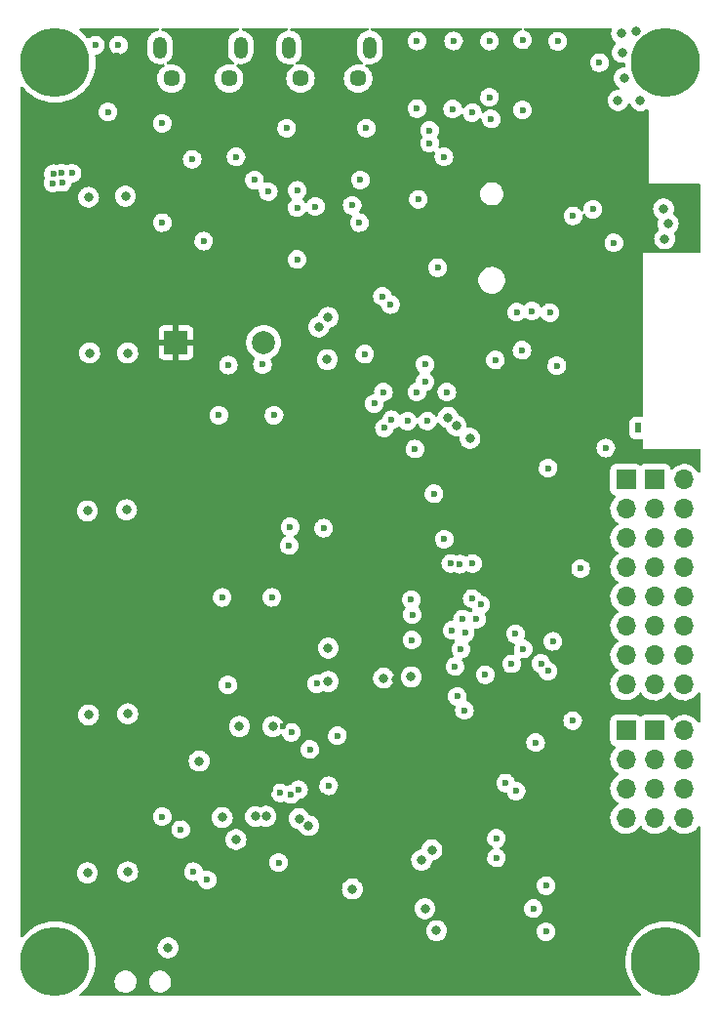
<source format=gbr>
%TF.GenerationSoftware,KiCad,Pcbnew,(6.0.0)*%
%TF.CreationDate,2022-03-02T14:27:28+07:00*%
%TF.ProjectId,FC-32,46432d33-322e-46b6-9963-61645f706362,rev?*%
%TF.SameCoordinates,Original*%
%TF.FileFunction,Copper,L2,Inr*%
%TF.FilePolarity,Positive*%
%FSLAX46Y46*%
G04 Gerber Fmt 4.6, Leading zero omitted, Abs format (unit mm)*
G04 Created by KiCad (PCBNEW (6.0.0)) date 2022-03-02 14:27:28*
%MOMM*%
%LPD*%
G01*
G04 APERTURE LIST*
%TA.AperFunction,ComponentPad*%
%ADD10R,2.000000X2.000000*%
%TD*%
%TA.AperFunction,ComponentPad*%
%ADD11C,2.000000*%
%TD*%
%TA.AperFunction,ComponentPad*%
%ADD12C,0.800000*%
%TD*%
%TA.AperFunction,ComponentPad*%
%ADD13C,6.000000*%
%TD*%
%TA.AperFunction,ComponentPad*%
%ADD14R,1.700000X1.700000*%
%TD*%
%TA.AperFunction,ComponentPad*%
%ADD15O,1.700000X1.700000*%
%TD*%
%TA.AperFunction,ComponentPad*%
%ADD16O,1.200000X1.900000*%
%TD*%
%TA.AperFunction,ComponentPad*%
%ADD17C,1.450000*%
%TD*%
%TA.AperFunction,ComponentPad*%
%ADD18R,0.500000X0.900000*%
%TD*%
%TA.AperFunction,ViaPad*%
%ADD19C,0.800000*%
%TD*%
%TA.AperFunction,ViaPad*%
%ADD20C,0.600000*%
%TD*%
G04 APERTURE END LIST*
D10*
%TO.N,+3V3*%
%TO.C,BZ1*%
X143990000Y-82790000D03*
D11*
%TO.N,Net-(BZ1-Pad2)*%
X151590000Y-82790000D03*
%TD*%
D12*
%TO.N,N/C*%
%TO.C,H4*%
X131909010Y-134909010D03*
X135750000Y-136500000D03*
X135090990Y-138090990D03*
D13*
X133500000Y-136500000D03*
D12*
X131250000Y-136500000D03*
X135090990Y-134909010D03*
X133500000Y-134250000D03*
X131909010Y-138090990D03*
X133500000Y-138750000D03*
%TD*%
D14*
%TO.N,+5V*%
%TO.C,POW1*%
X185560000Y-94700000D03*
D15*
%TO.N,GND*%
X188100000Y-94700000D03*
%TO.N,+5V*%
X185560000Y-97240000D03*
%TO.N,GND*%
X188100000Y-97240000D03*
%TO.N,+5V*%
X185560000Y-99780000D03*
%TO.N,GND*%
X188100000Y-99780000D03*
%TO.N,+5V*%
X185560000Y-102320000D03*
%TO.N,GND*%
X188100000Y-102320000D03*
%TO.N,+5V*%
X185560000Y-104860000D03*
%TO.N,GND*%
X188100000Y-104860000D03*
%TO.N,+5V*%
X185560000Y-107400000D03*
%TO.N,GND*%
X188100000Y-107400000D03*
%TO.N,+5V*%
X185560000Y-109940000D03*
%TO.N,GND*%
X188100000Y-109940000D03*
%TO.N,+5V*%
X185560000Y-112480000D03*
%TO.N,GND*%
X188100000Y-112480000D03*
%TD*%
D12*
%TO.N,N/C*%
%TO.C,H2*%
X188090990Y-56909010D03*
X184250000Y-58500000D03*
X188750000Y-58500000D03*
X184909010Y-60090990D03*
X188090990Y-60090990D03*
D13*
X186500000Y-58500000D03*
D12*
X186500000Y-60750000D03*
X184909010Y-56909010D03*
X186500000Y-56250000D03*
%TD*%
%TO.N,N/C*%
%TO.C,H1*%
X188090990Y-138090990D03*
X188090990Y-134909010D03*
X188750000Y-136500000D03*
X186500000Y-134250000D03*
X186500000Y-138750000D03*
X184909010Y-138090990D03*
X184909010Y-134909010D03*
X184250000Y-136500000D03*
D13*
X186500000Y-136500000D03*
%TD*%
D14*
%TO.N,TIM5_CH4*%
%TO.C,PWM_SIG1*%
X183035000Y-116435000D03*
D15*
%TO.N,TIM5_CH3*%
X183035000Y-118975000D03*
%TO.N,TIM5_CH2*%
X183035000Y-121515000D03*
%TO.N,TIM5_CH1*%
X183035000Y-124055000D03*
%TD*%
D12*
%TO.N,N/C*%
%TO.C,H3*%
X135090990Y-60090990D03*
D13*
X133500000Y-58500000D03*
D12*
X131909010Y-60090990D03*
X131909010Y-56909010D03*
X133500000Y-56250000D03*
X133500000Y-60750000D03*
X135750000Y-58500000D03*
X131250000Y-58500000D03*
X135090990Y-56909010D03*
%TD*%
D14*
%TO.N,PWM_7*%
%TO.C,SIG1*%
X183035000Y-94695000D03*
D15*
%TO.N,PWM_6*%
X183035000Y-97235000D03*
%TO.N,PWM_5*%
X183035000Y-99775000D03*
%TO.N,PWM_4*%
X183035000Y-102315000D03*
%TO.N,PWM_3*%
X183035000Y-104855000D03*
%TO.N,PWM_2*%
X183035000Y-107395000D03*
%TO.N,PWM_1*%
X183035000Y-109935000D03*
%TO.N,PWM_0*%
X183035000Y-112475000D03*
%TD*%
D14*
%TO.N,+5V*%
%TO.C,PWM_POW1*%
X185570000Y-116445000D03*
D15*
%TO.N,GND*%
X188110000Y-116445000D03*
%TO.N,+5V*%
X185570000Y-118985000D03*
%TO.N,GND*%
X188110000Y-118985000D03*
%TO.N,+5V*%
X185570000Y-121525000D03*
%TO.N,GND*%
X188110000Y-121525000D03*
%TO.N,+5V*%
X185570000Y-124065000D03*
%TO.N,GND*%
X188110000Y-124065000D03*
%TD*%
D16*
%TO.N,GND*%
%TO.C,J4*%
X153800000Y-57204000D03*
D17*
X159800000Y-59904000D03*
D16*
X160800000Y-57204000D03*
D17*
X154800000Y-59904000D03*
%TD*%
%TO.N,GND*%
%TO.C,J5*%
X143600000Y-59900000D03*
D16*
X149600000Y-57200000D03*
D17*
X148600000Y-59900000D03*
D16*
X142600000Y-57200000D03*
%TD*%
D18*
%TO.N,GND*%
%TO.C,ANT1*%
X184100000Y-90200000D03*
%TD*%
D19*
%TO.N,GND*%
X156380000Y-81450000D03*
X157190000Y-80620000D03*
%TO.N,Buzzer*%
X157120000Y-84270000D03*
D20*
%TO.N,+3V3*%
X171200000Y-120700000D03*
X161900000Y-77300000D03*
X150100000Y-122200000D03*
X178970000Y-111340000D03*
X150700000Y-112600000D03*
D19*
X139700000Y-95300000D03*
X136400000Y-126700000D03*
D20*
X152600000Y-112600000D03*
D19*
X139800000Y-81800000D03*
D20*
X178400000Y-125800000D03*
X181500000Y-56000000D03*
X161400000Y-106500000D03*
X156300000Y-101100000D03*
D19*
X170400000Y-88900000D03*
X170400000Y-89800000D03*
D20*
X138900000Y-57900000D03*
X153300000Y-116100000D03*
D19*
X163100000Y-112000000D03*
X140000000Y-126800000D03*
D20*
X151649500Y-117400000D03*
D19*
X136400000Y-113000000D03*
D20*
X155600000Y-120100000D03*
D19*
X169400000Y-130300000D03*
D20*
X162600000Y-76500000D03*
X158800000Y-109100000D03*
X167500000Y-104300000D03*
X148500000Y-122100000D03*
X152200000Y-121600000D03*
D19*
X168800000Y-129900000D03*
D20*
X173210000Y-111650000D03*
D19*
X136300000Y-95400000D03*
D20*
X156000000Y-116100000D03*
X173890000Y-81940000D03*
X158800000Y-112200000D03*
X153300000Y-112200000D03*
D19*
X139900000Y-113100000D03*
X164500000Y-110400000D03*
D20*
X138800000Y-135000000D03*
X161300000Y-105000000D03*
X144400000Y-124025000D03*
D19*
X168100000Y-130100000D03*
D20*
X181560000Y-69810000D03*
D19*
X157300000Y-130200000D03*
D20*
X168380000Y-96000000D03*
X177150000Y-82450000D03*
D19*
%TO.N,GND*%
X182730000Y-57630000D03*
D20*
X146700000Y-129400000D03*
X176430000Y-80200000D03*
X154500000Y-75600000D03*
D19*
X136300000Y-128800000D03*
X154675500Y-124100000D03*
X165600000Y-131900000D03*
D20*
X173560000Y-80160000D03*
X175670000Y-110630000D03*
X176100000Y-129900000D03*
D19*
X186300000Y-71200000D03*
D20*
X175000000Y-131900000D03*
X145400000Y-66900000D03*
D19*
X182660000Y-56000000D03*
X182350000Y-61800000D03*
D20*
X171800000Y-127500000D03*
X158000000Y-116900000D03*
X162600000Y-79500000D03*
D19*
X139800000Y-128700000D03*
X167600000Y-89300000D03*
X136400000Y-115100000D03*
D20*
X174020000Y-83470000D03*
X142800000Y-123925000D03*
X154622287Y-121586533D03*
X181990000Y-74150000D03*
X167840000Y-101950000D03*
D19*
X165300000Y-127700000D03*
D20*
X145500000Y-128700000D03*
D19*
X168300000Y-90000000D03*
D20*
X181290000Y-91950000D03*
D19*
X182870000Y-59860000D03*
X143300000Y-135300000D03*
D20*
X166000000Y-65500000D03*
X166000000Y-64400000D03*
X153033278Y-121857519D03*
X153800000Y-100400000D03*
D19*
X139800000Y-115000000D03*
X146000000Y-119100000D03*
D20*
X169730000Y-101960000D03*
D19*
X150900000Y-123900000D03*
D20*
X172600000Y-121000000D03*
X167274500Y-99860000D03*
D19*
X166200000Y-126800000D03*
D20*
X178450000Y-71810000D03*
X154000000Y-116600000D03*
X156200000Y-112400000D03*
D19*
X136500000Y-83700000D03*
D20*
X168630000Y-102030000D03*
X137000000Y-57000000D03*
D19*
X184300000Y-61820000D03*
D20*
X157241589Y-121241589D03*
X176100000Y-133900000D03*
X175200000Y-117500000D03*
X171340000Y-63410000D03*
X176280000Y-111300000D03*
X171800000Y-125800000D03*
D19*
X136400000Y-70200000D03*
D20*
X171210000Y-61520000D03*
X154500000Y-71100000D03*
D19*
X148000000Y-124000000D03*
D20*
X153900000Y-98800000D03*
X174890000Y-80070000D03*
X173450000Y-108060000D03*
X148500000Y-112500000D03*
D19*
X183900000Y-55790000D03*
D20*
X139000000Y-57000000D03*
D19*
X166600000Y-133800000D03*
X136300000Y-97400000D03*
D20*
X173500000Y-121700000D03*
X166380000Y-95920000D03*
D19*
X139800000Y-83700000D03*
X169500000Y-91100000D03*
D20*
X155600000Y-118100000D03*
X144400000Y-125025000D03*
X154500000Y-69600000D03*
D19*
X139600000Y-70100000D03*
D20*
X179104992Y-102404993D03*
D19*
X159300000Y-130200000D03*
D20*
X171700000Y-84320000D03*
X176290000Y-93690000D03*
X146400000Y-74000000D03*
X152000000Y-69700000D03*
X152900000Y-127900000D03*
D19*
X164400000Y-111800000D03*
D20*
X178410000Y-115590000D03*
D19*
X151791559Y-123885932D03*
X162000000Y-111900000D03*
D20*
X161900000Y-78800000D03*
D19*
X139700000Y-97300000D03*
D20*
X176690000Y-108720000D03*
X177050000Y-84800000D03*
%TO.N,/WirelessCommunication/V_BCKP*%
X166700000Y-76300000D03*
%TO.N,/FC/VCAP_1*%
X169700000Y-105000000D03*
%TO.N,/FC/VCAP_2*%
X156800000Y-98900000D03*
%TO.N,+5V*%
X134970000Y-68120000D03*
X134080000Y-68120000D03*
X133320000Y-68980000D03*
X138100000Y-62800000D03*
X133340000Y-68160000D03*
X134115000Y-68915000D03*
%TO.N,Net-(C24-Pad2)*%
X153938000Y-122000000D03*
%TO.N,V_USB*%
X150800000Y-68700000D03*
X149200000Y-66700000D03*
X142800000Y-63800000D03*
X160000000Y-68700000D03*
%TO.N,Net-(D4-Pad1)*%
X180740000Y-58520000D03*
%TO.N,Net-(D5-Pad2)*%
X153600000Y-64200000D03*
X160500000Y-64200000D03*
D19*
%TO.N,LED_PC13*%
X155500000Y-124700000D03*
X149200000Y-125900000D03*
D20*
%TO.N,Net-(D10-Pad1)*%
X171200000Y-56650500D03*
%TO.N,LED_1*%
X167950000Y-107774500D03*
X169700000Y-62850000D03*
%TO.N,Net-(D11-Pad1)*%
X168080000Y-56640000D03*
%TO.N,LED_2*%
X169090000Y-107990000D03*
X168010000Y-62540000D03*
%TO.N,Net-(D12-Pad1)*%
X164890000Y-56650500D03*
%TO.N,LED_3*%
X164900000Y-62500000D03*
X168858411Y-106774500D03*
%TO.N,Net-(D13-Pad1)*%
X177110000Y-56663000D03*
%TO.N,LED_4*%
X167250000Y-66690000D03*
X164470000Y-108600000D03*
%TO.N,Net-(D14-Pad1)*%
X174070000Y-56550000D03*
%TO.N,LED_5*%
X174070000Y-62630000D03*
X170820000Y-111610000D03*
%TO.N,WS2812B*%
X159900000Y-72400000D03*
X142800000Y-72400000D03*
%TO.N,Net-(Q1-Pad3)*%
X180170000Y-71230000D03*
%TO.N,GPS_RESET*%
X165010000Y-70370000D03*
X164720000Y-92030000D03*
D19*
%TO.N,I2C1_SDA*%
X157200000Y-112200000D03*
%TO.N,I2C1_SCL*%
X157200000Y-109300000D03*
X152400000Y-116100000D03*
X149500000Y-116100000D03*
D20*
%TO.N,I2C2_SDA*%
X170418965Y-105529319D03*
X170075500Y-106800000D03*
X173113528Y-110674500D03*
X164400000Y-105100000D03*
D19*
X186700000Y-72500000D03*
D20*
%TO.N,I2C2_SCL*%
X174120000Y-109380000D03*
X164500000Y-106400000D03*
D19*
X186400000Y-73800000D03*
D20*
%TO.N,Buzzer*%
X160370000Y-83810000D03*
%TO.N,USB_ID*%
X159274500Y-70900000D03*
X156100000Y-71000000D03*
%TO.N,TIM2_CH1*%
X152300000Y-104900000D03*
X148000000Y-104900000D03*
%TO.N,SWCLK*%
X147700000Y-89100000D03*
X152500000Y-89100000D03*
%TO.N,SWDIO*%
X151500000Y-84700000D03*
X148540000Y-84760000D03*
%TO.N,UART6_RX*%
X162075500Y-90200000D03*
X161200000Y-88100000D03*
%TO.N,UART6_TX*%
X162000000Y-87100000D03*
X162700000Y-89500000D03*
%TO.N,SPI1_SCK*%
X168400000Y-113500000D03*
X168200000Y-110900000D03*
%TO.N,SPI1_MOSI*%
X169024500Y-114700000D03*
X168700000Y-109400000D03*
%TO.N,SPI2_MISO*%
X164075500Y-89600000D03*
X165800000Y-89600000D03*
%TO.N,SPI2_MOSI*%
X167500000Y-87100000D03*
X164900000Y-87100000D03*
%TO.N,SPI2_CE*%
X165600000Y-86200000D03*
X165600000Y-84700000D03*
%TD*%
%TA.AperFunction,Conductor*%
%TO.N,+3V3*%
G36*
X173932291Y-55528002D02*
G01*
X173978784Y-55581658D01*
X173988888Y-55651932D01*
X173959394Y-55716512D01*
X173899668Y-55754896D01*
X173899617Y-55754909D01*
X173895288Y-55755364D01*
X173723579Y-55813818D01*
X173685041Y-55837527D01*
X173575095Y-55905166D01*
X173575092Y-55905168D01*
X173569088Y-55908862D01*
X173564053Y-55913793D01*
X173564050Y-55913795D01*
X173454153Y-56021415D01*
X173439493Y-56035771D01*
X173341235Y-56188238D01*
X173338826Y-56194858D01*
X173338824Y-56194861D01*
X173281606Y-56352066D01*
X173279197Y-56358685D01*
X173256463Y-56538640D01*
X173274163Y-56719160D01*
X173331418Y-56891273D01*
X173335065Y-56897295D01*
X173335066Y-56897297D01*
X173411023Y-57022717D01*
X173425380Y-57046424D01*
X173551382Y-57176902D01*
X173600311Y-57208920D01*
X173697218Y-57272334D01*
X173703159Y-57276222D01*
X173709763Y-57278678D01*
X173709765Y-57278679D01*
X173866558Y-57336990D01*
X173866560Y-57336990D01*
X173873168Y-57339448D01*
X173956995Y-57350633D01*
X174045980Y-57362507D01*
X174045984Y-57362507D01*
X174052961Y-57363438D01*
X174059972Y-57362800D01*
X174059976Y-57362800D01*
X174202459Y-57349832D01*
X174233600Y-57346998D01*
X174240302Y-57344820D01*
X174240304Y-57344820D01*
X174399409Y-57293124D01*
X174399412Y-57293123D01*
X174406108Y-57290947D01*
X174502513Y-57233478D01*
X174555860Y-57201677D01*
X174555862Y-57201676D01*
X174561912Y-57198069D01*
X174693266Y-57072982D01*
X174793643Y-56921902D01*
X174858055Y-56752338D01*
X174859601Y-56741337D01*
X174872207Y-56651640D01*
X176296463Y-56651640D01*
X176314163Y-56832160D01*
X176371418Y-57004273D01*
X176375065Y-57010295D01*
X176375066Y-57010297D01*
X176460877Y-57151988D01*
X176465380Y-57159424D01*
X176470269Y-57164487D01*
X176470270Y-57164488D01*
X176506822Y-57202338D01*
X176591382Y-57289902D01*
X176663340Y-57336990D01*
X176727812Y-57379179D01*
X176743159Y-57389222D01*
X176749763Y-57391678D01*
X176749765Y-57391679D01*
X176906558Y-57449990D01*
X176906560Y-57449990D01*
X176913168Y-57452448D01*
X176994498Y-57463300D01*
X177085980Y-57475507D01*
X177085984Y-57475507D01*
X177092961Y-57476438D01*
X177099972Y-57475800D01*
X177099976Y-57475800D01*
X177242459Y-57462832D01*
X177273600Y-57459998D01*
X177280302Y-57457820D01*
X177280304Y-57457820D01*
X177439409Y-57406124D01*
X177439412Y-57406123D01*
X177446108Y-57403947D01*
X177551244Y-57341273D01*
X177595860Y-57314677D01*
X177595862Y-57314676D01*
X177601912Y-57311069D01*
X177733266Y-57185982D01*
X177833643Y-57034902D01*
X177898055Y-56865338D01*
X177899812Y-56852838D01*
X177922748Y-56689639D01*
X177922748Y-56689636D01*
X177923299Y-56685717D01*
X177923616Y-56663000D01*
X177903397Y-56482745D01*
X177901080Y-56476091D01*
X177846064Y-56318106D01*
X177846062Y-56318103D01*
X177843745Y-56311448D01*
X177833662Y-56295312D01*
X177751359Y-56163598D01*
X177747626Y-56157624D01*
X177741751Y-56151708D01*
X177624778Y-56033915D01*
X177624774Y-56033912D01*
X177619815Y-56028918D01*
X177608697Y-56021862D01*
X177560538Y-55991300D01*
X177466666Y-55931727D01*
X177411398Y-55912047D01*
X177302425Y-55873243D01*
X177302420Y-55873242D01*
X177295790Y-55870881D01*
X177288802Y-55870048D01*
X177288799Y-55870047D01*
X177163682Y-55855128D01*
X177115680Y-55849404D01*
X177108677Y-55850140D01*
X177108676Y-55850140D01*
X176942288Y-55867628D01*
X176942286Y-55867629D01*
X176935288Y-55868364D01*
X176763579Y-55926818D01*
X176734927Y-55944445D01*
X176615095Y-56018166D01*
X176615092Y-56018168D01*
X176609088Y-56021862D01*
X176604053Y-56026793D01*
X176604050Y-56026795D01*
X176488320Y-56140127D01*
X176479493Y-56148771D01*
X176381235Y-56301238D01*
X176378826Y-56307858D01*
X176378824Y-56307861D01*
X176328468Y-56446214D01*
X176319197Y-56471685D01*
X176296463Y-56651640D01*
X174872207Y-56651640D01*
X174882748Y-56576639D01*
X174882748Y-56576636D01*
X174883299Y-56572717D01*
X174883616Y-56550000D01*
X174863397Y-56369745D01*
X174859607Y-56358862D01*
X174806064Y-56205106D01*
X174806062Y-56205103D01*
X174803745Y-56198448D01*
X174758332Y-56125771D01*
X174711359Y-56050598D01*
X174707626Y-56044624D01*
X174698835Y-56035771D01*
X174584778Y-55920915D01*
X174584774Y-55920912D01*
X174579815Y-55915918D01*
X174573716Y-55912047D01*
X174488760Y-55858133D01*
X174426666Y-55818727D01*
X174362052Y-55795719D01*
X174262424Y-55760243D01*
X174262422Y-55760243D01*
X174255790Y-55757881D01*
X174248801Y-55757048D01*
X174247191Y-55756670D01*
X174185438Y-55721640D01*
X174152428Y-55658784D01*
X174158640Y-55588060D01*
X174202102Y-55531921D01*
X174275965Y-55508000D01*
X181691184Y-55508000D01*
X181759305Y-55528002D01*
X181805798Y-55581658D01*
X181815902Y-55651932D01*
X181811019Y-55672929D01*
X181766458Y-55810072D01*
X181765768Y-55816633D01*
X181765768Y-55816635D01*
X181752755Y-55940445D01*
X181746496Y-56000000D01*
X181747186Y-56006565D01*
X181765658Y-56182312D01*
X181766458Y-56189928D01*
X181825473Y-56371556D01*
X181828776Y-56377278D01*
X181828777Y-56377279D01*
X181846975Y-56408799D01*
X181920960Y-56536944D01*
X181925378Y-56541851D01*
X181925379Y-56541852D01*
X182040095Y-56669257D01*
X182048747Y-56678866D01*
X182058177Y-56685717D01*
X182130816Y-56738493D01*
X182174170Y-56794716D01*
X182180245Y-56865452D01*
X182147113Y-56928243D01*
X182130819Y-56942363D01*
X182118747Y-56951134D01*
X182114326Y-56956044D01*
X182114325Y-56956045D01*
X182004660Y-57077841D01*
X181990960Y-57093056D01*
X181963337Y-57140901D01*
X181928248Y-57201677D01*
X181895473Y-57258444D01*
X181893432Y-57264726D01*
X181893431Y-57264728D01*
X181866700Y-57346998D01*
X181836458Y-57440072D01*
X181835768Y-57446633D01*
X181835768Y-57446635D01*
X181832734Y-57475507D01*
X181816496Y-57630000D01*
X181817186Y-57636565D01*
X181826784Y-57727881D01*
X181836458Y-57819928D01*
X181895473Y-58001556D01*
X181898776Y-58007278D01*
X181898777Y-58007279D01*
X181903018Y-58014624D01*
X181990960Y-58166944D01*
X181995378Y-58171851D01*
X181995379Y-58171852D01*
X182060774Y-58244480D01*
X182118747Y-58308866D01*
X182273248Y-58421118D01*
X182279276Y-58423802D01*
X182279278Y-58423803D01*
X182428580Y-58490276D01*
X182447712Y-58498794D01*
X182525489Y-58515326D01*
X182628056Y-58537128D01*
X182628061Y-58537128D01*
X182634513Y-58538500D01*
X182825487Y-58538500D01*
X182831942Y-58537128D01*
X182831951Y-58537127D01*
X182842601Y-58534863D01*
X182913392Y-58540264D01*
X182970025Y-58583080D01*
X182994626Y-58651514D01*
X183003025Y-58811791D01*
X183003398Y-58818906D01*
X182986989Y-58887980D01*
X182935840Y-58937217D01*
X182877571Y-58951500D01*
X182774513Y-58951500D01*
X182768061Y-58952872D01*
X182768056Y-58952872D01*
X182681112Y-58971353D01*
X182587712Y-58991206D01*
X182581682Y-58993891D01*
X182581681Y-58993891D01*
X182419278Y-59066197D01*
X182419276Y-59066198D01*
X182413248Y-59068882D01*
X182258747Y-59181134D01*
X182254326Y-59186044D01*
X182254325Y-59186045D01*
X182136415Y-59316998D01*
X182130960Y-59323056D01*
X182035473Y-59488444D01*
X181976458Y-59670072D01*
X181975768Y-59676633D01*
X181975768Y-59676635D01*
X181974890Y-59684987D01*
X181956496Y-59860000D01*
X181957186Y-59866565D01*
X181961121Y-59904000D01*
X181976458Y-60049928D01*
X182035473Y-60231556D01*
X182130960Y-60396944D01*
X182135378Y-60401851D01*
X182135379Y-60401852D01*
X182248616Y-60527614D01*
X182258747Y-60538866D01*
X182413248Y-60651118D01*
X182419278Y-60653803D01*
X182423745Y-60656382D01*
X182472738Y-60707766D01*
X182486172Y-60777480D01*
X182459784Y-60843390D01*
X182401951Y-60884571D01*
X182360743Y-60891500D01*
X182254513Y-60891500D01*
X182248061Y-60892872D01*
X182248056Y-60892872D01*
X182161112Y-60911353D01*
X182067712Y-60931206D01*
X182061682Y-60933891D01*
X182061681Y-60933891D01*
X181899278Y-61006197D01*
X181899276Y-61006198D01*
X181893248Y-61008882D01*
X181738747Y-61121134D01*
X181734326Y-61126044D01*
X181734325Y-61126045D01*
X181720200Y-61141733D01*
X181610960Y-61263056D01*
X181515473Y-61428444D01*
X181456458Y-61610072D01*
X181455768Y-61616633D01*
X181455768Y-61616635D01*
X181440497Y-61761930D01*
X181436496Y-61800000D01*
X181437186Y-61806565D01*
X181447232Y-61902143D01*
X181456458Y-61989928D01*
X181515473Y-62171556D01*
X181518776Y-62177278D01*
X181518777Y-62177279D01*
X181530324Y-62197279D01*
X181610960Y-62336944D01*
X181615378Y-62341851D01*
X181615379Y-62341852D01*
X181712526Y-62449745D01*
X181738747Y-62478866D01*
X181804501Y-62526639D01*
X181866884Y-62571963D01*
X181893248Y-62591118D01*
X181899276Y-62593802D01*
X181899278Y-62593803D01*
X182061681Y-62666109D01*
X182067712Y-62668794D01*
X182161112Y-62688647D01*
X182248056Y-62707128D01*
X182248061Y-62707128D01*
X182254513Y-62708500D01*
X182445487Y-62708500D01*
X182451939Y-62707128D01*
X182451944Y-62707128D01*
X182538888Y-62688647D01*
X182632288Y-62668794D01*
X182638319Y-62666109D01*
X182800722Y-62593803D01*
X182800724Y-62593802D01*
X182806752Y-62591118D01*
X182833117Y-62571963D01*
X182895499Y-62526639D01*
X182961253Y-62478866D01*
X182987474Y-62449745D01*
X183084621Y-62341852D01*
X183084622Y-62341851D01*
X183089040Y-62336944D01*
X183169676Y-62197279D01*
X183181223Y-62177279D01*
X183181224Y-62177278D01*
X183184527Y-62171556D01*
X183201918Y-62118032D01*
X183241992Y-62059427D01*
X183307389Y-62031790D01*
X183377345Y-62043897D01*
X183429651Y-62091904D01*
X183441583Y-62118031D01*
X183465473Y-62191556D01*
X183468776Y-62197278D01*
X183468777Y-62197279D01*
X183477359Y-62212143D01*
X183560960Y-62356944D01*
X183565378Y-62361851D01*
X183565379Y-62361852D01*
X183679539Y-62488640D01*
X183688747Y-62498866D01*
X183843248Y-62611118D01*
X183849276Y-62613802D01*
X183849278Y-62613803D01*
X184011681Y-62686109D01*
X184017712Y-62688794D01*
X184103966Y-62707128D01*
X184198056Y-62727128D01*
X184198061Y-62727128D01*
X184204513Y-62728500D01*
X184395487Y-62728500D01*
X184401939Y-62727128D01*
X184401944Y-62727128D01*
X184496034Y-62707128D01*
X184582288Y-62688794D01*
X184588319Y-62686109D01*
X184750722Y-62613803D01*
X184750724Y-62613802D01*
X184756752Y-62611118D01*
X184784280Y-62591118D01*
X184799939Y-62579741D01*
X184866807Y-62555882D01*
X184935959Y-62571963D01*
X184985439Y-62622877D01*
X185000000Y-62681677D01*
X185000000Y-69000000D01*
X189366000Y-69000000D01*
X189434121Y-69020002D01*
X189480614Y-69073658D01*
X189492000Y-69126000D01*
X189492000Y-74874000D01*
X189471998Y-74942121D01*
X189418342Y-74988614D01*
X189366000Y-75000000D01*
X184500000Y-75000000D01*
X184500000Y-89115500D01*
X184479998Y-89183621D01*
X184426342Y-89230114D01*
X184374000Y-89241500D01*
X183801866Y-89241500D01*
X183739684Y-89248255D01*
X183603295Y-89299385D01*
X183486739Y-89386739D01*
X183399385Y-89503295D01*
X183348255Y-89639684D01*
X183341500Y-89701866D01*
X183341500Y-90698134D01*
X183348255Y-90760316D01*
X183399385Y-90896705D01*
X183486739Y-91013261D01*
X183603295Y-91100615D01*
X183739684Y-91151745D01*
X183801866Y-91158500D01*
X184374000Y-91158500D01*
X184442121Y-91178502D01*
X184488614Y-91232158D01*
X184500000Y-91284500D01*
X184500000Y-92000000D01*
X189366000Y-92000000D01*
X189434121Y-92020002D01*
X189480614Y-92073658D01*
X189492000Y-92126000D01*
X189492000Y-93923798D01*
X189471998Y-93991919D01*
X189418342Y-94038412D01*
X189348068Y-94048516D01*
X189283488Y-94019022D01*
X189260208Y-93992238D01*
X189182822Y-93872617D01*
X189182820Y-93872614D01*
X189180014Y-93868277D01*
X189029670Y-93703051D01*
X189025619Y-93699852D01*
X189025615Y-93699848D01*
X188858414Y-93567800D01*
X188858410Y-93567798D01*
X188854359Y-93564598D01*
X188827803Y-93549938D01*
X188767671Y-93516744D01*
X188658789Y-93456638D01*
X188653920Y-93454914D01*
X188653916Y-93454912D01*
X188453087Y-93383795D01*
X188453083Y-93383794D01*
X188448212Y-93382069D01*
X188443119Y-93381162D01*
X188443116Y-93381161D01*
X188233373Y-93343800D01*
X188233367Y-93343799D01*
X188228284Y-93342894D01*
X188154452Y-93341992D01*
X188010081Y-93340228D01*
X188010079Y-93340228D01*
X188004911Y-93340165D01*
X187784091Y-93373955D01*
X187571756Y-93443357D01*
X187373607Y-93546507D01*
X187369474Y-93549610D01*
X187369471Y-93549612D01*
X187206937Y-93671646D01*
X187194965Y-93680635D01*
X187138537Y-93739684D01*
X187114283Y-93765064D01*
X187052759Y-93800494D01*
X186981846Y-93797037D01*
X186924060Y-93755791D01*
X186905207Y-93722243D01*
X186863767Y-93611703D01*
X186860615Y-93603295D01*
X186773261Y-93486739D01*
X186656705Y-93399385D01*
X186520316Y-93348255D01*
X186458134Y-93341500D01*
X184661866Y-93341500D01*
X184599684Y-93348255D01*
X184463295Y-93399385D01*
X184376400Y-93464509D01*
X184309895Y-93489357D01*
X184240513Y-93474304D01*
X184225271Y-93464509D01*
X184145563Y-93404771D01*
X184131705Y-93394385D01*
X183995316Y-93343255D01*
X183933134Y-93336500D01*
X182136866Y-93336500D01*
X182074684Y-93343255D01*
X181938295Y-93394385D01*
X181821739Y-93481739D01*
X181734385Y-93598295D01*
X181683255Y-93734684D01*
X181676500Y-93796866D01*
X181676500Y-95593134D01*
X181683255Y-95655316D01*
X181734385Y-95791705D01*
X181821739Y-95908261D01*
X181938295Y-95995615D01*
X181946704Y-95998767D01*
X181946705Y-95998768D01*
X182055451Y-96039535D01*
X182112216Y-96082176D01*
X182136916Y-96148738D01*
X182121709Y-96218087D01*
X182102316Y-96244568D01*
X181975629Y-96377138D01*
X181972715Y-96381410D01*
X181972714Y-96381411D01*
X181951427Y-96412617D01*
X181849743Y-96561680D01*
X181819866Y-96626045D01*
X181773448Y-96726045D01*
X181755688Y-96764305D01*
X181695989Y-96979570D01*
X181672251Y-97201695D01*
X181672548Y-97206848D01*
X181672548Y-97206851D01*
X181678299Y-97306590D01*
X181685110Y-97424715D01*
X181686247Y-97429761D01*
X181686248Y-97429767D01*
X181701221Y-97496206D01*
X181734222Y-97642639D01*
X181774491Y-97741811D01*
X181810799Y-97831226D01*
X181818266Y-97849616D01*
X181868031Y-97930826D01*
X181915251Y-98007881D01*
X181934987Y-98040088D01*
X182081250Y-98208938D01*
X182253126Y-98351632D01*
X182261683Y-98356632D01*
X182326445Y-98394476D01*
X182375169Y-98446114D01*
X182388240Y-98515897D01*
X182361509Y-98581669D01*
X182321055Y-98615027D01*
X182308607Y-98621507D01*
X182304474Y-98624610D01*
X182304471Y-98624612D01*
X182177766Y-98719745D01*
X182129965Y-98755635D01*
X182105108Y-98781646D01*
X181996161Y-98895653D01*
X181975629Y-98917138D01*
X181972715Y-98921410D01*
X181972714Y-98921411D01*
X181916514Y-99003798D01*
X181849743Y-99101680D01*
X181820205Y-99165314D01*
X181768004Y-99277773D01*
X181755688Y-99304305D01*
X181695989Y-99519570D01*
X181672251Y-99741695D01*
X181672548Y-99746848D01*
X181672548Y-99746851D01*
X181680900Y-99891693D01*
X181685110Y-99964715D01*
X181686247Y-99969761D01*
X181686248Y-99969767D01*
X181700344Y-100032312D01*
X181734222Y-100182639D01*
X181774491Y-100281811D01*
X181802343Y-100350401D01*
X181818266Y-100389616D01*
X181934987Y-100580088D01*
X182081250Y-100748938D01*
X182253126Y-100891632D01*
X182261327Y-100896424D01*
X182326445Y-100934476D01*
X182375169Y-100986114D01*
X182388240Y-101055897D01*
X182361509Y-101121669D01*
X182321055Y-101155027D01*
X182317175Y-101157047D01*
X182308607Y-101161507D01*
X182304474Y-101164610D01*
X182304471Y-101164612D01*
X182134100Y-101292530D01*
X182129965Y-101295635D01*
X182104894Y-101321870D01*
X181990389Y-101441693D01*
X181975629Y-101457138D01*
X181849743Y-101641680D01*
X181802715Y-101742993D01*
X181791509Y-101767136D01*
X181755688Y-101844305D01*
X181695989Y-102059570D01*
X181672251Y-102281695D01*
X181672548Y-102286848D01*
X181672548Y-102286851D01*
X181680442Y-102423750D01*
X181685110Y-102504715D01*
X181686247Y-102509761D01*
X181686248Y-102509767D01*
X181706665Y-102600359D01*
X181734222Y-102722639D01*
X181818266Y-102929616D01*
X181868031Y-103010826D01*
X181896125Y-103056670D01*
X181934987Y-103120088D01*
X182081250Y-103288938D01*
X182253126Y-103431632D01*
X182261683Y-103436632D01*
X182326445Y-103474476D01*
X182375169Y-103526114D01*
X182388240Y-103595897D01*
X182361509Y-103661669D01*
X182321055Y-103695027D01*
X182308607Y-103701507D01*
X182304474Y-103704610D01*
X182304471Y-103704612D01*
X182134100Y-103832530D01*
X182129965Y-103835635D01*
X181975629Y-103997138D01*
X181849743Y-104181680D01*
X181811627Y-104263795D01*
X181765198Y-104363818D01*
X181755688Y-104384305D01*
X181695989Y-104599570D01*
X181672251Y-104821695D01*
X181672548Y-104826848D01*
X181672548Y-104826851D01*
X181681877Y-104988640D01*
X181685110Y-105044715D01*
X181686247Y-105049761D01*
X181686248Y-105049767D01*
X181708402Y-105148069D01*
X181734222Y-105262639D01*
X181774491Y-105361811D01*
X181804044Y-105434590D01*
X181818266Y-105469616D01*
X181863365Y-105543211D01*
X181915740Y-105628679D01*
X181934987Y-105660088D01*
X182081250Y-105828938D01*
X182228610Y-105951279D01*
X182241091Y-105961640D01*
X182253126Y-105971632D01*
X182271521Y-105982381D01*
X182326445Y-106014476D01*
X182375169Y-106066114D01*
X182388240Y-106135897D01*
X182361509Y-106201669D01*
X182321055Y-106235027D01*
X182308607Y-106241507D01*
X182304474Y-106244610D01*
X182304471Y-106244612D01*
X182182964Y-106335842D01*
X182129965Y-106375635D01*
X181975629Y-106537138D01*
X181972715Y-106541410D01*
X181972714Y-106541411D01*
X181931153Y-106602338D01*
X181849743Y-106721680D01*
X181830498Y-106763140D01*
X181771426Y-106890401D01*
X181755688Y-106924305D01*
X181695989Y-107139570D01*
X181672251Y-107361695D01*
X181672548Y-107366848D01*
X181672548Y-107366851D01*
X181682993Y-107548004D01*
X181685110Y-107584715D01*
X181686247Y-107589761D01*
X181686248Y-107589767D01*
X181686340Y-107590175D01*
X181734222Y-107802639D01*
X181785077Y-107927881D01*
X181811910Y-107993962D01*
X181818266Y-108009616D01*
X181858435Y-108075166D01*
X181879224Y-108109090D01*
X181934987Y-108200088D01*
X182081250Y-108368938D01*
X182165846Y-108439171D01*
X182246580Y-108506197D01*
X182253126Y-108511632D01*
X182266149Y-108519242D01*
X182326445Y-108554476D01*
X182375169Y-108606114D01*
X182388240Y-108675897D01*
X182361509Y-108741669D01*
X182321055Y-108775027D01*
X182308607Y-108781507D01*
X182304474Y-108784610D01*
X182304471Y-108784612D01*
X182157949Y-108894624D01*
X182129965Y-108915635D01*
X181975629Y-109077138D01*
X181972715Y-109081410D01*
X181972714Y-109081411D01*
X181956993Y-109104457D01*
X181849743Y-109261680D01*
X181835003Y-109293435D01*
X181765873Y-109442364D01*
X181755688Y-109464305D01*
X181695989Y-109679570D01*
X181672251Y-109901695D01*
X181672548Y-109906848D01*
X181672548Y-109906851D01*
X181680691Y-110048069D01*
X181685110Y-110124715D01*
X181686247Y-110129761D01*
X181686248Y-110129767D01*
X181703683Y-110207128D01*
X181734222Y-110342639D01*
X181776060Y-110445675D01*
X181811240Y-110532312D01*
X181818266Y-110549616D01*
X181860564Y-110618640D01*
X181892382Y-110670562D01*
X181934987Y-110740088D01*
X182081250Y-110908938D01*
X182253126Y-111051632D01*
X182283122Y-111069160D01*
X182326445Y-111094476D01*
X182375169Y-111146114D01*
X182388240Y-111215897D01*
X182361509Y-111281669D01*
X182321055Y-111315027D01*
X182313890Y-111318757D01*
X182308607Y-111321507D01*
X182304474Y-111324610D01*
X182304471Y-111324612D01*
X182134100Y-111452530D01*
X182129965Y-111455635D01*
X182104894Y-111481870D01*
X181986881Y-111605364D01*
X181975629Y-111617138D01*
X181972715Y-111621410D01*
X181972714Y-111621411D01*
X181913728Y-111707881D01*
X181849743Y-111801680D01*
X181834402Y-111834729D01*
X181760182Y-111994624D01*
X181755688Y-112004305D01*
X181695989Y-112219570D01*
X181672251Y-112441695D01*
X181672548Y-112446848D01*
X181672548Y-112446851D01*
X181681021Y-112593803D01*
X181685110Y-112664715D01*
X181686247Y-112669761D01*
X181686248Y-112669767D01*
X181695072Y-112708920D01*
X181734222Y-112882639D01*
X181818266Y-113089616D01*
X181868031Y-113170826D01*
X181912336Y-113243124D01*
X181934987Y-113280088D01*
X182081250Y-113448938D01*
X182253126Y-113591632D01*
X182446000Y-113704338D01*
X182450825Y-113706180D01*
X182450826Y-113706181D01*
X182463920Y-113711181D01*
X182654692Y-113784030D01*
X182659760Y-113785061D01*
X182659763Y-113785062D01*
X182767017Y-113806883D01*
X182873597Y-113828567D01*
X182878772Y-113828757D01*
X182878774Y-113828757D01*
X183091673Y-113836564D01*
X183091677Y-113836564D01*
X183096837Y-113836753D01*
X183101957Y-113836097D01*
X183101959Y-113836097D01*
X183313288Y-113809025D01*
X183313289Y-113809025D01*
X183318416Y-113808368D01*
X183379433Y-113790062D01*
X183527429Y-113745661D01*
X183527434Y-113745659D01*
X183532384Y-113744174D01*
X183732994Y-113645896D01*
X183914860Y-113516173D01*
X183935042Y-113496062D01*
X184069435Y-113362137D01*
X184073096Y-113358489D01*
X184132594Y-113275689D01*
X184195520Y-113188117D01*
X184251515Y-113144469D01*
X184322218Y-113138023D01*
X184385183Y-113170826D01*
X184405276Y-113195808D01*
X184406397Y-113197637D01*
X184459987Y-113285088D01*
X184606250Y-113453938D01*
X184681213Y-113516173D01*
X184768123Y-113588327D01*
X184778126Y-113596632D01*
X184971000Y-113709338D01*
X185179692Y-113789030D01*
X185184760Y-113790061D01*
X185184763Y-113790062D01*
X185277970Y-113809025D01*
X185398597Y-113833567D01*
X185403772Y-113833757D01*
X185403774Y-113833757D01*
X185616673Y-113841564D01*
X185616677Y-113841564D01*
X185621837Y-113841753D01*
X185626957Y-113841097D01*
X185626959Y-113841097D01*
X185838288Y-113814025D01*
X185838289Y-113814025D01*
X185843416Y-113813368D01*
X185860082Y-113808368D01*
X186052429Y-113750661D01*
X186052434Y-113750659D01*
X186057384Y-113749174D01*
X186257994Y-113650896D01*
X186439860Y-113521173D01*
X186465470Y-113495653D01*
X186594435Y-113367137D01*
X186598096Y-113363489D01*
X186634311Y-113313091D01*
X186728453Y-113182077D01*
X186729776Y-113183028D01*
X186776645Y-113139857D01*
X186846580Y-113127625D01*
X186912026Y-113155144D01*
X186939875Y-113186994D01*
X186946397Y-113197637D01*
X186999987Y-113285088D01*
X187146250Y-113453938D01*
X187221213Y-113516173D01*
X187308123Y-113588327D01*
X187318126Y-113596632D01*
X187511000Y-113709338D01*
X187719692Y-113789030D01*
X187724760Y-113790061D01*
X187724763Y-113790062D01*
X187817970Y-113809025D01*
X187938597Y-113833567D01*
X187943772Y-113833757D01*
X187943774Y-113833757D01*
X188156673Y-113841564D01*
X188156677Y-113841564D01*
X188161837Y-113841753D01*
X188166957Y-113841097D01*
X188166959Y-113841097D01*
X188378288Y-113814025D01*
X188378289Y-113814025D01*
X188383416Y-113813368D01*
X188400082Y-113808368D01*
X188592429Y-113750661D01*
X188592434Y-113750659D01*
X188597384Y-113749174D01*
X188797994Y-113650896D01*
X188979860Y-113521173D01*
X189005470Y-113495653D01*
X189134435Y-113367137D01*
X189138096Y-113363489D01*
X189174061Y-113313438D01*
X189263677Y-113188724D01*
X189319672Y-113145076D01*
X189390375Y-113138630D01*
X189453340Y-113171433D01*
X189488574Y-113233069D01*
X189492000Y-113262250D01*
X189492000Y-115653340D01*
X189471998Y-115721461D01*
X189418342Y-115767954D01*
X189348068Y-115778058D01*
X189283488Y-115748564D01*
X189260208Y-115721780D01*
X189192822Y-115617617D01*
X189192820Y-115617614D01*
X189190014Y-115613277D01*
X189039670Y-115448051D01*
X189035619Y-115444852D01*
X189035615Y-115444848D01*
X188868414Y-115312800D01*
X188868410Y-115312798D01*
X188864359Y-115309598D01*
X188840100Y-115296206D01*
X188747531Y-115245106D01*
X188668789Y-115201638D01*
X188663920Y-115199914D01*
X188663916Y-115199912D01*
X188463087Y-115128795D01*
X188463083Y-115128794D01*
X188458212Y-115127069D01*
X188453119Y-115126162D01*
X188453116Y-115126161D01*
X188243373Y-115088800D01*
X188243367Y-115088799D01*
X188238284Y-115087894D01*
X188164452Y-115086992D01*
X188020081Y-115085228D01*
X188020079Y-115085228D01*
X188014911Y-115085165D01*
X187794091Y-115118955D01*
X187581756Y-115188357D01*
X187551443Y-115204137D01*
X187399248Y-115283365D01*
X187383607Y-115291507D01*
X187379474Y-115294610D01*
X187379471Y-115294612D01*
X187209100Y-115422530D01*
X187204965Y-115425635D01*
X187148537Y-115484684D01*
X187124283Y-115510064D01*
X187062759Y-115545494D01*
X186991846Y-115542037D01*
X186934060Y-115500791D01*
X186915207Y-115467243D01*
X186873767Y-115356703D01*
X186870615Y-115348295D01*
X186783261Y-115231739D01*
X186666705Y-115144385D01*
X186530316Y-115093255D01*
X186468134Y-115086500D01*
X184671866Y-115086500D01*
X184609684Y-115093255D01*
X184473295Y-115144385D01*
X184466110Y-115149770D01*
X184466108Y-115149771D01*
X184384736Y-115210756D01*
X184318229Y-115235604D01*
X184248847Y-115220551D01*
X184233606Y-115210756D01*
X184131705Y-115134385D01*
X183995316Y-115083255D01*
X183933134Y-115076500D01*
X182136866Y-115076500D01*
X182074684Y-115083255D01*
X181938295Y-115134385D01*
X181821739Y-115221739D01*
X181734385Y-115338295D01*
X181683255Y-115474684D01*
X181676500Y-115536866D01*
X181676500Y-117333134D01*
X181683255Y-117395316D01*
X181734385Y-117531705D01*
X181821739Y-117648261D01*
X181938295Y-117735615D01*
X181946704Y-117738767D01*
X181946705Y-117738768D01*
X182055451Y-117779535D01*
X182112216Y-117822176D01*
X182136916Y-117888738D01*
X182121709Y-117958087D01*
X182102316Y-117984568D01*
X181996161Y-118095653D01*
X181975629Y-118117138D01*
X181972715Y-118121410D01*
X181972714Y-118121411D01*
X181893633Y-118237340D01*
X181849743Y-118301680D01*
X181831566Y-118340840D01*
X181759355Y-118496406D01*
X181755688Y-118504305D01*
X181695989Y-118719570D01*
X181672251Y-118941695D01*
X181685110Y-119164715D01*
X181686247Y-119169761D01*
X181686248Y-119169767D01*
X181709529Y-119273069D01*
X181734222Y-119382639D01*
X181818266Y-119589616D01*
X181863844Y-119663992D01*
X181931229Y-119773955D01*
X181934987Y-119780088D01*
X182081250Y-119948938D01*
X182253126Y-120091632D01*
X182270239Y-120101632D01*
X182326445Y-120134476D01*
X182375169Y-120186114D01*
X182388240Y-120255897D01*
X182361509Y-120321669D01*
X182321055Y-120355027D01*
X182308607Y-120361507D01*
X182304474Y-120364610D01*
X182304471Y-120364612D01*
X182135215Y-120491693D01*
X182129965Y-120495635D01*
X182112324Y-120514095D01*
X182023058Y-120607507D01*
X181975629Y-120657138D01*
X181972715Y-120661410D01*
X181972714Y-120661411D01*
X181896636Y-120772937D01*
X181849743Y-120841680D01*
X181819401Y-120907047D01*
X181759355Y-121036406D01*
X181755688Y-121044305D01*
X181695989Y-121259570D01*
X181672251Y-121481695D01*
X181672548Y-121486848D01*
X181672548Y-121486851D01*
X181684611Y-121696062D01*
X181685110Y-121704715D01*
X181686247Y-121709761D01*
X181686248Y-121709767D01*
X181692614Y-121738013D01*
X181734222Y-121922639D01*
X181818266Y-122129616D01*
X181862309Y-122201488D01*
X181917766Y-122291985D01*
X181934987Y-122320088D01*
X182081250Y-122488938D01*
X182253126Y-122631632D01*
X182279369Y-122646967D01*
X182326445Y-122674476D01*
X182375169Y-122726114D01*
X182388240Y-122795897D01*
X182361509Y-122861669D01*
X182321055Y-122895027D01*
X182308607Y-122901507D01*
X182304474Y-122904610D01*
X182304471Y-122904612D01*
X182134100Y-123032530D01*
X182129965Y-123035635D01*
X181975629Y-123197138D01*
X181972715Y-123201410D01*
X181972714Y-123201411D01*
X181918991Y-123280166D01*
X181849743Y-123381680D01*
X181802716Y-123482992D01*
X181759355Y-123576406D01*
X181755688Y-123584305D01*
X181695989Y-123799570D01*
X181672251Y-124021695D01*
X181672548Y-124026848D01*
X181672548Y-124026851D01*
X181677144Y-124106565D01*
X181685110Y-124244715D01*
X181686247Y-124249761D01*
X181686248Y-124249767D01*
X181703979Y-124328444D01*
X181734222Y-124462639D01*
X181780528Y-124576677D01*
X181815312Y-124662340D01*
X181818266Y-124669616D01*
X181863844Y-124743992D01*
X181923091Y-124840675D01*
X181934987Y-124860088D01*
X182081250Y-125028938D01*
X182253126Y-125171632D01*
X182446000Y-125284338D01*
X182450825Y-125286180D01*
X182450826Y-125286181D01*
X182523612Y-125313975D01*
X182654692Y-125364030D01*
X182659760Y-125365061D01*
X182659763Y-125365062D01*
X182746698Y-125382749D01*
X182873597Y-125408567D01*
X182878772Y-125408757D01*
X182878774Y-125408757D01*
X183091673Y-125416564D01*
X183091677Y-125416564D01*
X183096837Y-125416753D01*
X183101957Y-125416097D01*
X183101959Y-125416097D01*
X183313288Y-125389025D01*
X183313289Y-125389025D01*
X183318416Y-125388368D01*
X183366457Y-125373955D01*
X183527429Y-125325661D01*
X183527434Y-125325659D01*
X183532384Y-125324174D01*
X183732994Y-125225896D01*
X183914860Y-125096173D01*
X183944776Y-125066362D01*
X184063061Y-124948489D01*
X184073096Y-124938489D01*
X184105206Y-124893803D01*
X184199264Y-124762907D01*
X184255259Y-124719259D01*
X184325962Y-124712813D01*
X184388927Y-124745616D01*
X184409020Y-124770599D01*
X184467287Y-124865683D01*
X184467291Y-124865688D01*
X184469987Y-124870088D01*
X184616250Y-125038938D01*
X184788126Y-125181632D01*
X184981000Y-125294338D01*
X185189692Y-125374030D01*
X185194760Y-125375061D01*
X185194763Y-125375062D01*
X185302017Y-125396883D01*
X185408597Y-125418567D01*
X185413772Y-125418757D01*
X185413774Y-125418757D01*
X185626673Y-125426564D01*
X185626677Y-125426564D01*
X185631837Y-125426753D01*
X185636957Y-125426097D01*
X185636959Y-125426097D01*
X185848288Y-125399025D01*
X185848289Y-125399025D01*
X185853416Y-125398368D01*
X185858366Y-125396883D01*
X186062429Y-125335661D01*
X186062434Y-125335659D01*
X186067384Y-125334174D01*
X186267994Y-125235896D01*
X186449860Y-125106173D01*
X186512495Y-125043757D01*
X186604435Y-124952137D01*
X186608096Y-124948489D01*
X186612661Y-124942137D01*
X186738453Y-124767077D01*
X186739776Y-124768028D01*
X186786645Y-124724857D01*
X186856580Y-124712625D01*
X186922026Y-124740144D01*
X186949875Y-124771994D01*
X187009987Y-124870088D01*
X187156250Y-125038938D01*
X187328126Y-125181632D01*
X187521000Y-125294338D01*
X187729692Y-125374030D01*
X187734760Y-125375061D01*
X187734763Y-125375062D01*
X187842017Y-125396883D01*
X187948597Y-125418567D01*
X187953772Y-125418757D01*
X187953774Y-125418757D01*
X188166673Y-125426564D01*
X188166677Y-125426564D01*
X188171837Y-125426753D01*
X188176957Y-125426097D01*
X188176959Y-125426097D01*
X188388288Y-125399025D01*
X188388289Y-125399025D01*
X188393416Y-125398368D01*
X188398366Y-125396883D01*
X188602429Y-125335661D01*
X188602434Y-125335659D01*
X188607384Y-125334174D01*
X188807994Y-125235896D01*
X188989860Y-125106173D01*
X189052495Y-125043757D01*
X189144435Y-124952137D01*
X189148096Y-124948489D01*
X189152661Y-124942137D01*
X189249674Y-124807128D01*
X189263677Y-124787640D01*
X189319672Y-124743992D01*
X189390375Y-124737546D01*
X189453340Y-124770349D01*
X189488574Y-124831985D01*
X189492000Y-124861166D01*
X189492000Y-134263937D01*
X189471998Y-134332058D01*
X189418342Y-134378551D01*
X189348068Y-134388655D01*
X189283488Y-134359161D01*
X189268080Y-134343232D01*
X189110902Y-134149133D01*
X188850867Y-133889098D01*
X188565075Y-133657668D01*
X188256658Y-133457380D01*
X188253724Y-133455885D01*
X188253717Y-133455881D01*
X187931934Y-133291925D01*
X187928994Y-133290427D01*
X187585674Y-133158639D01*
X187230459Y-133063459D01*
X187037442Y-133032888D01*
X186870489Y-133006445D01*
X186870481Y-133006444D01*
X186867241Y-133005931D01*
X186500000Y-132986685D01*
X186132759Y-133005931D01*
X186129519Y-133006444D01*
X186129511Y-133006445D01*
X185962558Y-133032888D01*
X185769541Y-133063459D01*
X185414326Y-133158639D01*
X185071006Y-133290427D01*
X185068066Y-133291925D01*
X184746284Y-133455881D01*
X184746277Y-133455885D01*
X184743343Y-133457380D01*
X184434925Y-133657668D01*
X184149133Y-133889098D01*
X183889098Y-134149133D01*
X183657668Y-134434925D01*
X183655866Y-134437700D01*
X183487477Y-134696998D01*
X183457380Y-134743343D01*
X183455885Y-134746277D01*
X183455881Y-134746284D01*
X183444422Y-134768774D01*
X183290427Y-135071006D01*
X183289243Y-135074091D01*
X183200005Y-135306565D01*
X183158639Y-135414326D01*
X183063459Y-135769541D01*
X183005931Y-136132759D01*
X182986685Y-136500000D01*
X183005931Y-136867241D01*
X183063459Y-137230459D01*
X183158639Y-137585674D01*
X183290427Y-137928994D01*
X183457380Y-138256657D01*
X183459176Y-138259423D01*
X183459178Y-138259426D01*
X183470632Y-138277064D01*
X183657668Y-138565075D01*
X183889098Y-138850867D01*
X184149133Y-139110902D01*
X184343233Y-139268081D01*
X184383584Y-139326494D01*
X184385950Y-139397451D01*
X184349577Y-139458423D01*
X184286015Y-139490051D01*
X184263938Y-139492000D01*
X160000000Y-139492001D01*
X135736061Y-139492001D01*
X135667940Y-139471999D01*
X135621447Y-139418343D01*
X135611343Y-139348069D01*
X135640837Y-139283489D01*
X135656767Y-139268081D01*
X135656769Y-139268080D01*
X135850867Y-139110902D01*
X136110902Y-138850867D01*
X136342332Y-138565075D01*
X136529368Y-138277064D01*
X138637707Y-138277064D01*
X138666825Y-138469599D01*
X138669028Y-138475585D01*
X138669029Y-138475591D01*
X138731860Y-138646360D01*
X138731862Y-138646365D01*
X138734063Y-138652346D01*
X138836674Y-138817840D01*
X138970466Y-138959322D01*
X139129975Y-139071011D01*
X139135838Y-139073548D01*
X139302825Y-139145810D01*
X139302829Y-139145811D01*
X139308684Y-139148345D01*
X139314931Y-139149650D01*
X139314934Y-139149651D01*
X139494557Y-139187176D01*
X139494562Y-139187177D01*
X139499293Y-139188165D01*
X139505685Y-139188500D01*
X139648663Y-139188500D01*
X139717951Y-139181462D01*
X139787378Y-139174410D01*
X139787379Y-139174410D01*
X139793727Y-139173765D01*
X139874843Y-139148345D01*
X139973451Y-139117444D01*
X139973456Y-139117442D01*
X139979541Y-139115535D01*
X140066475Y-139067346D01*
X140144271Y-139024223D01*
X140144274Y-139024221D01*
X140149850Y-139021130D01*
X140154691Y-139016981D01*
X140154695Y-139016978D01*
X140292855Y-138898560D01*
X140297698Y-138894409D01*
X140417046Y-138740547D01*
X140457779Y-138657768D01*
X140500200Y-138571556D01*
X140503018Y-138565829D01*
X140504628Y-138559649D01*
X140550492Y-138383575D01*
X140550492Y-138383572D01*
X140552102Y-138377393D01*
X140557360Y-138277064D01*
X141637707Y-138277064D01*
X141666825Y-138469599D01*
X141669028Y-138475585D01*
X141669029Y-138475591D01*
X141731860Y-138646360D01*
X141731862Y-138646365D01*
X141734063Y-138652346D01*
X141836674Y-138817840D01*
X141970466Y-138959322D01*
X142129975Y-139071011D01*
X142135838Y-139073548D01*
X142302825Y-139145810D01*
X142302829Y-139145811D01*
X142308684Y-139148345D01*
X142314931Y-139149650D01*
X142314934Y-139149651D01*
X142494557Y-139187176D01*
X142494562Y-139187177D01*
X142499293Y-139188165D01*
X142505685Y-139188500D01*
X142648663Y-139188500D01*
X142717951Y-139181462D01*
X142787378Y-139174410D01*
X142787379Y-139174410D01*
X142793727Y-139173765D01*
X142874843Y-139148345D01*
X142973451Y-139117444D01*
X142973456Y-139117442D01*
X142979541Y-139115535D01*
X143066475Y-139067346D01*
X143144271Y-139024223D01*
X143144274Y-139024221D01*
X143149850Y-139021130D01*
X143154691Y-139016981D01*
X143154695Y-139016978D01*
X143292855Y-138898560D01*
X143297698Y-138894409D01*
X143417046Y-138740547D01*
X143457779Y-138657768D01*
X143500200Y-138571556D01*
X143503018Y-138565829D01*
X143504628Y-138559649D01*
X143550492Y-138383575D01*
X143550492Y-138383572D01*
X143552102Y-138377393D01*
X143558284Y-138259426D01*
X143561959Y-138189317D01*
X143561959Y-138189313D01*
X143562293Y-138182936D01*
X143533175Y-137990401D01*
X143530972Y-137984415D01*
X143530971Y-137984409D01*
X143468140Y-137813640D01*
X143468138Y-137813635D01*
X143465937Y-137807654D01*
X143363326Y-137642160D01*
X143321580Y-137598014D01*
X143233919Y-137505315D01*
X143229534Y-137500678D01*
X143070025Y-137388989D01*
X143022013Y-137368212D01*
X142897175Y-137314190D01*
X142897171Y-137314189D01*
X142891316Y-137311655D01*
X142885069Y-137310350D01*
X142885066Y-137310349D01*
X142705443Y-137272824D01*
X142705438Y-137272823D01*
X142700707Y-137271835D01*
X142694315Y-137271500D01*
X142551337Y-137271500D01*
X142482049Y-137278538D01*
X142412622Y-137285590D01*
X142412621Y-137285590D01*
X142406273Y-137286235D01*
X142349939Y-137303889D01*
X142226549Y-137342556D01*
X142226544Y-137342558D01*
X142220459Y-137344465D01*
X142144713Y-137386452D01*
X142055729Y-137435777D01*
X142055726Y-137435779D01*
X142050150Y-137438870D01*
X142045309Y-137443019D01*
X142045305Y-137443022D01*
X141982311Y-137497015D01*
X141902302Y-137565591D01*
X141782954Y-137719453D01*
X141780138Y-137725176D01*
X141780136Y-137725179D01*
X141736608Y-137813640D01*
X141696982Y-137894171D01*
X141695373Y-137900349D01*
X141695372Y-137900351D01*
X141673477Y-137984409D01*
X141647898Y-138082607D01*
X141647564Y-138088986D01*
X141638931Y-138253716D01*
X141637707Y-138277064D01*
X140557360Y-138277064D01*
X140558284Y-138259426D01*
X140561959Y-138189317D01*
X140561959Y-138189313D01*
X140562293Y-138182936D01*
X140533175Y-137990401D01*
X140530972Y-137984415D01*
X140530971Y-137984409D01*
X140468140Y-137813640D01*
X140468138Y-137813635D01*
X140465937Y-137807654D01*
X140363326Y-137642160D01*
X140321580Y-137598014D01*
X140233919Y-137505315D01*
X140229534Y-137500678D01*
X140070025Y-137388989D01*
X140022013Y-137368212D01*
X139897175Y-137314190D01*
X139897171Y-137314189D01*
X139891316Y-137311655D01*
X139885069Y-137310350D01*
X139885066Y-137310349D01*
X139705443Y-137272824D01*
X139705438Y-137272823D01*
X139700707Y-137271835D01*
X139694315Y-137271500D01*
X139551337Y-137271500D01*
X139482049Y-137278538D01*
X139412622Y-137285590D01*
X139412621Y-137285590D01*
X139406273Y-137286235D01*
X139349939Y-137303889D01*
X139226549Y-137342556D01*
X139226544Y-137342558D01*
X139220459Y-137344465D01*
X139144713Y-137386452D01*
X139055729Y-137435777D01*
X139055726Y-137435779D01*
X139050150Y-137438870D01*
X139045309Y-137443019D01*
X139045305Y-137443022D01*
X138982311Y-137497015D01*
X138902302Y-137565591D01*
X138782954Y-137719453D01*
X138780138Y-137725176D01*
X138780136Y-137725179D01*
X138736608Y-137813640D01*
X138696982Y-137894171D01*
X138695373Y-137900349D01*
X138695372Y-137900351D01*
X138673477Y-137984409D01*
X138647898Y-138082607D01*
X138647564Y-138088986D01*
X138638931Y-138253716D01*
X138637707Y-138277064D01*
X136529368Y-138277064D01*
X136540822Y-138259426D01*
X136540824Y-138259423D01*
X136542620Y-138256657D01*
X136709573Y-137928994D01*
X136841361Y-137585674D01*
X136936541Y-137230459D01*
X136994069Y-136867241D01*
X137013315Y-136500000D01*
X136994069Y-136132759D01*
X136936541Y-135769541D01*
X136841361Y-135414326D01*
X136799996Y-135306565D01*
X136797476Y-135300000D01*
X142386496Y-135300000D01*
X142387186Y-135306565D01*
X142398848Y-135417519D01*
X142406458Y-135489928D01*
X142465473Y-135671556D01*
X142560960Y-135836944D01*
X142688747Y-135978866D01*
X142843248Y-136091118D01*
X142849276Y-136093802D01*
X142849278Y-136093803D01*
X142944165Y-136136049D01*
X143017712Y-136168794D01*
X143111113Y-136188647D01*
X143198056Y-136207128D01*
X143198061Y-136207128D01*
X143204513Y-136208500D01*
X143395487Y-136208500D01*
X143401939Y-136207128D01*
X143401944Y-136207128D01*
X143488887Y-136188647D01*
X143582288Y-136168794D01*
X143655835Y-136136049D01*
X143750722Y-136093803D01*
X143750724Y-136093802D01*
X143756752Y-136091118D01*
X143911253Y-135978866D01*
X144039040Y-135836944D01*
X144134527Y-135671556D01*
X144193542Y-135489928D01*
X144201153Y-135417519D01*
X144212814Y-135306565D01*
X144213504Y-135300000D01*
X144193542Y-135110072D01*
X144134527Y-134928444D01*
X144039040Y-134763056D01*
X144023939Y-134746284D01*
X143915675Y-134626045D01*
X143915674Y-134626044D01*
X143911253Y-134621134D01*
X143804002Y-134543211D01*
X143762094Y-134512763D01*
X143762093Y-134512762D01*
X143756752Y-134508882D01*
X143750724Y-134506198D01*
X143750722Y-134506197D01*
X143588319Y-134433891D01*
X143588318Y-134433891D01*
X143582288Y-134431206D01*
X143488888Y-134411353D01*
X143401944Y-134392872D01*
X143401939Y-134392872D01*
X143395487Y-134391500D01*
X143204513Y-134391500D01*
X143198061Y-134392872D01*
X143198056Y-134392872D01*
X143111112Y-134411353D01*
X143017712Y-134431206D01*
X143011682Y-134433891D01*
X143011681Y-134433891D01*
X142849278Y-134506197D01*
X142849276Y-134506198D01*
X142843248Y-134508882D01*
X142837907Y-134512762D01*
X142837906Y-134512763D01*
X142795998Y-134543211D01*
X142688747Y-134621134D01*
X142684326Y-134626044D01*
X142684325Y-134626045D01*
X142576062Y-134746284D01*
X142560960Y-134763056D01*
X142465473Y-134928444D01*
X142406458Y-135110072D01*
X142386496Y-135300000D01*
X136797476Y-135300000D01*
X136710757Y-135074091D01*
X136709573Y-135071006D01*
X136555578Y-134768774D01*
X136544119Y-134746284D01*
X136544115Y-134746277D01*
X136542620Y-134743343D01*
X136512524Y-134696998D01*
X136344134Y-134437700D01*
X136342332Y-134434925D01*
X136110902Y-134149133D01*
X135850867Y-133889098D01*
X135740840Y-133800000D01*
X165686496Y-133800000D01*
X165706458Y-133989928D01*
X165765473Y-134171556D01*
X165860960Y-134336944D01*
X165865378Y-134341851D01*
X165865379Y-134341852D01*
X165938429Y-134422982D01*
X165988747Y-134478866D01*
X166143248Y-134591118D01*
X166149276Y-134593802D01*
X166149278Y-134593803D01*
X166311681Y-134666109D01*
X166317712Y-134668794D01*
X166403317Y-134686990D01*
X166498056Y-134707128D01*
X166498061Y-134707128D01*
X166504513Y-134708500D01*
X166695487Y-134708500D01*
X166701939Y-134707128D01*
X166701944Y-134707128D01*
X166796683Y-134686990D01*
X166882288Y-134668794D01*
X166888319Y-134666109D01*
X167050722Y-134593803D01*
X167050724Y-134593802D01*
X167056752Y-134591118D01*
X167211253Y-134478866D01*
X167261571Y-134422982D01*
X167334621Y-134341852D01*
X167334622Y-134341851D01*
X167339040Y-134336944D01*
X167434527Y-134171556D01*
X167493542Y-133989928D01*
X167504188Y-133888640D01*
X175286463Y-133888640D01*
X175304163Y-134069160D01*
X175361418Y-134241273D01*
X175365065Y-134247295D01*
X175365066Y-134247297D01*
X175444556Y-134378551D01*
X175455380Y-134396424D01*
X175460269Y-134401487D01*
X175460270Y-134401488D01*
X175491562Y-134433891D01*
X175581382Y-134526902D01*
X175587278Y-134530760D01*
X175725384Y-134621134D01*
X175733159Y-134626222D01*
X175739763Y-134628678D01*
X175739765Y-134628679D01*
X175896558Y-134686990D01*
X175896560Y-134686990D01*
X175903168Y-134689448D01*
X175986995Y-134700633D01*
X176075980Y-134712507D01*
X176075984Y-134712507D01*
X176082961Y-134713438D01*
X176089972Y-134712800D01*
X176089976Y-134712800D01*
X176232459Y-134699832D01*
X176263600Y-134696998D01*
X176270302Y-134694820D01*
X176270304Y-134694820D01*
X176429409Y-134643124D01*
X176429412Y-134643123D01*
X176436108Y-134640947D01*
X176591912Y-134548069D01*
X176723266Y-134422982D01*
X176823643Y-134271902D01*
X176870279Y-134149133D01*
X176885555Y-134108920D01*
X176885556Y-134108918D01*
X176888055Y-134102338D01*
X176889035Y-134095366D01*
X176912748Y-133926639D01*
X176912748Y-133926636D01*
X176913299Y-133922717D01*
X176913616Y-133900000D01*
X176893397Y-133719745D01*
X176891080Y-133713091D01*
X176836064Y-133555106D01*
X176836062Y-133555103D01*
X176833745Y-133548448D01*
X176737626Y-133394624D01*
X176723941Y-133380843D01*
X176614778Y-133270915D01*
X176614774Y-133270912D01*
X176609815Y-133265918D01*
X176598697Y-133258862D01*
X176550538Y-133228300D01*
X176456666Y-133168727D01*
X176425934Y-133157784D01*
X176292425Y-133110243D01*
X176292420Y-133110242D01*
X176285790Y-133107881D01*
X176278802Y-133107048D01*
X176278799Y-133107047D01*
X176155698Y-133092368D01*
X176105680Y-133086404D01*
X176098677Y-133087140D01*
X176098676Y-133087140D01*
X175932288Y-133104628D01*
X175932286Y-133104629D01*
X175925288Y-133105364D01*
X175753579Y-133163818D01*
X175747575Y-133167512D01*
X175605095Y-133255166D01*
X175605092Y-133255168D01*
X175599088Y-133258862D01*
X175594053Y-133263793D01*
X175594050Y-133263795D01*
X175565325Y-133291925D01*
X175469493Y-133385771D01*
X175371235Y-133538238D01*
X175368826Y-133544858D01*
X175368824Y-133544861D01*
X175311606Y-133702066D01*
X175309197Y-133708685D01*
X175286463Y-133888640D01*
X167504188Y-133888640D01*
X167513504Y-133800000D01*
X167498764Y-133659754D01*
X167494232Y-133616635D01*
X167494232Y-133616633D01*
X167493542Y-133610072D01*
X167434527Y-133428444D01*
X167407045Y-133380843D01*
X167397314Y-133363990D01*
X167339040Y-133263056D01*
X167251977Y-133166362D01*
X167215675Y-133126045D01*
X167215674Y-133126044D01*
X167211253Y-133121134D01*
X167056752Y-133008882D01*
X167050724Y-133006198D01*
X167050722Y-133006197D01*
X166888319Y-132933891D01*
X166888318Y-132933891D01*
X166882288Y-132931206D01*
X166788888Y-132911353D01*
X166701944Y-132892872D01*
X166701939Y-132892872D01*
X166695487Y-132891500D01*
X166504513Y-132891500D01*
X166498061Y-132892872D01*
X166498056Y-132892872D01*
X166411112Y-132911353D01*
X166317712Y-132931206D01*
X166311682Y-132933891D01*
X166311681Y-132933891D01*
X166149278Y-133006197D01*
X166149276Y-133006198D01*
X166143248Y-133008882D01*
X165988747Y-133121134D01*
X165984326Y-133126044D01*
X165984325Y-133126045D01*
X165948024Y-133166362D01*
X165860960Y-133263056D01*
X165802686Y-133363990D01*
X165792956Y-133380843D01*
X165765473Y-133428444D01*
X165706458Y-133610072D01*
X165705768Y-133616633D01*
X165705768Y-133616635D01*
X165701236Y-133659754D01*
X165686496Y-133800000D01*
X135740840Y-133800000D01*
X135565075Y-133657668D01*
X135256658Y-133457380D01*
X135253724Y-133455885D01*
X135253717Y-133455881D01*
X134931934Y-133291925D01*
X134928994Y-133290427D01*
X134585674Y-133158639D01*
X134230459Y-133063459D01*
X134037442Y-133032888D01*
X133870489Y-133006445D01*
X133870481Y-133006444D01*
X133867241Y-133005931D01*
X133500000Y-132986685D01*
X133132759Y-133005931D01*
X133129519Y-133006444D01*
X133129511Y-133006445D01*
X132962558Y-133032888D01*
X132769541Y-133063459D01*
X132414326Y-133158639D01*
X132071006Y-133290427D01*
X132068066Y-133291925D01*
X131746284Y-133455881D01*
X131746277Y-133455885D01*
X131743343Y-133457380D01*
X131434925Y-133657668D01*
X131149133Y-133889098D01*
X130889098Y-134149133D01*
X130731920Y-134343232D01*
X130673506Y-134383583D01*
X130602549Y-134385949D01*
X130541577Y-134349576D01*
X130509949Y-134286013D01*
X130508000Y-134263937D01*
X130508000Y-131900000D01*
X164686496Y-131900000D01*
X164687186Y-131906565D01*
X164703539Y-132062151D01*
X164706458Y-132089928D01*
X164765473Y-132271556D01*
X164860960Y-132436944D01*
X164988747Y-132578866D01*
X165143248Y-132691118D01*
X165149276Y-132693802D01*
X165149278Y-132693803D01*
X165311681Y-132766109D01*
X165317712Y-132768794D01*
X165411112Y-132788647D01*
X165498056Y-132807128D01*
X165498061Y-132807128D01*
X165504513Y-132808500D01*
X165695487Y-132808500D01*
X165701939Y-132807128D01*
X165701944Y-132807128D01*
X165788888Y-132788647D01*
X165882288Y-132768794D01*
X165888319Y-132766109D01*
X166050722Y-132693803D01*
X166050724Y-132693802D01*
X166056752Y-132691118D01*
X166211253Y-132578866D01*
X166339040Y-132436944D01*
X166434527Y-132271556D01*
X166493542Y-132089928D01*
X166496462Y-132062151D01*
X166512814Y-131906565D01*
X166513504Y-131900000D01*
X166512310Y-131888640D01*
X174186463Y-131888640D01*
X174204163Y-132069160D01*
X174261418Y-132241273D01*
X174265065Y-132247295D01*
X174265066Y-132247297D01*
X174275978Y-132265314D01*
X174355380Y-132396424D01*
X174360269Y-132401487D01*
X174360270Y-132401488D01*
X174437121Y-132481068D01*
X174481382Y-132526902D01*
X174633159Y-132626222D01*
X174639763Y-132628678D01*
X174639765Y-132628679D01*
X174796558Y-132686990D01*
X174796560Y-132686990D01*
X174803168Y-132689448D01*
X174886995Y-132700633D01*
X174975980Y-132712507D01*
X174975984Y-132712507D01*
X174982961Y-132713438D01*
X174989972Y-132712800D01*
X174989976Y-132712800D01*
X175132459Y-132699832D01*
X175163600Y-132696998D01*
X175170302Y-132694820D01*
X175170304Y-132694820D01*
X175329409Y-132643124D01*
X175329412Y-132643123D01*
X175336108Y-132640947D01*
X175491912Y-132548069D01*
X175623266Y-132422982D01*
X175723643Y-132271902D01*
X175788055Y-132102338D01*
X175789799Y-132089928D01*
X175812748Y-131926639D01*
X175812748Y-131926636D01*
X175813299Y-131922717D01*
X175813452Y-131911738D01*
X175813561Y-131903962D01*
X175813561Y-131903957D01*
X175813616Y-131900000D01*
X175793397Y-131719745D01*
X175790029Y-131710072D01*
X175736064Y-131555106D01*
X175736062Y-131555103D01*
X175733745Y-131548448D01*
X175727365Y-131538238D01*
X175641359Y-131400598D01*
X175637626Y-131394624D01*
X175601404Y-131358148D01*
X175514778Y-131270915D01*
X175514774Y-131270912D01*
X175509815Y-131265918D01*
X175498697Y-131258862D01*
X175433128Y-131217251D01*
X175356666Y-131168727D01*
X175327463Y-131158328D01*
X175192425Y-131110243D01*
X175192420Y-131110242D01*
X175185790Y-131107881D01*
X175178802Y-131107048D01*
X175178799Y-131107047D01*
X175055698Y-131092368D01*
X175005680Y-131086404D01*
X174998677Y-131087140D01*
X174998676Y-131087140D01*
X174832288Y-131104628D01*
X174832286Y-131104629D01*
X174825288Y-131105364D01*
X174653579Y-131163818D01*
X174647575Y-131167512D01*
X174505095Y-131255166D01*
X174505092Y-131255168D01*
X174499088Y-131258862D01*
X174494053Y-131263793D01*
X174494050Y-131263795D01*
X174374525Y-131380843D01*
X174369493Y-131385771D01*
X174271235Y-131538238D01*
X174268826Y-131544858D01*
X174268824Y-131544861D01*
X174211606Y-131702066D01*
X174209197Y-131708685D01*
X174186463Y-131888640D01*
X166512310Y-131888640D01*
X166493542Y-131710072D01*
X166434527Y-131528444D01*
X166339040Y-131363056D01*
X166245224Y-131258862D01*
X166215675Y-131226045D01*
X166215674Y-131226044D01*
X166211253Y-131221134D01*
X166056752Y-131108882D01*
X166050724Y-131106198D01*
X166050722Y-131106197D01*
X165888319Y-131033891D01*
X165888318Y-131033891D01*
X165882288Y-131031206D01*
X165788887Y-131011353D01*
X165701944Y-130992872D01*
X165701939Y-130992872D01*
X165695487Y-130991500D01*
X165504513Y-130991500D01*
X165498061Y-130992872D01*
X165498056Y-130992872D01*
X165411113Y-131011353D01*
X165317712Y-131031206D01*
X165311682Y-131033891D01*
X165311681Y-131033891D01*
X165149278Y-131106197D01*
X165149276Y-131106198D01*
X165143248Y-131108882D01*
X164988747Y-131221134D01*
X164984326Y-131226044D01*
X164984325Y-131226045D01*
X164954777Y-131258862D01*
X164860960Y-131363056D01*
X164765473Y-131528444D01*
X164706458Y-131710072D01*
X164686496Y-131900000D01*
X130508000Y-131900000D01*
X130508000Y-128800000D01*
X135386496Y-128800000D01*
X135387186Y-128806565D01*
X135396608Y-128896206D01*
X135406458Y-128989928D01*
X135465473Y-129171556D01*
X135468776Y-129177278D01*
X135468777Y-129177279D01*
X135482754Y-129201488D01*
X135560960Y-129336944D01*
X135565378Y-129341851D01*
X135565379Y-129341852D01*
X135680330Y-129469518D01*
X135688747Y-129478866D01*
X135735050Y-129512507D01*
X135813026Y-129569160D01*
X135843248Y-129591118D01*
X135849276Y-129593802D01*
X135849278Y-129593803D01*
X136004824Y-129663056D01*
X136017712Y-129668794D01*
X136111112Y-129688647D01*
X136198056Y-129707128D01*
X136198061Y-129707128D01*
X136204513Y-129708500D01*
X136395487Y-129708500D01*
X136401939Y-129707128D01*
X136401944Y-129707128D01*
X136488888Y-129688647D01*
X136582288Y-129668794D01*
X136595176Y-129663056D01*
X136750722Y-129593803D01*
X136750724Y-129593802D01*
X136756752Y-129591118D01*
X136786975Y-129569160D01*
X136864950Y-129512507D01*
X136911253Y-129478866D01*
X136919670Y-129469518D01*
X137034621Y-129341852D01*
X137034622Y-129341851D01*
X137039040Y-129336944D01*
X137117246Y-129201488D01*
X137131223Y-129177279D01*
X137131224Y-129177278D01*
X137134527Y-129171556D01*
X137193542Y-128989928D01*
X137203393Y-128896206D01*
X137212814Y-128806565D01*
X137213504Y-128800000D01*
X137202994Y-128700000D01*
X138886496Y-128700000D01*
X138887186Y-128706565D01*
X138903539Y-128862151D01*
X138906458Y-128889928D01*
X138965473Y-129071556D01*
X138968776Y-129077278D01*
X138968777Y-129077279D01*
X138974470Y-129087140D01*
X139060960Y-129236944D01*
X139065378Y-129241851D01*
X139065379Y-129241852D01*
X139110082Y-129291500D01*
X139188747Y-129378866D01*
X139274194Y-129440947D01*
X139326385Y-129478866D01*
X139343248Y-129491118D01*
X139349276Y-129493802D01*
X139349278Y-129493803D01*
X139511681Y-129566109D01*
X139517712Y-129568794D01*
X139604479Y-129587237D01*
X139698056Y-129607128D01*
X139698061Y-129607128D01*
X139704513Y-129608500D01*
X139895487Y-129608500D01*
X139901939Y-129607128D01*
X139901944Y-129607128D01*
X139995521Y-129587237D01*
X140082288Y-129568794D01*
X140088319Y-129566109D01*
X140250722Y-129493803D01*
X140250724Y-129493802D01*
X140256752Y-129491118D01*
X140273616Y-129478866D01*
X140325806Y-129440947D01*
X140411253Y-129378866D01*
X140489918Y-129291500D01*
X140534621Y-129241852D01*
X140534622Y-129241851D01*
X140539040Y-129236944D01*
X140625530Y-129087140D01*
X140631223Y-129077279D01*
X140631224Y-129077278D01*
X140634527Y-129071556D01*
X140693542Y-128889928D01*
X140696462Y-128862151D01*
X140712814Y-128706565D01*
X140713504Y-128700000D01*
X140712310Y-128688640D01*
X144686463Y-128688640D01*
X144704163Y-128869160D01*
X144761418Y-129041273D01*
X144765065Y-129047295D01*
X144765066Y-129047297D01*
X144840320Y-129171556D01*
X144855380Y-129196424D01*
X144860269Y-129201487D01*
X144860270Y-129201488D01*
X144920440Y-129263795D01*
X144981382Y-129326902D01*
X144996728Y-129336944D01*
X145107908Y-129409698D01*
X145133159Y-129426222D01*
X145139763Y-129428678D01*
X145139765Y-129428679D01*
X145296558Y-129486990D01*
X145296560Y-129486990D01*
X145303168Y-129489448D01*
X145386995Y-129500633D01*
X145475980Y-129512507D01*
X145475984Y-129512507D01*
X145482961Y-129513438D01*
X145489972Y-129512800D01*
X145489976Y-129512800D01*
X145632459Y-129499832D01*
X145663600Y-129496998D01*
X145670300Y-129494821D01*
X145670305Y-129494820D01*
X145741937Y-129471545D01*
X145812905Y-129469518D01*
X145873703Y-129506180D01*
X145903691Y-129564348D01*
X145904163Y-129569160D01*
X145906385Y-129575839D01*
X145906385Y-129575840D01*
X145932953Y-129655706D01*
X145961418Y-129741273D01*
X145965065Y-129747295D01*
X145965066Y-129747297D01*
X145975978Y-129765314D01*
X146055380Y-129896424D01*
X146181382Y-130026902D01*
X146333159Y-130126222D01*
X146339763Y-130128678D01*
X146339765Y-130128679D01*
X146496558Y-130186990D01*
X146496560Y-130186990D01*
X146503168Y-130189448D01*
X146582250Y-130200000D01*
X146675980Y-130212507D01*
X146675984Y-130212507D01*
X146682961Y-130213438D01*
X146689972Y-130212800D01*
X146689976Y-130212800D01*
X146830613Y-130200000D01*
X158386496Y-130200000D01*
X158387186Y-130206565D01*
X158390132Y-130234590D01*
X158406458Y-130389928D01*
X158465473Y-130571556D01*
X158560960Y-130736944D01*
X158688747Y-130878866D01*
X158843248Y-130991118D01*
X158849276Y-130993802D01*
X158849278Y-130993803D01*
X158939318Y-131033891D01*
X159017712Y-131068794D01*
X159100560Y-131086404D01*
X159198056Y-131107128D01*
X159198061Y-131107128D01*
X159204513Y-131108500D01*
X159395487Y-131108500D01*
X159401939Y-131107128D01*
X159401944Y-131107128D01*
X159499440Y-131086404D01*
X159582288Y-131068794D01*
X159660682Y-131033891D01*
X159750722Y-130993803D01*
X159750724Y-130993802D01*
X159756752Y-130991118D01*
X159911253Y-130878866D01*
X160039040Y-130736944D01*
X160134527Y-130571556D01*
X160193542Y-130389928D01*
X160209869Y-130234590D01*
X160212814Y-130206565D01*
X160213504Y-130200000D01*
X160203931Y-130108920D01*
X160194232Y-130016635D01*
X160194232Y-130016633D01*
X160193542Y-130010072D01*
X160154086Y-129888640D01*
X175286463Y-129888640D01*
X175304163Y-130069160D01*
X175361418Y-130241273D01*
X175365065Y-130247295D01*
X175365066Y-130247297D01*
X175375978Y-130265314D01*
X175455380Y-130396424D01*
X175581382Y-130526902D01*
X175733159Y-130626222D01*
X175739763Y-130628678D01*
X175739765Y-130628679D01*
X175896558Y-130686990D01*
X175896560Y-130686990D01*
X175903168Y-130689448D01*
X175986995Y-130700633D01*
X176075980Y-130712507D01*
X176075984Y-130712507D01*
X176082961Y-130713438D01*
X176089972Y-130712800D01*
X176089976Y-130712800D01*
X176232459Y-130699832D01*
X176263600Y-130696998D01*
X176270302Y-130694820D01*
X176270304Y-130694820D01*
X176429409Y-130643124D01*
X176429412Y-130643123D01*
X176436108Y-130640947D01*
X176552512Y-130571556D01*
X176585860Y-130551677D01*
X176585862Y-130551676D01*
X176591912Y-130548069D01*
X176723266Y-130422982D01*
X176823643Y-130271902D01*
X176888055Y-130102338D01*
X176889035Y-130095366D01*
X176912748Y-129926639D01*
X176912748Y-129926636D01*
X176913299Y-129922717D01*
X176913616Y-129900000D01*
X176893397Y-129719745D01*
X176891080Y-129713091D01*
X176836064Y-129555106D01*
X176836062Y-129555103D01*
X176833745Y-129548448D01*
X176819746Y-129526045D01*
X176741359Y-129400598D01*
X176737626Y-129394624D01*
X176685221Y-129341852D01*
X176614778Y-129270915D01*
X176614774Y-129270912D01*
X176609815Y-129265918D01*
X176598697Y-129258862D01*
X176537058Y-129219745D01*
X176456666Y-129168727D01*
X176427463Y-129158328D01*
X176292425Y-129110243D01*
X176292420Y-129110242D01*
X176285790Y-129107881D01*
X176278802Y-129107048D01*
X176278799Y-129107047D01*
X176155698Y-129092368D01*
X176105680Y-129086404D01*
X176098677Y-129087140D01*
X176098676Y-129087140D01*
X175932288Y-129104628D01*
X175932286Y-129104629D01*
X175925288Y-129105364D01*
X175753579Y-129163818D01*
X175739457Y-129172506D01*
X175605095Y-129255166D01*
X175605092Y-129255168D01*
X175599088Y-129258862D01*
X175594053Y-129263793D01*
X175594050Y-129263795D01*
X175481559Y-129373955D01*
X175469493Y-129385771D01*
X175371235Y-129538238D01*
X175368826Y-129544858D01*
X175368824Y-129544861D01*
X175323716Y-129668794D01*
X175309197Y-129708685D01*
X175286463Y-129888640D01*
X160154086Y-129888640D01*
X160134527Y-129828444D01*
X160039040Y-129663056D01*
X159976685Y-129593803D01*
X159915675Y-129526045D01*
X159915674Y-129526044D01*
X159911253Y-129521134D01*
X159781192Y-129426639D01*
X159762094Y-129412763D01*
X159762093Y-129412762D01*
X159756752Y-129408882D01*
X159750724Y-129406198D01*
X159750722Y-129406197D01*
X159588319Y-129333891D01*
X159588318Y-129333891D01*
X159582288Y-129331206D01*
X159488888Y-129311353D01*
X159401944Y-129292872D01*
X159401939Y-129292872D01*
X159395487Y-129291500D01*
X159204513Y-129291500D01*
X159198061Y-129292872D01*
X159198056Y-129292872D01*
X159111112Y-129311353D01*
X159017712Y-129331206D01*
X159011682Y-129333891D01*
X159011681Y-129333891D01*
X158849278Y-129406197D01*
X158849276Y-129406198D01*
X158843248Y-129408882D01*
X158837907Y-129412762D01*
X158837906Y-129412763D01*
X158818808Y-129426639D01*
X158688747Y-129521134D01*
X158684326Y-129526044D01*
X158684325Y-129526045D01*
X158623316Y-129593803D01*
X158560960Y-129663056D01*
X158465473Y-129828444D01*
X158406458Y-130010072D01*
X158405768Y-130016633D01*
X158405768Y-130016635D01*
X158396069Y-130108920D01*
X158386496Y-130200000D01*
X146830613Y-130200000D01*
X146832459Y-130199832D01*
X146863600Y-130196998D01*
X146870302Y-130194820D01*
X146870304Y-130194820D01*
X147029409Y-130143124D01*
X147029412Y-130143123D01*
X147036108Y-130140947D01*
X147156532Y-130069160D01*
X147185860Y-130051677D01*
X147185862Y-130051676D01*
X147191912Y-130048069D01*
X147323266Y-129922982D01*
X147423643Y-129771902D01*
X147488055Y-129602338D01*
X147491779Y-129575840D01*
X147512748Y-129426639D01*
X147512748Y-129426636D01*
X147513299Y-129422717D01*
X147513616Y-129400000D01*
X147493397Y-129219745D01*
X147485276Y-129196424D01*
X147436064Y-129055106D01*
X147436062Y-129055103D01*
X147433745Y-129048448D01*
X147337626Y-128894624D01*
X147332664Y-128889627D01*
X147214778Y-128770915D01*
X147214774Y-128770912D01*
X147209815Y-128765918D01*
X147056666Y-128668727D01*
X147027463Y-128658328D01*
X146892425Y-128610243D01*
X146892420Y-128610242D01*
X146885790Y-128607881D01*
X146878802Y-128607048D01*
X146878799Y-128607047D01*
X146755698Y-128592368D01*
X146705680Y-128586404D01*
X146698677Y-128587140D01*
X146698676Y-128587140D01*
X146532288Y-128604628D01*
X146532286Y-128604629D01*
X146525288Y-128605364D01*
X146486090Y-128618708D01*
X146459528Y-128627750D01*
X146388595Y-128630768D01*
X146327292Y-128594957D01*
X146296030Y-128533553D01*
X146295744Y-128533618D01*
X146295487Y-128532488D01*
X146295080Y-128531688D01*
X146294646Y-128528785D01*
X146294182Y-128526742D01*
X146293397Y-128519745D01*
X146290029Y-128510072D01*
X146236064Y-128355106D01*
X146236062Y-128355103D01*
X146233745Y-128348448D01*
X146227365Y-128338238D01*
X146141359Y-128200598D01*
X146137626Y-128194624D01*
X146086571Y-128143211D01*
X146014778Y-128070915D01*
X146014774Y-128070912D01*
X146009815Y-128065918D01*
X145998697Y-128058862D01*
X145908289Y-128001488D01*
X145856666Y-127968727D01*
X145827463Y-127958328D01*
X145692425Y-127910243D01*
X145692420Y-127910242D01*
X145685790Y-127907881D01*
X145678802Y-127907048D01*
X145678799Y-127907047D01*
X145548416Y-127891500D01*
X145524432Y-127888640D01*
X152086463Y-127888640D01*
X152104163Y-128069160D01*
X152161418Y-128241273D01*
X152165065Y-128247295D01*
X152165066Y-128247297D01*
X152244747Y-128378866D01*
X152255380Y-128396424D01*
X152260269Y-128401487D01*
X152260270Y-128401488D01*
X152292371Y-128434729D01*
X152381382Y-128526902D01*
X152391546Y-128533553D01*
X152518509Y-128616635D01*
X152533159Y-128626222D01*
X152539763Y-128628678D01*
X152539765Y-128628679D01*
X152696558Y-128686990D01*
X152696560Y-128686990D01*
X152703168Y-128689448D01*
X152782250Y-128700000D01*
X152875980Y-128712507D01*
X152875984Y-128712507D01*
X152882961Y-128713438D01*
X152889972Y-128712800D01*
X152889976Y-128712800D01*
X153032459Y-128699832D01*
X153063600Y-128696998D01*
X153070302Y-128694820D01*
X153070304Y-128694820D01*
X153229409Y-128643124D01*
X153229412Y-128643123D01*
X153236108Y-128640947D01*
X153391912Y-128548069D01*
X153523266Y-128422982D01*
X153623643Y-128271902D01*
X153672529Y-128143211D01*
X153685555Y-128108920D01*
X153685556Y-128108918D01*
X153688055Y-128102338D01*
X153691577Y-128077279D01*
X153712748Y-127926639D01*
X153712748Y-127926636D01*
X153713299Y-127922717D01*
X153713506Y-127907881D01*
X153713561Y-127903962D01*
X153713561Y-127903957D01*
X153713616Y-127900000D01*
X153693397Y-127719745D01*
X153691080Y-127713091D01*
X153686521Y-127700000D01*
X164386496Y-127700000D01*
X164387186Y-127706565D01*
X164405588Y-127881646D01*
X164406458Y-127889928D01*
X164465473Y-128071556D01*
X164468776Y-128077278D01*
X164468777Y-128077279D01*
X164502686Y-128136010D01*
X164560960Y-128236944D01*
X164565378Y-128241851D01*
X164565379Y-128241852D01*
X164667353Y-128355106D01*
X164688747Y-128378866D01*
X164843248Y-128491118D01*
X164849276Y-128493802D01*
X164849278Y-128493803D01*
X164979266Y-128551677D01*
X165017712Y-128568794D01*
X165100560Y-128586404D01*
X165198056Y-128607128D01*
X165198061Y-128607128D01*
X165204513Y-128608500D01*
X165395487Y-128608500D01*
X165401939Y-128607128D01*
X165401944Y-128607128D01*
X165499440Y-128586404D01*
X165582288Y-128568794D01*
X165620734Y-128551677D01*
X165750722Y-128493803D01*
X165750724Y-128493802D01*
X165756752Y-128491118D01*
X165911253Y-128378866D01*
X165932647Y-128355106D01*
X166034621Y-128241852D01*
X166034622Y-128241851D01*
X166039040Y-128236944D01*
X166097314Y-128136010D01*
X166131223Y-128077279D01*
X166131224Y-128077278D01*
X166134527Y-128071556D01*
X166168707Y-127966362D01*
X166191502Y-127896207D01*
X166191502Y-127896205D01*
X166193542Y-127889928D01*
X166201148Y-127817562D01*
X166228161Y-127751905D01*
X166286383Y-127711275D01*
X166300257Y-127707486D01*
X166482288Y-127668794D01*
X166488319Y-127666109D01*
X166650722Y-127593803D01*
X166650724Y-127593802D01*
X166656752Y-127591118D01*
X166797800Y-127488640D01*
X170986463Y-127488640D01*
X171004163Y-127669160D01*
X171061418Y-127841273D01*
X171065065Y-127847295D01*
X171065066Y-127847297D01*
X171108344Y-127918757D01*
X171155380Y-127996424D01*
X171160269Y-128001487D01*
X171160270Y-128001488D01*
X171218852Y-128062151D01*
X171281382Y-128126902D01*
X171433159Y-128226222D01*
X171439763Y-128228678D01*
X171439765Y-128228679D01*
X171596558Y-128286990D01*
X171596560Y-128286990D01*
X171603168Y-128289448D01*
X171686995Y-128300633D01*
X171775980Y-128312507D01*
X171775984Y-128312507D01*
X171782961Y-128313438D01*
X171789972Y-128312800D01*
X171789976Y-128312800D01*
X171932459Y-128299832D01*
X171963600Y-128296998D01*
X171970302Y-128294820D01*
X171970304Y-128294820D01*
X172129409Y-128243124D01*
X172129412Y-128243123D01*
X172136108Y-128240947D01*
X172266771Y-128163056D01*
X172285860Y-128151677D01*
X172285862Y-128151676D01*
X172291912Y-128148069D01*
X172423266Y-128022982D01*
X172523643Y-127871902D01*
X172582989Y-127715675D01*
X172585555Y-127708920D01*
X172585556Y-127708918D01*
X172588055Y-127702338D01*
X172589306Y-127693435D01*
X172612748Y-127526639D01*
X172612748Y-127526636D01*
X172613299Y-127522717D01*
X172613452Y-127511738D01*
X172613561Y-127503962D01*
X172613561Y-127503957D01*
X172613616Y-127500000D01*
X172593397Y-127319745D01*
X172591080Y-127313091D01*
X172536064Y-127155106D01*
X172536062Y-127155103D01*
X172533745Y-127148448D01*
X172506823Y-127105364D01*
X172441359Y-127000598D01*
X172437626Y-126994624D01*
X172428835Y-126985771D01*
X172314778Y-126870915D01*
X172314774Y-126870912D01*
X172309815Y-126865918D01*
X172298697Y-126858862D01*
X172216289Y-126806565D01*
X172156666Y-126768727D01*
X172150022Y-126766361D01*
X172143697Y-126763276D01*
X172145112Y-126760375D01*
X172099120Y-126727024D01*
X172073301Y-126660888D01*
X172087337Y-126591293D01*
X172136134Y-126540990D01*
X172136108Y-126540947D01*
X172136268Y-126540852D01*
X172136269Y-126540851D01*
X172291912Y-126448069D01*
X172423266Y-126322982D01*
X172523643Y-126171902D01*
X172588055Y-126002338D01*
X172589035Y-125995366D01*
X172612748Y-125826639D01*
X172612748Y-125826636D01*
X172613299Y-125822717D01*
X172613616Y-125800000D01*
X172593397Y-125619745D01*
X172591080Y-125613091D01*
X172536064Y-125455106D01*
X172536062Y-125455103D01*
X172533745Y-125448448D01*
X172520189Y-125426753D01*
X172441359Y-125300598D01*
X172437626Y-125294624D01*
X172381568Y-125238173D01*
X172314778Y-125170915D01*
X172314774Y-125170912D01*
X172309815Y-125165918D01*
X172298697Y-125158862D01*
X172226056Y-125112763D01*
X172156666Y-125068727D01*
X172082282Y-125042240D01*
X171992425Y-125010243D01*
X171992420Y-125010242D01*
X171985790Y-125007881D01*
X171978802Y-125007048D01*
X171978799Y-125007047D01*
X171848416Y-124991500D01*
X171805680Y-124986404D01*
X171798677Y-124987140D01*
X171798676Y-124987140D01*
X171632288Y-125004628D01*
X171632286Y-125004629D01*
X171625288Y-125005364D01*
X171453579Y-125063818D01*
X171439457Y-125072506D01*
X171305095Y-125155166D01*
X171305092Y-125155168D01*
X171299088Y-125158862D01*
X171294053Y-125163793D01*
X171294050Y-125163795D01*
X171174525Y-125280843D01*
X171169493Y-125285771D01*
X171071235Y-125438238D01*
X171009197Y-125608685D01*
X170986463Y-125788640D01*
X171004163Y-125969160D01*
X171061418Y-126141273D01*
X171065065Y-126147295D01*
X171065066Y-126147297D01*
X171140320Y-126271556D01*
X171155380Y-126296424D01*
X171281382Y-126426902D01*
X171433159Y-126526222D01*
X171446682Y-126531251D01*
X171503555Y-126573742D01*
X171528429Y-126640238D01*
X171513404Y-126709627D01*
X171463250Y-126759877D01*
X171459386Y-126761841D01*
X171453579Y-126763818D01*
X171408583Y-126791500D01*
X171305095Y-126855166D01*
X171305092Y-126855168D01*
X171299088Y-126858862D01*
X171294053Y-126863793D01*
X171294050Y-126863795D01*
X171250751Y-126906197D01*
X171169493Y-126985771D01*
X171071235Y-127138238D01*
X171068826Y-127144858D01*
X171068824Y-127144861D01*
X171059108Y-127171556D01*
X171009197Y-127308685D01*
X170986463Y-127488640D01*
X166797800Y-127488640D01*
X166811253Y-127478866D01*
X166939040Y-127336944D01*
X167034527Y-127171556D01*
X167093542Y-126989928D01*
X167113504Y-126800000D01*
X167103822Y-126707881D01*
X167094232Y-126616635D01*
X167094232Y-126616633D01*
X167093542Y-126610072D01*
X167034527Y-126428444D01*
X166939040Y-126263056D01*
X166811253Y-126121134D01*
X166656752Y-126008882D01*
X166650724Y-126006198D01*
X166650722Y-126006197D01*
X166488319Y-125933891D01*
X166488318Y-125933891D01*
X166482288Y-125931206D01*
X166366362Y-125906565D01*
X166301944Y-125892872D01*
X166301939Y-125892872D01*
X166295487Y-125891500D01*
X166104513Y-125891500D01*
X166098061Y-125892872D01*
X166098056Y-125892872D01*
X166033638Y-125906565D01*
X165917712Y-125931206D01*
X165911682Y-125933891D01*
X165911681Y-125933891D01*
X165749278Y-126006197D01*
X165749276Y-126006198D01*
X165743248Y-126008882D01*
X165588747Y-126121134D01*
X165460960Y-126263056D01*
X165365473Y-126428444D01*
X165357924Y-126451677D01*
X165316598Y-126578866D01*
X165306458Y-126610072D01*
X165305768Y-126616635D01*
X165305768Y-126616637D01*
X165298852Y-126682438D01*
X165271839Y-126748095D01*
X165213617Y-126788725D01*
X165199743Y-126792514D01*
X165017712Y-126831206D01*
X165011682Y-126833891D01*
X165011681Y-126833891D01*
X164849278Y-126906197D01*
X164849276Y-126906198D01*
X164843248Y-126908882D01*
X164688747Y-127021134D01*
X164684326Y-127026044D01*
X164684325Y-127026045D01*
X164579497Y-127142469D01*
X164560960Y-127163056D01*
X164465473Y-127328444D01*
X164406458Y-127510072D01*
X164405768Y-127516633D01*
X164405768Y-127516635D01*
X164401725Y-127555106D01*
X164386496Y-127700000D01*
X153686521Y-127700000D01*
X153636064Y-127555106D01*
X153636062Y-127555103D01*
X153633745Y-127548448D01*
X153537626Y-127394624D01*
X153485221Y-127341852D01*
X153414778Y-127270915D01*
X153414774Y-127270912D01*
X153409815Y-127265918D01*
X153398697Y-127258862D01*
X153350538Y-127228300D01*
X153256666Y-127168727D01*
X153199716Y-127148448D01*
X153092425Y-127110243D01*
X153092420Y-127110242D01*
X153085790Y-127107881D01*
X153078802Y-127107048D01*
X153078799Y-127107047D01*
X152955698Y-127092368D01*
X152905680Y-127086404D01*
X152898677Y-127087140D01*
X152898676Y-127087140D01*
X152732288Y-127104628D01*
X152732286Y-127104629D01*
X152725288Y-127105364D01*
X152553579Y-127163818D01*
X152539457Y-127172506D01*
X152405095Y-127255166D01*
X152405092Y-127255168D01*
X152399088Y-127258862D01*
X152394053Y-127263793D01*
X152394050Y-127263795D01*
X152274525Y-127380843D01*
X152269493Y-127385771D01*
X152171235Y-127538238D01*
X152168826Y-127544858D01*
X152168824Y-127544861D01*
X152114045Y-127695366D01*
X152109197Y-127708685D01*
X152086463Y-127888640D01*
X145524432Y-127888640D01*
X145505680Y-127886404D01*
X145498677Y-127887140D01*
X145498676Y-127887140D01*
X145332288Y-127904628D01*
X145332286Y-127904629D01*
X145325288Y-127905364D01*
X145153579Y-127963818D01*
X145147575Y-127967512D01*
X145005095Y-128055166D01*
X145005092Y-128055168D01*
X144999088Y-128058862D01*
X144994053Y-128063793D01*
X144994050Y-128063795D01*
X144874525Y-128180843D01*
X144869493Y-128185771D01*
X144771235Y-128338238D01*
X144768826Y-128344858D01*
X144768824Y-128344861D01*
X144711606Y-128502066D01*
X144709197Y-128508685D01*
X144686463Y-128688640D01*
X140712310Y-128688640D01*
X140703734Y-128607047D01*
X140694232Y-128516635D01*
X140694232Y-128516633D01*
X140693542Y-128510072D01*
X140634527Y-128328444D01*
X140610594Y-128286990D01*
X140596775Y-128263056D01*
X140539040Y-128163056D01*
X140445224Y-128058862D01*
X140415675Y-128026045D01*
X140415674Y-128026044D01*
X140411253Y-128021134D01*
X140256752Y-127908882D01*
X140250724Y-127906198D01*
X140250722Y-127906197D01*
X140088319Y-127833891D01*
X140088318Y-127833891D01*
X140082288Y-127831206D01*
X139988888Y-127811353D01*
X139901944Y-127792872D01*
X139901939Y-127792872D01*
X139895487Y-127791500D01*
X139704513Y-127791500D01*
X139698061Y-127792872D01*
X139698056Y-127792872D01*
X139611112Y-127811353D01*
X139517712Y-127831206D01*
X139511682Y-127833891D01*
X139511681Y-127833891D01*
X139349278Y-127906197D01*
X139349276Y-127906198D01*
X139343248Y-127908882D01*
X139188747Y-128021134D01*
X139184326Y-128026044D01*
X139184325Y-128026045D01*
X139154777Y-128058862D01*
X139060960Y-128163056D01*
X139003225Y-128263056D01*
X138989407Y-128286990D01*
X138965473Y-128328444D01*
X138906458Y-128510072D01*
X138905768Y-128516633D01*
X138905768Y-128516635D01*
X138896266Y-128607047D01*
X138886496Y-128700000D01*
X137202994Y-128700000D01*
X137195400Y-128627750D01*
X137194232Y-128616635D01*
X137194232Y-128616633D01*
X137193542Y-128610072D01*
X137134527Y-128428444D01*
X137039040Y-128263056D01*
X136911253Y-128121134D01*
X136776159Y-128022982D01*
X136762094Y-128012763D01*
X136762093Y-128012762D01*
X136756752Y-128008882D01*
X136750724Y-128006198D01*
X136750722Y-128006197D01*
X136588319Y-127933891D01*
X136588318Y-127933891D01*
X136582288Y-127931206D01*
X136488888Y-127911353D01*
X136401944Y-127892872D01*
X136401939Y-127892872D01*
X136395487Y-127891500D01*
X136204513Y-127891500D01*
X136198061Y-127892872D01*
X136198056Y-127892872D01*
X136111112Y-127911353D01*
X136017712Y-127931206D01*
X136011682Y-127933891D01*
X136011681Y-127933891D01*
X135849278Y-128006197D01*
X135849276Y-128006198D01*
X135843248Y-128008882D01*
X135837907Y-128012762D01*
X135837906Y-128012763D01*
X135823841Y-128022982D01*
X135688747Y-128121134D01*
X135560960Y-128263056D01*
X135465473Y-128428444D01*
X135406458Y-128610072D01*
X135405768Y-128616633D01*
X135405768Y-128616635D01*
X135404600Y-128627750D01*
X135386496Y-128800000D01*
X130508000Y-128800000D01*
X130508000Y-125900000D01*
X148286496Y-125900000D01*
X148306458Y-126089928D01*
X148365473Y-126271556D01*
X148368776Y-126277278D01*
X148368777Y-126277279D01*
X148382754Y-126301488D01*
X148460960Y-126436944D01*
X148465378Y-126441851D01*
X148465379Y-126441852D01*
X148554643Y-126540990D01*
X148588747Y-126578866D01*
X148640734Y-126616637D01*
X148736760Y-126686404D01*
X148743248Y-126691118D01*
X148749276Y-126693802D01*
X148749278Y-126693803D01*
X148911681Y-126766109D01*
X148917712Y-126768794D01*
X149011112Y-126788647D01*
X149098056Y-126807128D01*
X149098061Y-126807128D01*
X149104513Y-126808500D01*
X149295487Y-126808500D01*
X149301939Y-126807128D01*
X149301944Y-126807128D01*
X149388888Y-126788647D01*
X149482288Y-126768794D01*
X149488319Y-126766109D01*
X149650722Y-126693803D01*
X149650724Y-126693802D01*
X149656752Y-126691118D01*
X149663241Y-126686404D01*
X149759266Y-126616637D01*
X149811253Y-126578866D01*
X149845357Y-126540990D01*
X149934621Y-126441852D01*
X149934622Y-126441851D01*
X149939040Y-126436944D01*
X150017246Y-126301488D01*
X150031223Y-126277279D01*
X150031224Y-126277278D01*
X150034527Y-126271556D01*
X150093542Y-126089928D01*
X150113504Y-125900000D01*
X150101065Y-125781646D01*
X150094232Y-125716635D01*
X150094232Y-125716633D01*
X150093542Y-125710072D01*
X150034527Y-125528444D01*
X149939040Y-125363056D01*
X149914374Y-125335661D01*
X149815675Y-125226045D01*
X149815674Y-125226044D01*
X149811253Y-125221134D01*
X149656752Y-125108882D01*
X149650724Y-125106198D01*
X149650722Y-125106197D01*
X149488319Y-125033891D01*
X149488318Y-125033891D01*
X149482288Y-125031206D01*
X149387937Y-125011151D01*
X149301944Y-124992872D01*
X149301939Y-124992872D01*
X149295487Y-124991500D01*
X149104513Y-124991500D01*
X149098061Y-124992872D01*
X149098056Y-124992872D01*
X149012063Y-125011151D01*
X148917712Y-125031206D01*
X148911682Y-125033891D01*
X148911681Y-125033891D01*
X148749278Y-125106197D01*
X148749276Y-125106198D01*
X148743248Y-125108882D01*
X148588747Y-125221134D01*
X148584326Y-125226044D01*
X148584325Y-125226045D01*
X148485627Y-125335661D01*
X148460960Y-125363056D01*
X148365473Y-125528444D01*
X148306458Y-125710072D01*
X148305768Y-125716633D01*
X148305768Y-125716635D01*
X148298935Y-125781646D01*
X148286496Y-125900000D01*
X130508000Y-125900000D01*
X130508000Y-125013640D01*
X143586463Y-125013640D01*
X143604163Y-125194160D01*
X143661418Y-125366273D01*
X143665065Y-125372295D01*
X143665066Y-125372297D01*
X143734676Y-125487237D01*
X143755380Y-125521424D01*
X143760269Y-125526487D01*
X143760270Y-125526488D01*
X143775357Y-125542111D01*
X143881382Y-125651902D01*
X144033159Y-125751222D01*
X144039763Y-125753678D01*
X144039765Y-125753679D01*
X144196558Y-125811990D01*
X144196560Y-125811990D01*
X144203168Y-125814448D01*
X144286995Y-125825633D01*
X144375980Y-125837507D01*
X144375984Y-125837507D01*
X144382961Y-125838438D01*
X144389972Y-125837800D01*
X144389976Y-125837800D01*
X144532459Y-125824832D01*
X144563600Y-125821998D01*
X144570302Y-125819820D01*
X144570304Y-125819820D01*
X144729409Y-125768124D01*
X144729412Y-125768123D01*
X144736108Y-125765947D01*
X144891912Y-125673069D01*
X145023266Y-125547982D01*
X145123643Y-125396902D01*
X145188055Y-125227338D01*
X145189473Y-125217251D01*
X145212748Y-125051639D01*
X145212748Y-125051636D01*
X145213299Y-125047717D01*
X145213515Y-125032240D01*
X145213561Y-125028962D01*
X145213561Y-125028957D01*
X145213616Y-125025000D01*
X145193397Y-124844745D01*
X145191080Y-124838091D01*
X145136064Y-124680106D01*
X145136062Y-124680103D01*
X145133745Y-124673448D01*
X145073276Y-124576677D01*
X145041359Y-124525598D01*
X145037626Y-124519624D01*
X145028835Y-124510771D01*
X144914778Y-124395915D01*
X144914774Y-124395912D01*
X144909815Y-124390918D01*
X144898697Y-124383862D01*
X144770920Y-124302773D01*
X144756666Y-124293727D01*
X144727463Y-124283328D01*
X144592425Y-124235243D01*
X144592420Y-124235242D01*
X144585790Y-124232881D01*
X144578802Y-124232048D01*
X144578799Y-124232047D01*
X144455698Y-124217368D01*
X144405680Y-124211404D01*
X144398677Y-124212140D01*
X144398676Y-124212140D01*
X144232288Y-124229628D01*
X144232286Y-124229629D01*
X144225288Y-124230364D01*
X144053579Y-124288818D01*
X144047575Y-124292512D01*
X143905095Y-124380166D01*
X143905092Y-124380168D01*
X143899088Y-124383862D01*
X143894053Y-124388793D01*
X143894050Y-124388795D01*
X143774525Y-124505843D01*
X143769493Y-124510771D01*
X143671235Y-124663238D01*
X143668826Y-124669858D01*
X143668824Y-124669861D01*
X143611606Y-124827066D01*
X143609197Y-124833685D01*
X143586463Y-125013640D01*
X130508000Y-125013640D01*
X130508000Y-123913640D01*
X141986463Y-123913640D01*
X142004163Y-124094160D01*
X142061418Y-124266273D01*
X142065065Y-124272295D01*
X142065066Y-124272297D01*
X142132632Y-124383862D01*
X142155380Y-124421424D01*
X142160269Y-124426487D01*
X142160270Y-124426488D01*
X142175107Y-124441852D01*
X142281382Y-124551902D01*
X142433159Y-124651222D01*
X142439763Y-124653678D01*
X142439765Y-124653679D01*
X142596558Y-124711990D01*
X142596560Y-124711990D01*
X142603168Y-124714448D01*
X142681178Y-124724857D01*
X142775980Y-124737507D01*
X142775984Y-124737507D01*
X142782961Y-124738438D01*
X142789972Y-124737800D01*
X142789976Y-124737800D01*
X142932459Y-124724832D01*
X142963600Y-124721998D01*
X142970302Y-124719820D01*
X142970304Y-124719820D01*
X143129409Y-124668124D01*
X143129412Y-124668123D01*
X143136108Y-124665947D01*
X143275674Y-124582749D01*
X143285860Y-124576677D01*
X143285862Y-124576676D01*
X143291912Y-124573069D01*
X143423266Y-124447982D01*
X143523643Y-124296902D01*
X143588055Y-124127338D01*
X143589035Y-124120366D01*
X143605951Y-124000000D01*
X147086496Y-124000000D01*
X147087186Y-124006565D01*
X147104235Y-124168774D01*
X147106458Y-124189928D01*
X147165473Y-124371556D01*
X147260960Y-124536944D01*
X147265378Y-124541851D01*
X147265379Y-124541852D01*
X147384325Y-124673955D01*
X147388747Y-124678866D01*
X147473089Y-124740144D01*
X147526385Y-124778866D01*
X147543248Y-124791118D01*
X147549276Y-124793802D01*
X147549278Y-124793803D01*
X147711681Y-124866109D01*
X147717712Y-124868794D01*
X147786263Y-124883365D01*
X147898056Y-124907128D01*
X147898061Y-124907128D01*
X147904513Y-124908500D01*
X148095487Y-124908500D01*
X148101939Y-124907128D01*
X148101944Y-124907128D01*
X148213737Y-124883365D01*
X148282288Y-124868794D01*
X148288319Y-124866109D01*
X148450722Y-124793803D01*
X148450724Y-124793802D01*
X148456752Y-124791118D01*
X148473616Y-124778866D01*
X148526911Y-124740144D01*
X148611253Y-124678866D01*
X148615675Y-124673955D01*
X148734621Y-124541852D01*
X148734622Y-124541851D01*
X148739040Y-124536944D01*
X148834527Y-124371556D01*
X148893542Y-124189928D01*
X148895766Y-124168774D01*
X148912814Y-124006565D01*
X148913504Y-124000000D01*
X148903645Y-123906197D01*
X148902994Y-123900000D01*
X149986496Y-123900000D01*
X149987186Y-123906565D01*
X150004290Y-124069297D01*
X150006458Y-124089928D01*
X150065473Y-124271556D01*
X150068776Y-124277278D01*
X150068777Y-124277279D01*
X150080455Y-124297506D01*
X150160960Y-124436944D01*
X150165378Y-124441851D01*
X150165379Y-124441852D01*
X150271658Y-124559887D01*
X150288747Y-124578866D01*
X150383026Y-124647364D01*
X150427581Y-124679735D01*
X150443248Y-124691118D01*
X150449276Y-124693802D01*
X150449278Y-124693803D01*
X150611681Y-124766109D01*
X150617712Y-124768794D01*
X150683365Y-124782749D01*
X150798056Y-124807128D01*
X150798061Y-124807128D01*
X150804513Y-124808500D01*
X150995487Y-124808500D01*
X151001939Y-124807128D01*
X151001944Y-124807128D01*
X151116635Y-124782749D01*
X151182288Y-124768794D01*
X151195511Y-124762907D01*
X151252560Y-124737507D01*
X151310331Y-124711786D01*
X151380697Y-124702352D01*
X151412828Y-124711787D01*
X151420020Y-124714989D01*
X151503236Y-124752040D01*
X151503244Y-124752043D01*
X151509271Y-124754726D01*
X151590510Y-124771994D01*
X151689615Y-124793060D01*
X151689620Y-124793060D01*
X151696072Y-124794432D01*
X151887046Y-124794432D01*
X151893498Y-124793060D01*
X151893503Y-124793060D01*
X151992608Y-124771994D01*
X152073847Y-124754726D01*
X152079880Y-124752040D01*
X152242281Y-124679735D01*
X152242283Y-124679734D01*
X152248311Y-124677050D01*
X152268558Y-124662340D01*
X152311382Y-124631226D01*
X152402812Y-124564798D01*
X152451458Y-124510771D01*
X152526180Y-124427784D01*
X152526181Y-124427783D01*
X152530599Y-124422876D01*
X152621014Y-124266273D01*
X152622782Y-124263211D01*
X152622783Y-124263210D01*
X152626086Y-124257488D01*
X152677257Y-124100000D01*
X153761996Y-124100000D01*
X153762686Y-124106565D01*
X153780629Y-124277279D01*
X153781958Y-124289928D01*
X153840973Y-124471556D01*
X153936460Y-124636944D01*
X153940878Y-124641851D01*
X153940879Y-124641852D01*
X154053632Y-124767077D01*
X154064247Y-124778866D01*
X154218748Y-124891118D01*
X154224776Y-124893802D01*
X154224778Y-124893803D01*
X154387181Y-124966109D01*
X154393212Y-124968794D01*
X154571291Y-125006646D01*
X154580013Y-125008500D01*
X154579450Y-125011151D01*
X154633995Y-125033593D01*
X154663945Y-125072438D01*
X154665473Y-125071556D01*
X154760960Y-125236944D01*
X154765378Y-125241851D01*
X154765379Y-125241852D01*
X154876318Y-125365062D01*
X154888747Y-125378866D01*
X155043248Y-125491118D01*
X155049276Y-125493802D01*
X155049278Y-125493803D01*
X155211681Y-125566109D01*
X155217712Y-125568794D01*
X155311112Y-125588647D01*
X155398056Y-125607128D01*
X155398061Y-125607128D01*
X155404513Y-125608500D01*
X155595487Y-125608500D01*
X155601939Y-125607128D01*
X155601944Y-125607128D01*
X155688888Y-125588647D01*
X155782288Y-125568794D01*
X155788319Y-125566109D01*
X155950722Y-125493803D01*
X155950724Y-125493802D01*
X155956752Y-125491118D01*
X156111253Y-125378866D01*
X156123682Y-125365062D01*
X156234621Y-125241852D01*
X156234622Y-125241851D01*
X156239040Y-125236944D01*
X156316645Y-125102529D01*
X156331223Y-125077279D01*
X156331224Y-125077278D01*
X156334527Y-125071556D01*
X156393542Y-124889928D01*
X156396046Y-124866109D01*
X156412814Y-124706565D01*
X156413504Y-124700000D01*
X156407972Y-124647364D01*
X156394232Y-124516635D01*
X156394232Y-124516633D01*
X156393542Y-124510072D01*
X156334527Y-124328444D01*
X156239040Y-124163056D01*
X156206880Y-124127338D01*
X156115675Y-124026045D01*
X156115674Y-124026044D01*
X156111253Y-124021134D01*
X155984390Y-123928962D01*
X155962094Y-123912763D01*
X155962093Y-123912762D01*
X155956752Y-123908882D01*
X155950724Y-123906198D01*
X155950722Y-123906197D01*
X155788319Y-123833891D01*
X155788318Y-123833891D01*
X155782288Y-123831206D01*
X155595487Y-123791500D01*
X155596050Y-123788849D01*
X155541505Y-123766407D01*
X155511555Y-123727562D01*
X155510027Y-123728444D01*
X155487673Y-123689726D01*
X155414540Y-123563056D01*
X155376368Y-123520661D01*
X155291175Y-123426045D01*
X155291174Y-123426044D01*
X155286753Y-123421134D01*
X155155875Y-123326045D01*
X155137594Y-123312763D01*
X155137593Y-123312762D01*
X155132252Y-123308882D01*
X155126224Y-123306198D01*
X155126222Y-123306197D01*
X154963819Y-123233891D01*
X154963818Y-123233891D01*
X154957788Y-123231206D01*
X154864387Y-123211353D01*
X154777444Y-123192872D01*
X154777439Y-123192872D01*
X154770987Y-123191500D01*
X154580013Y-123191500D01*
X154573561Y-123192872D01*
X154573556Y-123192872D01*
X154486613Y-123211353D01*
X154393212Y-123231206D01*
X154387182Y-123233891D01*
X154387181Y-123233891D01*
X154224778Y-123306197D01*
X154224776Y-123306198D01*
X154218748Y-123308882D01*
X154213407Y-123312762D01*
X154213406Y-123312763D01*
X154195125Y-123326045D01*
X154064247Y-123421134D01*
X154059826Y-123426044D01*
X154059825Y-123426045D01*
X153974633Y-123520661D01*
X153936460Y-123563056D01*
X153840973Y-123728444D01*
X153781958Y-123910072D01*
X153781268Y-123916633D01*
X153781268Y-123916635D01*
X153770693Y-124017251D01*
X153761996Y-124100000D01*
X152677257Y-124100000D01*
X152685101Y-124075860D01*
X152686243Y-124065000D01*
X152704373Y-123892497D01*
X152705063Y-123885932D01*
X152695986Y-123799570D01*
X152685791Y-123702567D01*
X152685791Y-123702565D01*
X152685101Y-123696004D01*
X152626086Y-123514376D01*
X152530599Y-123348988D01*
X152494488Y-123308882D01*
X152407234Y-123211977D01*
X152407233Y-123211976D01*
X152402812Y-123207066D01*
X152267674Y-123108882D01*
X152253653Y-123098695D01*
X152253652Y-123098694D01*
X152248311Y-123094814D01*
X152242283Y-123092130D01*
X152242281Y-123092129D01*
X152079878Y-123019823D01*
X152079877Y-123019823D01*
X152073847Y-123017138D01*
X151980447Y-122997285D01*
X151893503Y-122978804D01*
X151893498Y-122978804D01*
X151887046Y-122977432D01*
X151696072Y-122977432D01*
X151689620Y-122978804D01*
X151689615Y-122978804D01*
X151602671Y-122997285D01*
X151509271Y-123017138D01*
X151503241Y-123019823D01*
X151503240Y-123019823D01*
X151474700Y-123032530D01*
X151381228Y-123074146D01*
X151310862Y-123083580D01*
X151278730Y-123074145D01*
X151188323Y-123033892D01*
X151188315Y-123033889D01*
X151182288Y-123031206D01*
X151088887Y-123011353D01*
X151001944Y-122992872D01*
X151001939Y-122992872D01*
X150995487Y-122991500D01*
X150804513Y-122991500D01*
X150798061Y-122992872D01*
X150798056Y-122992872D01*
X150711113Y-123011353D01*
X150617712Y-123031206D01*
X150611682Y-123033891D01*
X150611681Y-123033891D01*
X150449278Y-123106197D01*
X150449276Y-123106198D01*
X150443248Y-123108882D01*
X150288747Y-123221134D01*
X150284326Y-123226044D01*
X150284325Y-123226045D01*
X150232267Y-123283862D01*
X150160960Y-123363056D01*
X150103225Y-123463056D01*
X150069967Y-123520661D01*
X150065473Y-123528444D01*
X150006458Y-123710072D01*
X150005768Y-123716633D01*
X150005768Y-123716635D01*
X149995948Y-123810072D01*
X149986496Y-123900000D01*
X148902994Y-123900000D01*
X148894232Y-123816635D01*
X148894232Y-123816633D01*
X148893542Y-123810072D01*
X148834527Y-123628444D01*
X148811926Y-123589297D01*
X148796775Y-123563056D01*
X148739040Y-123463056D01*
X148695435Y-123414627D01*
X148615675Y-123326045D01*
X148615674Y-123326044D01*
X148611253Y-123321134D01*
X148485071Y-123229457D01*
X148462094Y-123212763D01*
X148462093Y-123212762D01*
X148456752Y-123208882D01*
X148450724Y-123206198D01*
X148450722Y-123206197D01*
X148288319Y-123133891D01*
X148288318Y-123133891D01*
X148282288Y-123131206D01*
X148188888Y-123111353D01*
X148101944Y-123092872D01*
X148101939Y-123092872D01*
X148095487Y-123091500D01*
X147904513Y-123091500D01*
X147898061Y-123092872D01*
X147898056Y-123092872D01*
X147811112Y-123111353D01*
X147717712Y-123131206D01*
X147711682Y-123133891D01*
X147711681Y-123133891D01*
X147549278Y-123206197D01*
X147549276Y-123206198D01*
X147543248Y-123208882D01*
X147537907Y-123212762D01*
X147537906Y-123212763D01*
X147514929Y-123229457D01*
X147388747Y-123321134D01*
X147384326Y-123326044D01*
X147384325Y-123326045D01*
X147304566Y-123414627D01*
X147260960Y-123463056D01*
X147203225Y-123563056D01*
X147188075Y-123589297D01*
X147165473Y-123628444D01*
X147106458Y-123810072D01*
X147105768Y-123816633D01*
X147105768Y-123816635D01*
X147096355Y-123906197D01*
X147086496Y-124000000D01*
X143605951Y-124000000D01*
X143612748Y-123951639D01*
X143612748Y-123951636D01*
X143613299Y-123947717D01*
X143613616Y-123925000D01*
X143593397Y-123744745D01*
X143589909Y-123734729D01*
X143536064Y-123580106D01*
X143536062Y-123580103D01*
X143533745Y-123573448D01*
X143437626Y-123419624D01*
X143416210Y-123398058D01*
X143314778Y-123295915D01*
X143314774Y-123295912D01*
X143309815Y-123290918D01*
X143298697Y-123283862D01*
X143225826Y-123237617D01*
X143156666Y-123193727D01*
X143127463Y-123183328D01*
X142992425Y-123135243D01*
X142992420Y-123135242D01*
X142985790Y-123132881D01*
X142978802Y-123132048D01*
X142978799Y-123132047D01*
X142855698Y-123117368D01*
X142805680Y-123111404D01*
X142798677Y-123112140D01*
X142798676Y-123112140D01*
X142632288Y-123129628D01*
X142632286Y-123129629D01*
X142625288Y-123130364D01*
X142453579Y-123188818D01*
X142420966Y-123208882D01*
X142305095Y-123280166D01*
X142305092Y-123280168D01*
X142299088Y-123283862D01*
X142294053Y-123288793D01*
X142294050Y-123288795D01*
X142194405Y-123386375D01*
X142169493Y-123410771D01*
X142071235Y-123563238D01*
X142068826Y-123569858D01*
X142068824Y-123569861D01*
X142011606Y-123727066D01*
X142009197Y-123733685D01*
X141986463Y-123913640D01*
X130508000Y-123913640D01*
X130508000Y-121846159D01*
X152219741Y-121846159D01*
X152237441Y-122026679D01*
X152294696Y-122198792D01*
X152298343Y-122204814D01*
X152298344Y-122204816D01*
X152382159Y-122343211D01*
X152388658Y-122353943D01*
X152514660Y-122484421D01*
X152581013Y-122527841D01*
X152644172Y-122569171D01*
X152666437Y-122583741D01*
X152673041Y-122586197D01*
X152673043Y-122586198D01*
X152829836Y-122644509D01*
X152829838Y-122644509D01*
X152836446Y-122646967D01*
X152920273Y-122658152D01*
X153009258Y-122670026D01*
X153009262Y-122670026D01*
X153016239Y-122670957D01*
X153023250Y-122670319D01*
X153023254Y-122670319D01*
X153165737Y-122657351D01*
X153196878Y-122654517D01*
X153203578Y-122652340D01*
X153203583Y-122652339D01*
X153316343Y-122615701D01*
X153387311Y-122613674D01*
X153424272Y-122630102D01*
X153547158Y-122710516D01*
X153571159Y-122726222D01*
X153577763Y-122728678D01*
X153577765Y-122728679D01*
X153734558Y-122786990D01*
X153734560Y-122786990D01*
X153741168Y-122789448D01*
X153824995Y-122800633D01*
X153913980Y-122812507D01*
X153913984Y-122812507D01*
X153920961Y-122813438D01*
X153927972Y-122812800D01*
X153927976Y-122812800D01*
X154070459Y-122799832D01*
X154101600Y-122796998D01*
X154108302Y-122794820D01*
X154108304Y-122794820D01*
X154267409Y-122743124D01*
X154267412Y-122743123D01*
X154274108Y-122740947D01*
X154391517Y-122670957D01*
X154423860Y-122651677D01*
X154423862Y-122651676D01*
X154429912Y-122648069D01*
X154561266Y-122522982D01*
X154586481Y-122485031D01*
X154612016Y-122446597D01*
X154666373Y-122400926D01*
X154705543Y-122390843D01*
X154785887Y-122383531D01*
X154792589Y-122381353D01*
X154792591Y-122381353D01*
X154951696Y-122329657D01*
X154951699Y-122329656D01*
X154958395Y-122327480D01*
X155114199Y-122234602D01*
X155245553Y-122109515D01*
X155345930Y-121958435D01*
X155401196Y-121812947D01*
X155407842Y-121795453D01*
X155407843Y-121795451D01*
X155410342Y-121788871D01*
X155418336Y-121731990D01*
X155435035Y-121613172D01*
X155435035Y-121613169D01*
X155435586Y-121609250D01*
X155435739Y-121598271D01*
X155435848Y-121590495D01*
X155435848Y-121590490D01*
X155435903Y-121586533D01*
X155415684Y-121406278D01*
X155397864Y-121355106D01*
X155358351Y-121241639D01*
X155358349Y-121241636D01*
X155356032Y-121234981D01*
X155353063Y-121230229D01*
X156428052Y-121230229D01*
X156445752Y-121410749D01*
X156503007Y-121582862D01*
X156506654Y-121588884D01*
X156506655Y-121588886D01*
X156590081Y-121726639D01*
X156596969Y-121738013D01*
X156601858Y-121743076D01*
X156601859Y-121743077D01*
X156678710Y-121822657D01*
X156722971Y-121868491D01*
X156874748Y-121967811D01*
X156881352Y-121970267D01*
X156881354Y-121970268D01*
X157038147Y-122028579D01*
X157038149Y-122028579D01*
X157044757Y-122031037D01*
X157121471Y-122041273D01*
X157217569Y-122054096D01*
X157217573Y-122054096D01*
X157224550Y-122055027D01*
X157231561Y-122054389D01*
X157231565Y-122054389D01*
X157375676Y-122041273D01*
X157405189Y-122038587D01*
X157411891Y-122036409D01*
X157411893Y-122036409D01*
X157570998Y-121984713D01*
X157571001Y-121984712D01*
X157577697Y-121982536D01*
X157712230Y-121902338D01*
X157727449Y-121893266D01*
X157727451Y-121893265D01*
X157733501Y-121889658D01*
X157864855Y-121764571D01*
X157965232Y-121613491D01*
X158029644Y-121443927D01*
X158030624Y-121436955D01*
X158054337Y-121268228D01*
X158054337Y-121268225D01*
X158054888Y-121264306D01*
X158055205Y-121241589D01*
X158034986Y-121061334D01*
X158032669Y-121054680D01*
X158009672Y-120988640D01*
X171786463Y-120988640D01*
X171804163Y-121169160D01*
X171861418Y-121341273D01*
X171865065Y-121347295D01*
X171865066Y-121347297D01*
X171919365Y-121436955D01*
X171955380Y-121496424D01*
X171960269Y-121501487D01*
X171960270Y-121501488D01*
X171971475Y-121513091D01*
X172081382Y-121626902D01*
X172087278Y-121630760D01*
X172193088Y-121700000D01*
X172233159Y-121726222D01*
X172239763Y-121728678D01*
X172239765Y-121728679D01*
X172396558Y-121786990D01*
X172396560Y-121786990D01*
X172403168Y-121789448D01*
X172486995Y-121800633D01*
X172575980Y-121812507D01*
X172575984Y-121812507D01*
X172582961Y-121813438D01*
X172589975Y-121812800D01*
X172597018Y-121812947D01*
X172596950Y-121816180D01*
X172652612Y-121827063D01*
X172703863Y-121876194D01*
X172714131Y-121899124D01*
X172761418Y-122041273D01*
X172765065Y-122047295D01*
X172765066Y-122047297D01*
X172848375Y-122184857D01*
X172855380Y-122196424D01*
X172860269Y-122201487D01*
X172860270Y-122201488D01*
X172904839Y-122247640D01*
X172981382Y-122326902D01*
X172987278Y-122330760D01*
X173094503Y-122400926D01*
X173133159Y-122426222D01*
X173139763Y-122428678D01*
X173139765Y-122428679D01*
X173296558Y-122486990D01*
X173296560Y-122486990D01*
X173303168Y-122489448D01*
X173374291Y-122498938D01*
X173475980Y-122512507D01*
X173475984Y-122512507D01*
X173482961Y-122513438D01*
X173489972Y-122512800D01*
X173489976Y-122512800D01*
X173632459Y-122499832D01*
X173663600Y-122496998D01*
X173670302Y-122494820D01*
X173670304Y-122494820D01*
X173829409Y-122443124D01*
X173829412Y-122443123D01*
X173836108Y-122440947D01*
X173936078Y-122381353D01*
X173985860Y-122351677D01*
X173985862Y-122351676D01*
X173991912Y-122348069D01*
X174123266Y-122222982D01*
X174223643Y-122071902D01*
X174278525Y-121927425D01*
X174285555Y-121908920D01*
X174285556Y-121908918D01*
X174288055Y-121902338D01*
X174294965Y-121853172D01*
X174312748Y-121726639D01*
X174312748Y-121726636D01*
X174313299Y-121722717D01*
X174313616Y-121700000D01*
X174293397Y-121519745D01*
X174285276Y-121496424D01*
X174236064Y-121355106D01*
X174236062Y-121355103D01*
X174233745Y-121348448D01*
X174204947Y-121302361D01*
X174141359Y-121200598D01*
X174137626Y-121194624D01*
X174132310Y-121189271D01*
X174014778Y-121070915D01*
X174014774Y-121070912D01*
X174009815Y-121065918D01*
X173996179Y-121057264D01*
X173946927Y-121026008D01*
X173856666Y-120968727D01*
X173810958Y-120952451D01*
X173692425Y-120910243D01*
X173692420Y-120910242D01*
X173685790Y-120907881D01*
X173678802Y-120907048D01*
X173678799Y-120907047D01*
X173579604Y-120895219D01*
X173505680Y-120886404D01*
X173503652Y-120886617D01*
X173437567Y-120866711D01*
X173391451Y-120812731D01*
X173387436Y-120802628D01*
X173387241Y-120802066D01*
X173359509Y-120722432D01*
X173336064Y-120655106D01*
X173336062Y-120655103D01*
X173333745Y-120648448D01*
X173311285Y-120612504D01*
X173241359Y-120500598D01*
X173237626Y-120494624D01*
X173191958Y-120448636D01*
X173114778Y-120370915D01*
X173114774Y-120370912D01*
X173109815Y-120365918D01*
X173102865Y-120361507D01*
X173050538Y-120328300D01*
X172956666Y-120268727D01*
X172915712Y-120254144D01*
X172792425Y-120210243D01*
X172792420Y-120210242D01*
X172785790Y-120207881D01*
X172778802Y-120207048D01*
X172778799Y-120207047D01*
X172655698Y-120192368D01*
X172605680Y-120186404D01*
X172598677Y-120187140D01*
X172598676Y-120187140D01*
X172432288Y-120204628D01*
X172432286Y-120204629D01*
X172425288Y-120205364D01*
X172253579Y-120263818D01*
X172247575Y-120267512D01*
X172105095Y-120355166D01*
X172105092Y-120355168D01*
X172099088Y-120358862D01*
X172094053Y-120363793D01*
X172094050Y-120363795D01*
X172006562Y-120449470D01*
X171969493Y-120485771D01*
X171871235Y-120638238D01*
X171868826Y-120644858D01*
X171868824Y-120644861D01*
X171811826Y-120801461D01*
X171809197Y-120808685D01*
X171786463Y-120988640D01*
X158009672Y-120988640D01*
X157977653Y-120896695D01*
X157977651Y-120896692D01*
X157975334Y-120890037D01*
X157965251Y-120873901D01*
X157882948Y-120742187D01*
X157879215Y-120736213D01*
X157865530Y-120722432D01*
X157756367Y-120612504D01*
X157756363Y-120612501D01*
X157751404Y-120607507D01*
X157740286Y-120600451D01*
X157692127Y-120569889D01*
X157598255Y-120510316D01*
X157548306Y-120492530D01*
X157434014Y-120451832D01*
X157434009Y-120451831D01*
X157427379Y-120449470D01*
X157420391Y-120448637D01*
X157420388Y-120448636D01*
X157297287Y-120433957D01*
X157247269Y-120427993D01*
X157240266Y-120428729D01*
X157240265Y-120428729D01*
X157073877Y-120446217D01*
X157073875Y-120446218D01*
X157066877Y-120446953D01*
X156895168Y-120505407D01*
X156858361Y-120528051D01*
X156746684Y-120596755D01*
X156746681Y-120596757D01*
X156740677Y-120600451D01*
X156735642Y-120605382D01*
X156735639Y-120605384D01*
X156616114Y-120722432D01*
X156611082Y-120727360D01*
X156512824Y-120879827D01*
X156510415Y-120886447D01*
X156510413Y-120886450D01*
X156454667Y-121039610D01*
X156450786Y-121050274D01*
X156428052Y-121230229D01*
X155353063Y-121230229D01*
X155327692Y-121189627D01*
X155263646Y-121087131D01*
X155259913Y-121081157D01*
X155244266Y-121065400D01*
X155137065Y-120957448D01*
X155137061Y-120957445D01*
X155132102Y-120952451D01*
X155120984Y-120945395D01*
X155061871Y-120907881D01*
X154978953Y-120855260D01*
X154903982Y-120828564D01*
X154814712Y-120796776D01*
X154814707Y-120796775D01*
X154808077Y-120794414D01*
X154801089Y-120793581D01*
X154801086Y-120793580D01*
X154677985Y-120778901D01*
X154627967Y-120772937D01*
X154620964Y-120773673D01*
X154620963Y-120773673D01*
X154454575Y-120791161D01*
X154454573Y-120791162D01*
X154447575Y-120791897D01*
X154301337Y-120841680D01*
X154287546Y-120846375D01*
X154275866Y-120850351D01*
X154244543Y-120869621D01*
X154127382Y-120941699D01*
X154127379Y-120941701D01*
X154121375Y-120945395D01*
X154116340Y-120950326D01*
X154116337Y-120950328D01*
X153999083Y-121065152D01*
X153991780Y-121072304D01*
X153949101Y-121138528D01*
X153895389Y-121184951D01*
X153856363Y-121195581D01*
X153770288Y-121204628D01*
X153770286Y-121204628D01*
X153763288Y-121205364D01*
X153721288Y-121219662D01*
X153657492Y-121241379D01*
X153586559Y-121244397D01*
X153543374Y-121222994D01*
X153543093Y-121223437D01*
X153538902Y-121220777D01*
X153538900Y-121220776D01*
X153531975Y-121216381D01*
X153409294Y-121138526D01*
X153389944Y-121126246D01*
X153360741Y-121115847D01*
X153225703Y-121067762D01*
X153225698Y-121067761D01*
X153219068Y-121065400D01*
X153212080Y-121064567D01*
X153212077Y-121064566D01*
X153084025Y-121049297D01*
X153038958Y-121043923D01*
X153031955Y-121044659D01*
X153031954Y-121044659D01*
X152865566Y-121062147D01*
X152865564Y-121062148D01*
X152858566Y-121062883D01*
X152686857Y-121121337D01*
X152680853Y-121125031D01*
X152538373Y-121212685D01*
X152538370Y-121212687D01*
X152532366Y-121216381D01*
X152527331Y-121221312D01*
X152527328Y-121221314D01*
X152444566Y-121302361D01*
X152402771Y-121343290D01*
X152363814Y-121403740D01*
X152310253Y-121486851D01*
X152304513Y-121495757D01*
X152302104Y-121502377D01*
X152302102Y-121502380D01*
X152244884Y-121659585D01*
X152242475Y-121666204D01*
X152219741Y-121846159D01*
X130508000Y-121846159D01*
X130508000Y-119100000D01*
X145086496Y-119100000D01*
X145106458Y-119289928D01*
X145165473Y-119471556D01*
X145260960Y-119636944D01*
X145388747Y-119778866D01*
X145543248Y-119891118D01*
X145549276Y-119893802D01*
X145549278Y-119893803D01*
X145695575Y-119958938D01*
X145717712Y-119968794D01*
X145811113Y-119988647D01*
X145898056Y-120007128D01*
X145898061Y-120007128D01*
X145904513Y-120008500D01*
X146095487Y-120008500D01*
X146101939Y-120007128D01*
X146101944Y-120007128D01*
X146188887Y-119988647D01*
X146282288Y-119968794D01*
X146304425Y-119958938D01*
X146450722Y-119893803D01*
X146450724Y-119893802D01*
X146456752Y-119891118D01*
X146611253Y-119778866D01*
X146739040Y-119636944D01*
X146834527Y-119471556D01*
X146893542Y-119289928D01*
X146913504Y-119100000D01*
X146893542Y-118910072D01*
X146834527Y-118728444D01*
X146739040Y-118563056D01*
X146723415Y-118545702D01*
X146615675Y-118426045D01*
X146615674Y-118426044D01*
X146611253Y-118421134D01*
X146496543Y-118337792D01*
X146462094Y-118312763D01*
X146462093Y-118312762D01*
X146456752Y-118308882D01*
X146450724Y-118306198D01*
X146450722Y-118306197D01*
X146288319Y-118233891D01*
X146288318Y-118233891D01*
X146282288Y-118231206D01*
X146188888Y-118211353D01*
X146101944Y-118192872D01*
X146101939Y-118192872D01*
X146095487Y-118191500D01*
X145904513Y-118191500D01*
X145898061Y-118192872D01*
X145898056Y-118192872D01*
X145811112Y-118211353D01*
X145717712Y-118231206D01*
X145711682Y-118233891D01*
X145711681Y-118233891D01*
X145549278Y-118306197D01*
X145549276Y-118306198D01*
X145543248Y-118308882D01*
X145537907Y-118312762D01*
X145537906Y-118312763D01*
X145503457Y-118337792D01*
X145388747Y-118421134D01*
X145384326Y-118426044D01*
X145384325Y-118426045D01*
X145276586Y-118545702D01*
X145260960Y-118563056D01*
X145165473Y-118728444D01*
X145106458Y-118910072D01*
X145086496Y-119100000D01*
X130508000Y-119100000D01*
X130508000Y-118088640D01*
X154786463Y-118088640D01*
X154804163Y-118269160D01*
X154861418Y-118441273D01*
X154865065Y-118447295D01*
X154865066Y-118447297D01*
X154938635Y-118568774D01*
X154955380Y-118596424D01*
X155081382Y-118726902D01*
X155233159Y-118826222D01*
X155239763Y-118828678D01*
X155239765Y-118828679D01*
X155396558Y-118886990D01*
X155396560Y-118886990D01*
X155403168Y-118889448D01*
X155486995Y-118900633D01*
X155575980Y-118912507D01*
X155575984Y-118912507D01*
X155582961Y-118913438D01*
X155589972Y-118912800D01*
X155589976Y-118912800D01*
X155732459Y-118899832D01*
X155763600Y-118896998D01*
X155770302Y-118894820D01*
X155770304Y-118894820D01*
X155929409Y-118843124D01*
X155929412Y-118843123D01*
X155936108Y-118840947D01*
X156091912Y-118748069D01*
X156223266Y-118622982D01*
X156323643Y-118471902D01*
X156377691Y-118329621D01*
X156385555Y-118308920D01*
X156385556Y-118308918D01*
X156388055Y-118302338D01*
X156390212Y-118286990D01*
X156412748Y-118126639D01*
X156412748Y-118126636D01*
X156413299Y-118122717D01*
X156413616Y-118100000D01*
X156393397Y-117919745D01*
X156391080Y-117913091D01*
X156336064Y-117755106D01*
X156336062Y-117755103D01*
X156333745Y-117748448D01*
X156319654Y-117725897D01*
X156241359Y-117600598D01*
X156237626Y-117594624D01*
X156223941Y-117580843D01*
X156114778Y-117470915D01*
X156114774Y-117470912D01*
X156109815Y-117465918D01*
X156098697Y-117458862D01*
X156049815Y-117427841D01*
X155956666Y-117368727D01*
X155926895Y-117358126D01*
X155792425Y-117310243D01*
X155792420Y-117310242D01*
X155785790Y-117307881D01*
X155778802Y-117307048D01*
X155778799Y-117307047D01*
X155655698Y-117292368D01*
X155605680Y-117286404D01*
X155598677Y-117287140D01*
X155598676Y-117287140D01*
X155432288Y-117304628D01*
X155432286Y-117304629D01*
X155425288Y-117305364D01*
X155253579Y-117363818D01*
X155245600Y-117368727D01*
X155105095Y-117455166D01*
X155105092Y-117455168D01*
X155099088Y-117458862D01*
X155094053Y-117463793D01*
X155094050Y-117463795D01*
X154974525Y-117580843D01*
X154969493Y-117585771D01*
X154871235Y-117738238D01*
X154868826Y-117744858D01*
X154868824Y-117744861D01*
X154827957Y-117857143D01*
X154809197Y-117908685D01*
X154786463Y-118088640D01*
X130508000Y-118088640D01*
X130508000Y-116100000D01*
X148586496Y-116100000D01*
X148587186Y-116106565D01*
X148604460Y-116270915D01*
X148606458Y-116289928D01*
X148665473Y-116471556D01*
X148760960Y-116636944D01*
X148765378Y-116641851D01*
X148765379Y-116641852D01*
X148835514Y-116719745D01*
X148888747Y-116778866D01*
X148930113Y-116808920D01*
X148993765Y-116855166D01*
X149043248Y-116891118D01*
X149049276Y-116893802D01*
X149049278Y-116893803D01*
X149211681Y-116966109D01*
X149217712Y-116968794D01*
X149297582Y-116985771D01*
X149398056Y-117007128D01*
X149398061Y-117007128D01*
X149404513Y-117008500D01*
X149595487Y-117008500D01*
X149601939Y-117007128D01*
X149601944Y-117007128D01*
X149702418Y-116985771D01*
X149782288Y-116968794D01*
X149788319Y-116966109D01*
X149950722Y-116893803D01*
X149950724Y-116893802D01*
X149956752Y-116891118D01*
X150006236Y-116855166D01*
X150069887Y-116808920D01*
X150111253Y-116778866D01*
X150164486Y-116719745D01*
X150234621Y-116641852D01*
X150234622Y-116641851D01*
X150239040Y-116636944D01*
X150334527Y-116471556D01*
X150393542Y-116289928D01*
X150395541Y-116270915D01*
X150412814Y-116106565D01*
X150413504Y-116100000D01*
X151486496Y-116100000D01*
X151487186Y-116106565D01*
X151504460Y-116270915D01*
X151506458Y-116289928D01*
X151565473Y-116471556D01*
X151660960Y-116636944D01*
X151665378Y-116641851D01*
X151665379Y-116641852D01*
X151735514Y-116719745D01*
X151788747Y-116778866D01*
X151830113Y-116808920D01*
X151893765Y-116855166D01*
X151943248Y-116891118D01*
X151949276Y-116893802D01*
X151949278Y-116893803D01*
X152111681Y-116966109D01*
X152117712Y-116968794D01*
X152197582Y-116985771D01*
X152298056Y-117007128D01*
X152298061Y-117007128D01*
X152304513Y-117008500D01*
X152495487Y-117008500D01*
X152501939Y-117007128D01*
X152501944Y-117007128D01*
X152602418Y-116985771D01*
X152682288Y-116968794D01*
X152688319Y-116966109D01*
X152850722Y-116893803D01*
X152850724Y-116893802D01*
X152856752Y-116891118D01*
X152901149Y-116858862D01*
X152989671Y-116794546D01*
X153011253Y-116778866D01*
X153015669Y-116773962D01*
X153018856Y-116771092D01*
X153082863Y-116740374D01*
X153153317Y-116749139D01*
X153207848Y-116794602D01*
X153222724Y-116824956D01*
X153261418Y-116941273D01*
X153265065Y-116947295D01*
X153265066Y-116947297D01*
X153334624Y-117062151D01*
X153355380Y-117096424D01*
X153360269Y-117101487D01*
X153360270Y-117101488D01*
X153399845Y-117142469D01*
X153481382Y-117226902D01*
X153487278Y-117230760D01*
X153613093Y-117313091D01*
X153633159Y-117326222D01*
X153639763Y-117328678D01*
X153639765Y-117328679D01*
X153796558Y-117386990D01*
X153796560Y-117386990D01*
X153803168Y-117389448D01*
X153886995Y-117400633D01*
X153975980Y-117412507D01*
X153975984Y-117412507D01*
X153982961Y-117413438D01*
X153989972Y-117412800D01*
X153989976Y-117412800D01*
X154132459Y-117399832D01*
X154163600Y-117396998D01*
X154170302Y-117394820D01*
X154170304Y-117394820D01*
X154329409Y-117343124D01*
X154329412Y-117343123D01*
X154336108Y-117340947D01*
X154451932Y-117271902D01*
X154485860Y-117251677D01*
X154485862Y-117251676D01*
X154491912Y-117248069D01*
X154623266Y-117122982D01*
X154723643Y-116971902D01*
X154755272Y-116888640D01*
X157186463Y-116888640D01*
X157204163Y-117069160D01*
X157261418Y-117241273D01*
X157265065Y-117247295D01*
X157265066Y-117247297D01*
X157351720Y-117390380D01*
X157355380Y-117396424D01*
X157360269Y-117401487D01*
X157360270Y-117401488D01*
X157420440Y-117463795D01*
X157481382Y-117526902D01*
X157534455Y-117561632D01*
X157614343Y-117613909D01*
X157633159Y-117626222D01*
X157639763Y-117628678D01*
X157639765Y-117628679D01*
X157796558Y-117686990D01*
X157796560Y-117686990D01*
X157803168Y-117689448D01*
X157886995Y-117700633D01*
X157975980Y-117712507D01*
X157975984Y-117712507D01*
X157982961Y-117713438D01*
X157989972Y-117712800D01*
X157989976Y-117712800D01*
X158132459Y-117699832D01*
X158163600Y-117696998D01*
X158170302Y-117694820D01*
X158170304Y-117694820D01*
X158329409Y-117643124D01*
X158329412Y-117643123D01*
X158336108Y-117640947D01*
X158491912Y-117548069D01*
X158554318Y-117488640D01*
X174386463Y-117488640D01*
X174404163Y-117669160D01*
X174461418Y-117841273D01*
X174465065Y-117847295D01*
X174465066Y-117847297D01*
X174548200Y-117984568D01*
X174555380Y-117996424D01*
X174681382Y-118126902D01*
X174833159Y-118226222D01*
X174839763Y-118228678D01*
X174839765Y-118228679D01*
X174996558Y-118286990D01*
X174996560Y-118286990D01*
X175003168Y-118289448D01*
X175086995Y-118300633D01*
X175175980Y-118312507D01*
X175175984Y-118312507D01*
X175182961Y-118313438D01*
X175189972Y-118312800D01*
X175189976Y-118312800D01*
X175332459Y-118299832D01*
X175363600Y-118296998D01*
X175370302Y-118294820D01*
X175370304Y-118294820D01*
X175529409Y-118243124D01*
X175529412Y-118243123D01*
X175536108Y-118240947D01*
X175691912Y-118148069D01*
X175823266Y-118022982D01*
X175923643Y-117871902D01*
X175970539Y-117748448D01*
X175985555Y-117708920D01*
X175985556Y-117708918D01*
X175988055Y-117702338D01*
X175990212Y-117686990D01*
X176012748Y-117526639D01*
X176012748Y-117526636D01*
X176013299Y-117522717D01*
X176013616Y-117500000D01*
X175993397Y-117319745D01*
X175990088Y-117310243D01*
X175936064Y-117155106D01*
X175936062Y-117155103D01*
X175933745Y-117148448D01*
X175917832Y-117122982D01*
X175841359Y-117000598D01*
X175837626Y-116994624D01*
X175811976Y-116968794D01*
X175714778Y-116870915D01*
X175714774Y-116870912D01*
X175709815Y-116865918D01*
X175698697Y-116858862D01*
X175620000Y-116808920D01*
X175556666Y-116768727D01*
X175527463Y-116758328D01*
X175392425Y-116710243D01*
X175392420Y-116710242D01*
X175385790Y-116707881D01*
X175378802Y-116707048D01*
X175378799Y-116707047D01*
X175255698Y-116692368D01*
X175205680Y-116686404D01*
X175198677Y-116687140D01*
X175198676Y-116687140D01*
X175032288Y-116704628D01*
X175032286Y-116704629D01*
X175025288Y-116705364D01*
X174853579Y-116763818D01*
X174803541Y-116794602D01*
X174705095Y-116855166D01*
X174705092Y-116855168D01*
X174699088Y-116858862D01*
X174694053Y-116863793D01*
X174694050Y-116863795D01*
X174577660Y-116977773D01*
X174569493Y-116985771D01*
X174471235Y-117138238D01*
X174468826Y-117144858D01*
X174468824Y-117144861D01*
X174429946Y-117251677D01*
X174409197Y-117308685D01*
X174386463Y-117488640D01*
X158554318Y-117488640D01*
X158623266Y-117422982D01*
X158723643Y-117271902D01*
X158778367Y-117127841D01*
X158785555Y-117108920D01*
X158785556Y-117108918D01*
X158788055Y-117102338D01*
X158789733Y-117090401D01*
X158812748Y-116926639D01*
X158812748Y-116926636D01*
X158813299Y-116922717D01*
X158813616Y-116900000D01*
X158793397Y-116719745D01*
X158790088Y-116710243D01*
X158736064Y-116555106D01*
X158736062Y-116555103D01*
X158733745Y-116548448D01*
X158637626Y-116394624D01*
X158570810Y-116327340D01*
X158514778Y-116270915D01*
X158514774Y-116270912D01*
X158509815Y-116265918D01*
X158498697Y-116258862D01*
X158424592Y-116211834D01*
X158356666Y-116168727D01*
X158327463Y-116158328D01*
X158192425Y-116110243D01*
X158192420Y-116110242D01*
X158185790Y-116107881D01*
X158178802Y-116107048D01*
X158178799Y-116107047D01*
X158048315Y-116091488D01*
X158005680Y-116086404D01*
X157998677Y-116087140D01*
X157998676Y-116087140D01*
X157832288Y-116104628D01*
X157832286Y-116104629D01*
X157825288Y-116105364D01*
X157653579Y-116163818D01*
X157647575Y-116167512D01*
X157505095Y-116255166D01*
X157505092Y-116255168D01*
X157499088Y-116258862D01*
X157494053Y-116263793D01*
X157494050Y-116263795D01*
X157425477Y-116330947D01*
X157369493Y-116385771D01*
X157271235Y-116538238D01*
X157268826Y-116544858D01*
X157268824Y-116544861D01*
X157233522Y-116641852D01*
X157209197Y-116708685D01*
X157186463Y-116888640D01*
X154755272Y-116888640D01*
X154788055Y-116802338D01*
X154792779Y-116768727D01*
X154812748Y-116626639D01*
X154812748Y-116626636D01*
X154813299Y-116622717D01*
X154813616Y-116600000D01*
X154793397Y-116419745D01*
X154778508Y-116376990D01*
X154736064Y-116255106D01*
X154736062Y-116255103D01*
X154733745Y-116248448D01*
X154683171Y-116167512D01*
X154641359Y-116100598D01*
X154637626Y-116094624D01*
X154632664Y-116089627D01*
X154514778Y-115970915D01*
X154514774Y-115970912D01*
X154509815Y-115965918D01*
X154498697Y-115958862D01*
X154432157Y-115916635D01*
X154356666Y-115868727D01*
X154327463Y-115858328D01*
X154192425Y-115810243D01*
X154192420Y-115810242D01*
X154185790Y-115807881D01*
X154178802Y-115807048D01*
X154178799Y-115807047D01*
X154045212Y-115791118D01*
X154005680Y-115786404D01*
X153998677Y-115787140D01*
X153998676Y-115787140D01*
X153832288Y-115804628D01*
X153832286Y-115804629D01*
X153825288Y-115805364D01*
X153653579Y-115863818D01*
X153499088Y-115958862D01*
X153494050Y-115963796D01*
X153489859Y-115967070D01*
X153423864Y-115993248D01*
X153354194Y-115979591D01*
X153302967Y-115930435D01*
X153292452Y-115906718D01*
X153280576Y-115870166D01*
X153234527Y-115728444D01*
X153230496Y-115721461D01*
X153165830Y-115609457D01*
X153148038Y-115578640D01*
X177596463Y-115578640D01*
X177614163Y-115759160D01*
X177671418Y-115931273D01*
X177675065Y-115937295D01*
X177675066Y-115937297D01*
X177692400Y-115965918D01*
X177765380Y-116086424D01*
X177770269Y-116091487D01*
X177770270Y-116091488D01*
X177785357Y-116107111D01*
X177891382Y-116216902D01*
X177949764Y-116255106D01*
X178002978Y-116289928D01*
X178043159Y-116316222D01*
X178049763Y-116318678D01*
X178049765Y-116318679D01*
X178206558Y-116376990D01*
X178206560Y-116376990D01*
X178213168Y-116379448D01*
X178296995Y-116390633D01*
X178385980Y-116402507D01*
X178385984Y-116402507D01*
X178392961Y-116403438D01*
X178399972Y-116402800D01*
X178399976Y-116402800D01*
X178544713Y-116389627D01*
X178573600Y-116386998D01*
X178580302Y-116384820D01*
X178580304Y-116384820D01*
X178739409Y-116333124D01*
X178739412Y-116333123D01*
X178746108Y-116330947D01*
X178861528Y-116262143D01*
X178895860Y-116241677D01*
X178895862Y-116241676D01*
X178901912Y-116238069D01*
X179033266Y-116112982D01*
X179133643Y-115961902D01*
X179175423Y-115851917D01*
X179195555Y-115798920D01*
X179195556Y-115798918D01*
X179198055Y-115792338D01*
X179199403Y-115782749D01*
X179222748Y-115616639D01*
X179222748Y-115616636D01*
X179223299Y-115612717D01*
X179223616Y-115590000D01*
X179203397Y-115409745D01*
X179201080Y-115403091D01*
X179146064Y-115245106D01*
X179146062Y-115245103D01*
X179143745Y-115238448D01*
X179088334Y-115149771D01*
X179051359Y-115090598D01*
X179047626Y-115084624D01*
X179039925Y-115076869D01*
X178924778Y-114960915D01*
X178924774Y-114960912D01*
X178919815Y-114955918D01*
X178908697Y-114948862D01*
X178793638Y-114875844D01*
X178766666Y-114858727D01*
X178737463Y-114848328D01*
X178602425Y-114800243D01*
X178602420Y-114800242D01*
X178595790Y-114797881D01*
X178588802Y-114797048D01*
X178588799Y-114797047D01*
X178465698Y-114782368D01*
X178415680Y-114776404D01*
X178408677Y-114777140D01*
X178408676Y-114777140D01*
X178242288Y-114794628D01*
X178242286Y-114794629D01*
X178235288Y-114795364D01*
X178063579Y-114853818D01*
X178001109Y-114892250D01*
X177915095Y-114945166D01*
X177915092Y-114945168D01*
X177909088Y-114948862D01*
X177904053Y-114953793D01*
X177904050Y-114953795D01*
X177790171Y-115065314D01*
X177779493Y-115075771D01*
X177681235Y-115228238D01*
X177678826Y-115234858D01*
X177678824Y-115234861D01*
X177634477Y-115356703D01*
X177619197Y-115398685D01*
X177596463Y-115578640D01*
X153148038Y-115578640D01*
X153139040Y-115563056D01*
X153124463Y-115546866D01*
X153015675Y-115426045D01*
X153015674Y-115426044D01*
X153011253Y-115421134D01*
X152904002Y-115343211D01*
X152862094Y-115312763D01*
X152862093Y-115312762D01*
X152856752Y-115308882D01*
X152850724Y-115306198D01*
X152850722Y-115306197D01*
X152688319Y-115233891D01*
X152688318Y-115233891D01*
X152682288Y-115231206D01*
X152586079Y-115210756D01*
X152501944Y-115192872D01*
X152501939Y-115192872D01*
X152495487Y-115191500D01*
X152304513Y-115191500D01*
X152298061Y-115192872D01*
X152298056Y-115192872D01*
X152213921Y-115210756D01*
X152117712Y-115231206D01*
X152111682Y-115233891D01*
X152111681Y-115233891D01*
X151949278Y-115306197D01*
X151949276Y-115306198D01*
X151943248Y-115308882D01*
X151937907Y-115312762D01*
X151937906Y-115312763D01*
X151895998Y-115343211D01*
X151788747Y-115421134D01*
X151784326Y-115426044D01*
X151784325Y-115426045D01*
X151675538Y-115546866D01*
X151660960Y-115563056D01*
X151634170Y-115609457D01*
X151569505Y-115721461D01*
X151565473Y-115728444D01*
X151506458Y-115910072D01*
X151505768Y-115916633D01*
X151505768Y-115916635D01*
X151500985Y-115962143D01*
X151486496Y-116100000D01*
X150413504Y-116100000D01*
X150399015Y-115962143D01*
X150394232Y-115916635D01*
X150394232Y-115916633D01*
X150393542Y-115910072D01*
X150334527Y-115728444D01*
X150330496Y-115721461D01*
X150265830Y-115609457D01*
X150239040Y-115563056D01*
X150224463Y-115546866D01*
X150115675Y-115426045D01*
X150115674Y-115426044D01*
X150111253Y-115421134D01*
X150004002Y-115343211D01*
X149962094Y-115312763D01*
X149962093Y-115312762D01*
X149956752Y-115308882D01*
X149950724Y-115306198D01*
X149950722Y-115306197D01*
X149788319Y-115233891D01*
X149788318Y-115233891D01*
X149782288Y-115231206D01*
X149686079Y-115210756D01*
X149601944Y-115192872D01*
X149601939Y-115192872D01*
X149595487Y-115191500D01*
X149404513Y-115191500D01*
X149398061Y-115192872D01*
X149398056Y-115192872D01*
X149313921Y-115210756D01*
X149217712Y-115231206D01*
X149211682Y-115233891D01*
X149211681Y-115233891D01*
X149049278Y-115306197D01*
X149049276Y-115306198D01*
X149043248Y-115308882D01*
X149037907Y-115312762D01*
X149037906Y-115312763D01*
X148995998Y-115343211D01*
X148888747Y-115421134D01*
X148884326Y-115426044D01*
X148884325Y-115426045D01*
X148775538Y-115546866D01*
X148760960Y-115563056D01*
X148734170Y-115609457D01*
X148669505Y-115721461D01*
X148665473Y-115728444D01*
X148606458Y-115910072D01*
X148605768Y-115916633D01*
X148605768Y-115916635D01*
X148600985Y-115962143D01*
X148586496Y-116100000D01*
X130508000Y-116100000D01*
X130508000Y-115100000D01*
X135486496Y-115100000D01*
X135487186Y-115106565D01*
X135499777Y-115226358D01*
X135506458Y-115289928D01*
X135565473Y-115471556D01*
X135568776Y-115477278D01*
X135568777Y-115477279D01*
X135580162Y-115496998D01*
X135660960Y-115636944D01*
X135665378Y-115641851D01*
X135665379Y-115641852D01*
X135738194Y-115722721D01*
X135788747Y-115778866D01*
X135828683Y-115807881D01*
X135912430Y-115868727D01*
X135943248Y-115891118D01*
X135949276Y-115893802D01*
X135949278Y-115893803D01*
X136111252Y-115965918D01*
X136117712Y-115968794D01*
X136211113Y-115988647D01*
X136298056Y-116007128D01*
X136298061Y-116007128D01*
X136304513Y-116008500D01*
X136495487Y-116008500D01*
X136501939Y-116007128D01*
X136501944Y-116007128D01*
X136588887Y-115988647D01*
X136682288Y-115968794D01*
X136688748Y-115965918D01*
X136850722Y-115893803D01*
X136850724Y-115893802D01*
X136856752Y-115891118D01*
X136887571Y-115868727D01*
X136971317Y-115807881D01*
X137011253Y-115778866D01*
X137061806Y-115722721D01*
X137134621Y-115641852D01*
X137134622Y-115641851D01*
X137139040Y-115636944D01*
X137219838Y-115496998D01*
X137231223Y-115477279D01*
X137231224Y-115477278D01*
X137234527Y-115471556D01*
X137293542Y-115289928D01*
X137300224Y-115226358D01*
X137312814Y-115106565D01*
X137313504Y-115100000D01*
X137302994Y-115000000D01*
X138886496Y-115000000D01*
X138887186Y-115006565D01*
X138898999Y-115118955D01*
X138906458Y-115189928D01*
X138965473Y-115371556D01*
X139060960Y-115536944D01*
X139065378Y-115541851D01*
X139065379Y-115541852D01*
X139133598Y-115617617D01*
X139188747Y-115678866D01*
X139265636Y-115734729D01*
X139337773Y-115787140D01*
X139343248Y-115791118D01*
X139349276Y-115793802D01*
X139349278Y-115793803D01*
X139511681Y-115866109D01*
X139517712Y-115868794D01*
X139604479Y-115887237D01*
X139698056Y-115907128D01*
X139698061Y-115907128D01*
X139704513Y-115908500D01*
X139895487Y-115908500D01*
X139901939Y-115907128D01*
X139901944Y-115907128D01*
X139995521Y-115887237D01*
X140082288Y-115868794D01*
X140088319Y-115866109D01*
X140250722Y-115793803D01*
X140250724Y-115793802D01*
X140256752Y-115791118D01*
X140262228Y-115787140D01*
X140334364Y-115734729D01*
X140411253Y-115678866D01*
X140466402Y-115617617D01*
X140534621Y-115541852D01*
X140534622Y-115541851D01*
X140539040Y-115536944D01*
X140634527Y-115371556D01*
X140693542Y-115189928D01*
X140701002Y-115118955D01*
X140712814Y-115006565D01*
X140713504Y-115000000D01*
X140703931Y-114908920D01*
X140694232Y-114816635D01*
X140694232Y-114816633D01*
X140693542Y-114810072D01*
X140634527Y-114628444D01*
X140539040Y-114463056D01*
X140521128Y-114443162D01*
X140415675Y-114326045D01*
X140415674Y-114326044D01*
X140411253Y-114321134D01*
X140283995Y-114228675D01*
X140262094Y-114212763D01*
X140262093Y-114212762D01*
X140256752Y-114208882D01*
X140250724Y-114206198D01*
X140250722Y-114206197D01*
X140088319Y-114133891D01*
X140088318Y-114133891D01*
X140082288Y-114131206D01*
X139988888Y-114111353D01*
X139901944Y-114092872D01*
X139901939Y-114092872D01*
X139895487Y-114091500D01*
X139704513Y-114091500D01*
X139698061Y-114092872D01*
X139698056Y-114092872D01*
X139611112Y-114111353D01*
X139517712Y-114131206D01*
X139511682Y-114133891D01*
X139511681Y-114133891D01*
X139349278Y-114206197D01*
X139349276Y-114206198D01*
X139343248Y-114208882D01*
X139337907Y-114212762D01*
X139337906Y-114212763D01*
X139316005Y-114228675D01*
X139188747Y-114321134D01*
X139184326Y-114326044D01*
X139184325Y-114326045D01*
X139078873Y-114443162D01*
X139060960Y-114463056D01*
X138965473Y-114628444D01*
X138906458Y-114810072D01*
X138905768Y-114816633D01*
X138905768Y-114816635D01*
X138896069Y-114908920D01*
X138886496Y-115000000D01*
X137302994Y-115000000D01*
X137298361Y-114955918D01*
X137294232Y-114916635D01*
X137294232Y-114916633D01*
X137293542Y-114910072D01*
X137234527Y-114728444D01*
X137228935Y-114718757D01*
X137142341Y-114568774D01*
X137139040Y-114563056D01*
X137094052Y-114513091D01*
X137015675Y-114426045D01*
X137015674Y-114426044D01*
X137011253Y-114421134D01*
X136880375Y-114326045D01*
X136862094Y-114312763D01*
X136862093Y-114312762D01*
X136856752Y-114308882D01*
X136850724Y-114306198D01*
X136850722Y-114306197D01*
X136688319Y-114233891D01*
X136688318Y-114233891D01*
X136682288Y-114231206D01*
X136588888Y-114211353D01*
X136501944Y-114192872D01*
X136501939Y-114192872D01*
X136495487Y-114191500D01*
X136304513Y-114191500D01*
X136298061Y-114192872D01*
X136298056Y-114192872D01*
X136211112Y-114211353D01*
X136117712Y-114231206D01*
X136111682Y-114233891D01*
X136111681Y-114233891D01*
X135949278Y-114306197D01*
X135949276Y-114306198D01*
X135943248Y-114308882D01*
X135937907Y-114312762D01*
X135937906Y-114312763D01*
X135919625Y-114326045D01*
X135788747Y-114421134D01*
X135784326Y-114426044D01*
X135784325Y-114426045D01*
X135705949Y-114513091D01*
X135660960Y-114563056D01*
X135657659Y-114568774D01*
X135571066Y-114718757D01*
X135565473Y-114728444D01*
X135506458Y-114910072D01*
X135505768Y-114916633D01*
X135505768Y-114916635D01*
X135501639Y-114955918D01*
X135486496Y-115100000D01*
X130508000Y-115100000D01*
X130508000Y-113488640D01*
X167586463Y-113488640D01*
X167604163Y-113669160D01*
X167661418Y-113841273D01*
X167665065Y-113847295D01*
X167665066Y-113847297D01*
X167708841Y-113919578D01*
X167755380Y-113996424D01*
X167760269Y-114001487D01*
X167760270Y-114001488D01*
X167822490Y-114065918D01*
X167881382Y-114126902D01*
X167957271Y-114176562D01*
X168006661Y-114208882D01*
X168033159Y-114226222D01*
X168183068Y-114281973D01*
X168239940Y-114324463D01*
X168264814Y-114390959D01*
X168257545Y-114443162D01*
X168236107Y-114502063D01*
X168233697Y-114508685D01*
X168210963Y-114688640D01*
X168228663Y-114869160D01*
X168285918Y-115041273D01*
X168289565Y-115047295D01*
X168289566Y-115047297D01*
X168338923Y-115128795D01*
X168379880Y-115196424D01*
X168384769Y-115201487D01*
X168384770Y-115201488D01*
X168414688Y-115232469D01*
X168505882Y-115326902D01*
X168527593Y-115341109D01*
X168649884Y-115421134D01*
X168657659Y-115426222D01*
X168664263Y-115428678D01*
X168664265Y-115428679D01*
X168821058Y-115486990D01*
X168821060Y-115486990D01*
X168827668Y-115489448D01*
X168911495Y-115500633D01*
X169000480Y-115512507D01*
X169000484Y-115512507D01*
X169007461Y-115513438D01*
X169014472Y-115512800D01*
X169014476Y-115512800D01*
X169156959Y-115499832D01*
X169188100Y-115496998D01*
X169194802Y-115494820D01*
X169194804Y-115494820D01*
X169353909Y-115443124D01*
X169353912Y-115443123D01*
X169360608Y-115440947D01*
X169477012Y-115371556D01*
X169510360Y-115351677D01*
X169510362Y-115351676D01*
X169516412Y-115348069D01*
X169647766Y-115222982D01*
X169748143Y-115071902D01*
X169812555Y-114902338D01*
X169813535Y-114895366D01*
X169837248Y-114726639D01*
X169837248Y-114726636D01*
X169837799Y-114722717D01*
X169838116Y-114700000D01*
X169817897Y-114519745D01*
X169815580Y-114513091D01*
X169760564Y-114355106D01*
X169760562Y-114355103D01*
X169758245Y-114348448D01*
X169743258Y-114324463D01*
X169665859Y-114200598D01*
X169662126Y-114194624D01*
X169657164Y-114189627D01*
X169539278Y-114070915D01*
X169539274Y-114070912D01*
X169534315Y-114065918D01*
X169381166Y-113968727D01*
X169342752Y-113955048D01*
X169243140Y-113919578D01*
X169185676Y-113877884D01*
X169159876Y-113811741D01*
X169167619Y-113756135D01*
X169169699Y-113750661D01*
X169188055Y-113702338D01*
X169189035Y-113695366D01*
X169212748Y-113526639D01*
X169212748Y-113526636D01*
X169213299Y-113522717D01*
X169213616Y-113500000D01*
X169193397Y-113319745D01*
X169191080Y-113313091D01*
X169136064Y-113155106D01*
X169136062Y-113155103D01*
X169133745Y-113148448D01*
X169121392Y-113128679D01*
X169041359Y-113000598D01*
X169037626Y-112994624D01*
X169032664Y-112989627D01*
X168914778Y-112870915D01*
X168914774Y-112870912D01*
X168909815Y-112865918D01*
X168898697Y-112858862D01*
X168817176Y-112807128D01*
X168756666Y-112768727D01*
X168727463Y-112758328D01*
X168592425Y-112710243D01*
X168592420Y-112710242D01*
X168585790Y-112707881D01*
X168578802Y-112707048D01*
X168578799Y-112707047D01*
X168445212Y-112691118D01*
X168405680Y-112686404D01*
X168398677Y-112687140D01*
X168398676Y-112687140D01*
X168232288Y-112704628D01*
X168232286Y-112704629D01*
X168225288Y-112705364D01*
X168053579Y-112763818D01*
X168045600Y-112768727D01*
X167905095Y-112855166D01*
X167905092Y-112855168D01*
X167899088Y-112858862D01*
X167894053Y-112863793D01*
X167894050Y-112863795D01*
X167787967Y-112967680D01*
X167769493Y-112985771D01*
X167671235Y-113138238D01*
X167668826Y-113144858D01*
X167668824Y-113144861D01*
X167614243Y-113294820D01*
X167609197Y-113308685D01*
X167586463Y-113488640D01*
X130508000Y-113488640D01*
X130508000Y-112488640D01*
X147686463Y-112488640D01*
X147704163Y-112669160D01*
X147761418Y-112841273D01*
X147765065Y-112847295D01*
X147765066Y-112847297D01*
X147851264Y-112989627D01*
X147855380Y-112996424D01*
X147981382Y-113126902D01*
X148048505Y-113170826D01*
X148089477Y-113197637D01*
X148133159Y-113226222D01*
X148139763Y-113228678D01*
X148139765Y-113228679D01*
X148296558Y-113286990D01*
X148296560Y-113286990D01*
X148303168Y-113289448D01*
X148386995Y-113300633D01*
X148475980Y-113312507D01*
X148475984Y-113312507D01*
X148482961Y-113313438D01*
X148489972Y-113312800D01*
X148489976Y-113312800D01*
X148632459Y-113299832D01*
X148663600Y-113296998D01*
X148670302Y-113294820D01*
X148670304Y-113294820D01*
X148829409Y-113243124D01*
X148829412Y-113243123D01*
X148836108Y-113240947D01*
X148980044Y-113155144D01*
X148985860Y-113151677D01*
X148985862Y-113151676D01*
X148991912Y-113148069D01*
X149123266Y-113022982D01*
X149223643Y-112871902D01*
X149265563Y-112761547D01*
X149285555Y-112708920D01*
X149285556Y-112708918D01*
X149288055Y-112702338D01*
X149290191Y-112687140D01*
X149312748Y-112526639D01*
X149312748Y-112526636D01*
X149313299Y-112522717D01*
X149313616Y-112500000D01*
X149301125Y-112388640D01*
X155386463Y-112388640D01*
X155404163Y-112569160D01*
X155461418Y-112741273D01*
X155465065Y-112747295D01*
X155465066Y-112747297D01*
X155547032Y-112882639D01*
X155555380Y-112896424D01*
X155681382Y-113026902D01*
X155833159Y-113126222D01*
X155839763Y-113128678D01*
X155839765Y-113128679D01*
X155996558Y-113186990D01*
X155996560Y-113186990D01*
X156003168Y-113189448D01*
X156086995Y-113200633D01*
X156175980Y-113212507D01*
X156175984Y-113212507D01*
X156182961Y-113213438D01*
X156189972Y-113212800D01*
X156189976Y-113212800D01*
X156332459Y-113199832D01*
X156363600Y-113196998D01*
X156370302Y-113194820D01*
X156370304Y-113194820D01*
X156529409Y-113143124D01*
X156529412Y-113143123D01*
X156536108Y-113140947D01*
X156691912Y-113048069D01*
X156697008Y-113043216D01*
X156698012Y-113042454D01*
X156764366Y-113017202D01*
X156825437Y-113027711D01*
X156917712Y-113068794D01*
X157011112Y-113088647D01*
X157098056Y-113107128D01*
X157098061Y-113107128D01*
X157104513Y-113108500D01*
X157295487Y-113108500D01*
X157301939Y-113107128D01*
X157301944Y-113107128D01*
X157388888Y-113088647D01*
X157482288Y-113068794D01*
X157488319Y-113066109D01*
X157650722Y-112993803D01*
X157650724Y-112993802D01*
X157656752Y-112991118D01*
X157664112Y-112985771D01*
X157712157Y-112950864D01*
X157811253Y-112878866D01*
X157815675Y-112873955D01*
X157934621Y-112741852D01*
X157934622Y-112741851D01*
X157939040Y-112736944D01*
X158034527Y-112571556D01*
X158093542Y-112389928D01*
X158094413Y-112381646D01*
X158112814Y-112206565D01*
X158113504Y-112200000D01*
X158101245Y-112083365D01*
X158094232Y-112016635D01*
X158094232Y-112016633D01*
X158093542Y-112010072D01*
X158057777Y-111900000D01*
X161086496Y-111900000D01*
X161087186Y-111906565D01*
X161100021Y-112028679D01*
X161106458Y-112089928D01*
X161165473Y-112271556D01*
X161260960Y-112436944D01*
X161265378Y-112441851D01*
X161265379Y-112441852D01*
X161373697Y-112562151D01*
X161388747Y-112578866D01*
X161409306Y-112593803D01*
X161537773Y-112687140D01*
X161543248Y-112691118D01*
X161549276Y-112693802D01*
X161549278Y-112693803D01*
X161711681Y-112766109D01*
X161717712Y-112768794D01*
X161811112Y-112788647D01*
X161898056Y-112807128D01*
X161898061Y-112807128D01*
X161904513Y-112808500D01*
X162095487Y-112808500D01*
X162101939Y-112807128D01*
X162101944Y-112807128D01*
X162188888Y-112788647D01*
X162282288Y-112768794D01*
X162288319Y-112766109D01*
X162450722Y-112693803D01*
X162450724Y-112693802D01*
X162456752Y-112691118D01*
X162462228Y-112687140D01*
X162590694Y-112593803D01*
X162611253Y-112578866D01*
X162626303Y-112562151D01*
X162734621Y-112441852D01*
X162734622Y-112441851D01*
X162739040Y-112436944D01*
X162834527Y-112271556D01*
X162893542Y-112089928D01*
X162899980Y-112028679D01*
X162912814Y-111906565D01*
X162913504Y-111900000D01*
X162905920Y-111827841D01*
X162902994Y-111800000D01*
X163486496Y-111800000D01*
X163506458Y-111989928D01*
X163565473Y-112171556D01*
X163660960Y-112336944D01*
X163665378Y-112341851D01*
X163665379Y-112341852D01*
X163784325Y-112473955D01*
X163788747Y-112478866D01*
X163854501Y-112526639D01*
X163926385Y-112578866D01*
X163943248Y-112591118D01*
X163949276Y-112593802D01*
X163949278Y-112593803D01*
X164108550Y-112664715D01*
X164117712Y-112668794D01*
X164200560Y-112686404D01*
X164298056Y-112707128D01*
X164298061Y-112707128D01*
X164304513Y-112708500D01*
X164495487Y-112708500D01*
X164501939Y-112707128D01*
X164501944Y-112707128D01*
X164599440Y-112686404D01*
X164682288Y-112668794D01*
X164691450Y-112664715D01*
X164850722Y-112593803D01*
X164850724Y-112593802D01*
X164856752Y-112591118D01*
X164873616Y-112578866D01*
X164945499Y-112526639D01*
X165011253Y-112478866D01*
X165015675Y-112473955D01*
X165134621Y-112341852D01*
X165134622Y-112341851D01*
X165139040Y-112336944D01*
X165234527Y-112171556D01*
X165293542Y-111989928D01*
X165313504Y-111800000D01*
X165309650Y-111763334D01*
X165294232Y-111616635D01*
X165294232Y-111616633D01*
X165293542Y-111610072D01*
X165234527Y-111428444D01*
X165139040Y-111263056D01*
X165129508Y-111252469D01*
X165015675Y-111126045D01*
X165015674Y-111126044D01*
X165011253Y-111121134D01*
X164856752Y-111008882D01*
X164850724Y-111006198D01*
X164850722Y-111006197D01*
X164688319Y-110933891D01*
X164688318Y-110933891D01*
X164682288Y-110931206D01*
X164577526Y-110908938D01*
X164501944Y-110892872D01*
X164501939Y-110892872D01*
X164495487Y-110891500D01*
X164304513Y-110891500D01*
X164298061Y-110892872D01*
X164298056Y-110892872D01*
X164222474Y-110908938D01*
X164117712Y-110931206D01*
X164111682Y-110933891D01*
X164111681Y-110933891D01*
X163949278Y-111006197D01*
X163949276Y-111006198D01*
X163943248Y-111008882D01*
X163788747Y-111121134D01*
X163784326Y-111126044D01*
X163784325Y-111126045D01*
X163670493Y-111252469D01*
X163660960Y-111263056D01*
X163565473Y-111428444D01*
X163506458Y-111610072D01*
X163505768Y-111616633D01*
X163505768Y-111616635D01*
X163490350Y-111763334D01*
X163486496Y-111800000D01*
X162902994Y-111800000D01*
X162894232Y-111716635D01*
X162894232Y-111716633D01*
X162893542Y-111710072D01*
X162834527Y-111528444D01*
X162810773Y-111487300D01*
X162781584Y-111436744D01*
X162739040Y-111363056D01*
X162725304Y-111347800D01*
X162615675Y-111226045D01*
X162615674Y-111226044D01*
X162611253Y-111221134D01*
X162507997Y-111146114D01*
X162462094Y-111112763D01*
X162462093Y-111112762D01*
X162456752Y-111108882D01*
X162450724Y-111106198D01*
X162450722Y-111106197D01*
X162288319Y-111033891D01*
X162288318Y-111033891D01*
X162282288Y-111031206D01*
X162178241Y-111009090D01*
X162101944Y-110992872D01*
X162101939Y-110992872D01*
X162095487Y-110991500D01*
X161904513Y-110991500D01*
X161898061Y-110992872D01*
X161898056Y-110992872D01*
X161821759Y-111009090D01*
X161717712Y-111031206D01*
X161711682Y-111033891D01*
X161711681Y-111033891D01*
X161549278Y-111106197D01*
X161549276Y-111106198D01*
X161543248Y-111108882D01*
X161537907Y-111112762D01*
X161537906Y-111112763D01*
X161492003Y-111146114D01*
X161388747Y-111221134D01*
X161384326Y-111226044D01*
X161384325Y-111226045D01*
X161274697Y-111347800D01*
X161260960Y-111363056D01*
X161218416Y-111436744D01*
X161189228Y-111487300D01*
X161165473Y-111528444D01*
X161106458Y-111710072D01*
X161105768Y-111716633D01*
X161105768Y-111716635D01*
X161094080Y-111827841D01*
X161086496Y-111900000D01*
X158057777Y-111900000D01*
X158034527Y-111828444D01*
X158021786Y-111806375D01*
X157967760Y-111712800D01*
X157939040Y-111663056D01*
X157922294Y-111644457D01*
X157815675Y-111526045D01*
X157815674Y-111526044D01*
X157811253Y-111521134D01*
X157712157Y-111449136D01*
X157662094Y-111412763D01*
X157662093Y-111412762D01*
X157656752Y-111408882D01*
X157650724Y-111406198D01*
X157650722Y-111406197D01*
X157488319Y-111333891D01*
X157488318Y-111333891D01*
X157482288Y-111331206D01*
X157388888Y-111311353D01*
X157301944Y-111292872D01*
X157301939Y-111292872D01*
X157295487Y-111291500D01*
X157104513Y-111291500D01*
X157098061Y-111292872D01*
X157098056Y-111292872D01*
X157011112Y-111311353D01*
X156917712Y-111331206D01*
X156911682Y-111333891D01*
X156911681Y-111333891D01*
X156749278Y-111406197D01*
X156749276Y-111406198D01*
X156743248Y-111408882D01*
X156737907Y-111412762D01*
X156737906Y-111412763D01*
X156687843Y-111449136D01*
X156588747Y-111521134D01*
X156536768Y-111578863D01*
X156476325Y-111616101D01*
X156400865Y-111613249D01*
X156392426Y-111610244D01*
X156385790Y-111607881D01*
X156378802Y-111607048D01*
X156378799Y-111607047D01*
X156249640Y-111591646D01*
X156205680Y-111586404D01*
X156198677Y-111587140D01*
X156198676Y-111587140D01*
X156032288Y-111604628D01*
X156032286Y-111604629D01*
X156025288Y-111605364D01*
X155853579Y-111663818D01*
X155840439Y-111671902D01*
X155705095Y-111755166D01*
X155705092Y-111755168D01*
X155699088Y-111758862D01*
X155694053Y-111763793D01*
X155694050Y-111763795D01*
X155593621Y-111862143D01*
X155569493Y-111885771D01*
X155471235Y-112038238D01*
X155468826Y-112044858D01*
X155468824Y-112044861D01*
X155412358Y-112200000D01*
X155409197Y-112208685D01*
X155386463Y-112388640D01*
X149301125Y-112388640D01*
X149293397Y-112319745D01*
X149291080Y-112313091D01*
X149236064Y-112155106D01*
X149236062Y-112155103D01*
X149233745Y-112148448D01*
X149166572Y-112040947D01*
X149141359Y-112000598D01*
X149137626Y-111994624D01*
X149128835Y-111985771D01*
X149014778Y-111870915D01*
X149014774Y-111870912D01*
X149009815Y-111865918D01*
X148998697Y-111858862D01*
X148923122Y-111810901D01*
X148856666Y-111768727D01*
X148818582Y-111755166D01*
X148692425Y-111710243D01*
X148692420Y-111710242D01*
X148685790Y-111707881D01*
X148678802Y-111707048D01*
X148678799Y-111707047D01*
X148539023Y-111690380D01*
X148505680Y-111686404D01*
X148498677Y-111687140D01*
X148498676Y-111687140D01*
X148332288Y-111704628D01*
X148332286Y-111704629D01*
X148325288Y-111705364D01*
X148153579Y-111763818D01*
X148114568Y-111787818D01*
X148005095Y-111855166D01*
X148005092Y-111855168D01*
X147999088Y-111858862D01*
X147994053Y-111863793D01*
X147994050Y-111863795D01*
X147883247Y-111972302D01*
X147869493Y-111985771D01*
X147771235Y-112138238D01*
X147768826Y-112144858D01*
X147768824Y-112144861D01*
X147724998Y-112265271D01*
X147709197Y-112308685D01*
X147686463Y-112488640D01*
X130508000Y-112488640D01*
X130508000Y-109300000D01*
X156286496Y-109300000D01*
X156287186Y-109306565D01*
X156304290Y-109469297D01*
X156306458Y-109489928D01*
X156365473Y-109671556D01*
X156460960Y-109836944D01*
X156465378Y-109841851D01*
X156465379Y-109841852D01*
X156577191Y-109966032D01*
X156588747Y-109978866D01*
X156654863Y-110026902D01*
X156736760Y-110086404D01*
X156743248Y-110091118D01*
X156749276Y-110093802D01*
X156749278Y-110093803D01*
X156911681Y-110166109D01*
X156917712Y-110168794D01*
X157010035Y-110188418D01*
X157098056Y-110207128D01*
X157098061Y-110207128D01*
X157104513Y-110208500D01*
X157295487Y-110208500D01*
X157301939Y-110207128D01*
X157301944Y-110207128D01*
X157389965Y-110188418D01*
X157482288Y-110168794D01*
X157488319Y-110166109D01*
X157650722Y-110093803D01*
X157650724Y-110093802D01*
X157656752Y-110091118D01*
X157663241Y-110086404D01*
X157745137Y-110026902D01*
X157811253Y-109978866D01*
X157822809Y-109966032D01*
X157934621Y-109841852D01*
X157934622Y-109841851D01*
X157939040Y-109836944D01*
X158034527Y-109671556D01*
X158093542Y-109489928D01*
X158095711Y-109469297D01*
X158112814Y-109306565D01*
X158113504Y-109300000D01*
X158106382Y-109232238D01*
X158094232Y-109116635D01*
X158094232Y-109116633D01*
X158093542Y-109110072D01*
X158034527Y-108928444D01*
X158030019Y-108920635D01*
X157987499Y-108846990D01*
X157939040Y-108763056D01*
X157912584Y-108733673D01*
X157815675Y-108626045D01*
X157815674Y-108626044D01*
X157811253Y-108621134D01*
X157766529Y-108588640D01*
X163656463Y-108588640D01*
X163674163Y-108769160D01*
X163731418Y-108941273D01*
X163735065Y-108947295D01*
X163735066Y-108947297D01*
X163818652Y-109085314D01*
X163825380Y-109096424D01*
X163830269Y-109101487D01*
X163830270Y-109101488D01*
X163845357Y-109117111D01*
X163951382Y-109226902D01*
X164011703Y-109266375D01*
X164063088Y-109300000D01*
X164103159Y-109326222D01*
X164109763Y-109328678D01*
X164109765Y-109328679D01*
X164266558Y-109386990D01*
X164266560Y-109386990D01*
X164273168Y-109389448D01*
X164352250Y-109400000D01*
X164445980Y-109412507D01*
X164445984Y-109412507D01*
X164452961Y-109413438D01*
X164459972Y-109412800D01*
X164459976Y-109412800D01*
X164602459Y-109399832D01*
X164633600Y-109396998D01*
X164640302Y-109394820D01*
X164640304Y-109394820D01*
X164799409Y-109343124D01*
X164799412Y-109343123D01*
X164806108Y-109340947D01*
X164930692Y-109266680D01*
X164955860Y-109251677D01*
X164955862Y-109251676D01*
X164961912Y-109248069D01*
X165093266Y-109122982D01*
X165193643Y-108971902D01*
X165258055Y-108802338D01*
X165261191Y-108780027D01*
X165282748Y-108626639D01*
X165282748Y-108626636D01*
X165283299Y-108622717D01*
X165283616Y-108600000D01*
X165263397Y-108419745D01*
X165261080Y-108413091D01*
X165206064Y-108255106D01*
X165206062Y-108255103D01*
X165203745Y-108248448D01*
X165107626Y-108094624D01*
X165098835Y-108085771D01*
X164984778Y-107970915D01*
X164984774Y-107970912D01*
X164979815Y-107965918D01*
X164968697Y-107958862D01*
X164887195Y-107907140D01*
X164826666Y-107868727D01*
X164797463Y-107858328D01*
X164662425Y-107810243D01*
X164662420Y-107810242D01*
X164655790Y-107807881D01*
X164648802Y-107807048D01*
X164648799Y-107807047D01*
X164525698Y-107792368D01*
X164475680Y-107786404D01*
X164468677Y-107787140D01*
X164468676Y-107787140D01*
X164302288Y-107804628D01*
X164302286Y-107804629D01*
X164295288Y-107805364D01*
X164123579Y-107863818D01*
X164117575Y-107867512D01*
X163975095Y-107955166D01*
X163975092Y-107955168D01*
X163969088Y-107958862D01*
X163964053Y-107963793D01*
X163964050Y-107963795D01*
X163861246Y-108064469D01*
X163839493Y-108085771D01*
X163741235Y-108238238D01*
X163738826Y-108244858D01*
X163738824Y-108244861D01*
X163697558Y-108358238D01*
X163679197Y-108408685D01*
X163656463Y-108588640D01*
X157766529Y-108588640D01*
X157690073Y-108533091D01*
X157662094Y-108512763D01*
X157662093Y-108512762D01*
X157656752Y-108508882D01*
X157650724Y-108506198D01*
X157650722Y-108506197D01*
X157488319Y-108433891D01*
X157488318Y-108433891D01*
X157482288Y-108431206D01*
X157369806Y-108407297D01*
X157301944Y-108392872D01*
X157301939Y-108392872D01*
X157295487Y-108391500D01*
X157104513Y-108391500D01*
X157098061Y-108392872D01*
X157098056Y-108392872D01*
X157030194Y-108407297D01*
X156917712Y-108431206D01*
X156911682Y-108433891D01*
X156911681Y-108433891D01*
X156749278Y-108506197D01*
X156749276Y-108506198D01*
X156743248Y-108508882D01*
X156737907Y-108512762D01*
X156737906Y-108512763D01*
X156709927Y-108533091D01*
X156588747Y-108621134D01*
X156584326Y-108626044D01*
X156584325Y-108626045D01*
X156487417Y-108733673D01*
X156460960Y-108763056D01*
X156412501Y-108846990D01*
X156369982Y-108920635D01*
X156365473Y-108928444D01*
X156306458Y-109110072D01*
X156305768Y-109116633D01*
X156305768Y-109116635D01*
X156293618Y-109232238D01*
X156286496Y-109300000D01*
X130508000Y-109300000D01*
X130508000Y-107763140D01*
X167136463Y-107763140D01*
X167154163Y-107943660D01*
X167211418Y-108115773D01*
X167215065Y-108121795D01*
X167215066Y-108121797D01*
X167295958Y-108255366D01*
X167305380Y-108270924D01*
X167431382Y-108401402D01*
X167583159Y-108500722D01*
X167589763Y-108503178D01*
X167589765Y-108503179D01*
X167746558Y-108561490D01*
X167746560Y-108561490D01*
X167753168Y-108563948D01*
X167836995Y-108575133D01*
X167925980Y-108587007D01*
X167925984Y-108587007D01*
X167932961Y-108587938D01*
X167939972Y-108587300D01*
X167939976Y-108587300D01*
X168066387Y-108575795D01*
X168136040Y-108589540D01*
X168187205Y-108638761D01*
X168203636Y-108707830D01*
X168180118Y-108774818D01*
X168165967Y-108791297D01*
X168147971Y-108808920D01*
X168085979Y-108869627D01*
X168069493Y-108885771D01*
X167971235Y-109038238D01*
X167968826Y-109044858D01*
X167968824Y-109044861D01*
X167916476Y-109188685D01*
X167909197Y-109208685D01*
X167886463Y-109388640D01*
X167904163Y-109569160D01*
X167961418Y-109741273D01*
X167965065Y-109747295D01*
X167965066Y-109747297D01*
X168043268Y-109876424D01*
X168055380Y-109896424D01*
X168061713Y-109902982D01*
X168061862Y-109903136D01*
X168062547Y-109904445D01*
X168064572Y-109907074D01*
X168064110Y-109907430D01*
X168094796Y-109966032D01*
X168088499Y-110036749D01*
X168044968Y-110092834D01*
X168011833Y-110109944D01*
X167878474Y-110155343D01*
X167853579Y-110163818D01*
X167806946Y-110192507D01*
X167705095Y-110255166D01*
X167705092Y-110255168D01*
X167699088Y-110258862D01*
X167694053Y-110263793D01*
X167694050Y-110263795D01*
X167574525Y-110380843D01*
X167569493Y-110385771D01*
X167471235Y-110538238D01*
X167468826Y-110544858D01*
X167468824Y-110544861D01*
X167411606Y-110702066D01*
X167409197Y-110708685D01*
X167386463Y-110888640D01*
X167404163Y-111069160D01*
X167461418Y-111241273D01*
X167465065Y-111247295D01*
X167465066Y-111247297D01*
X167538635Y-111368774D01*
X167555380Y-111396424D01*
X167560269Y-111401487D01*
X167560270Y-111401488D01*
X167617388Y-111460635D01*
X167681382Y-111526902D01*
X167687278Y-111530760D01*
X167818509Y-111616635D01*
X167833159Y-111626222D01*
X167839763Y-111628678D01*
X167839765Y-111628679D01*
X167996558Y-111686990D01*
X167996560Y-111686990D01*
X168003168Y-111689448D01*
X168086995Y-111700633D01*
X168175980Y-111712507D01*
X168175984Y-111712507D01*
X168182961Y-111713438D01*
X168189972Y-111712800D01*
X168189976Y-111712800D01*
X168332459Y-111699832D01*
X168363600Y-111696998D01*
X168370302Y-111694820D01*
X168370304Y-111694820D01*
X168529409Y-111643124D01*
X168529412Y-111643123D01*
X168536108Y-111640947D01*
X168607079Y-111598640D01*
X170006463Y-111598640D01*
X170024163Y-111779160D01*
X170081418Y-111951273D01*
X170085065Y-111957295D01*
X170085066Y-111957297D01*
X170169192Y-112096206D01*
X170175380Y-112106424D01*
X170180269Y-112111487D01*
X170180270Y-112111488D01*
X170210188Y-112142469D01*
X170301382Y-112236902D01*
X170453159Y-112336222D01*
X170459763Y-112338678D01*
X170459765Y-112338679D01*
X170616558Y-112396990D01*
X170616560Y-112396990D01*
X170623168Y-112399448D01*
X170706995Y-112410633D01*
X170795980Y-112422507D01*
X170795984Y-112422507D01*
X170802961Y-112423438D01*
X170809972Y-112422800D01*
X170809976Y-112422800D01*
X170952459Y-112409832D01*
X170983600Y-112406998D01*
X170990302Y-112404820D01*
X170990304Y-112404820D01*
X171149409Y-112353124D01*
X171149412Y-112353123D01*
X171156108Y-112350947D01*
X171279687Y-112277279D01*
X171305860Y-112261677D01*
X171305862Y-112261676D01*
X171311912Y-112258069D01*
X171443266Y-112132982D01*
X171543643Y-111981902D01*
X171591786Y-111855166D01*
X171605555Y-111818920D01*
X171605556Y-111818918D01*
X171608055Y-111812338D01*
X171609789Y-111800000D01*
X171632748Y-111636639D01*
X171632748Y-111636636D01*
X171633299Y-111632717D01*
X171633499Y-111618401D01*
X171633561Y-111613962D01*
X171633561Y-111613957D01*
X171633616Y-111610000D01*
X171613397Y-111429745D01*
X171609811Y-111419448D01*
X171556064Y-111265106D01*
X171556062Y-111265103D01*
X171553745Y-111258448D01*
X171528694Y-111218357D01*
X171461359Y-111110598D01*
X171457626Y-111104624D01*
X171448835Y-111095771D01*
X171334778Y-110980915D01*
X171334774Y-110980912D01*
X171329815Y-110975918D01*
X171318697Y-110968862D01*
X171237353Y-110917240D01*
X171176666Y-110878727D01*
X171147463Y-110868328D01*
X171012425Y-110820243D01*
X171012420Y-110820242D01*
X171005790Y-110817881D01*
X170998802Y-110817048D01*
X170998799Y-110817047D01*
X170875698Y-110802368D01*
X170825680Y-110796404D01*
X170818677Y-110797140D01*
X170818676Y-110797140D01*
X170652288Y-110814628D01*
X170652286Y-110814629D01*
X170645288Y-110815364D01*
X170473579Y-110873818D01*
X170438087Y-110895653D01*
X170325095Y-110965166D01*
X170325092Y-110965168D01*
X170319088Y-110968862D01*
X170314053Y-110973793D01*
X170314050Y-110973795D01*
X170194525Y-111090843D01*
X170189493Y-111095771D01*
X170091235Y-111248238D01*
X170088826Y-111254858D01*
X170088824Y-111254861D01*
X170037434Y-111396053D01*
X170029197Y-111418685D01*
X170006463Y-111598640D01*
X168607079Y-111598640D01*
X168691912Y-111548069D01*
X168823266Y-111422982D01*
X168923643Y-111271902D01*
X168978784Y-111126744D01*
X168985555Y-111108920D01*
X168985556Y-111108918D01*
X168988055Y-111102338D01*
X168989671Y-111090843D01*
X169012748Y-110926639D01*
X169012748Y-110926636D01*
X169013299Y-110922717D01*
X169013616Y-110900000D01*
X168993397Y-110719745D01*
X168991080Y-110713091D01*
X168973685Y-110663140D01*
X172299991Y-110663140D01*
X172317691Y-110843660D01*
X172374946Y-111015773D01*
X172378593Y-111021795D01*
X172378594Y-111021797D01*
X172456911Y-111151114D01*
X172468908Y-111170924D01*
X172473797Y-111175987D01*
X172473798Y-111175988D01*
X172519542Y-111223357D01*
X172594910Y-111301402D01*
X172665814Y-111347800D01*
X172682439Y-111358679D01*
X172746687Y-111400722D01*
X172753291Y-111403178D01*
X172753293Y-111403179D01*
X172910086Y-111461490D01*
X172910088Y-111461490D01*
X172916696Y-111463948D01*
X172994864Y-111474378D01*
X173089508Y-111487007D01*
X173089512Y-111487007D01*
X173096489Y-111487938D01*
X173103500Y-111487300D01*
X173103504Y-111487300D01*
X173245987Y-111474332D01*
X173277128Y-111471498D01*
X173283830Y-111469320D01*
X173283832Y-111469320D01*
X173442937Y-111417624D01*
X173442940Y-111417623D01*
X173449636Y-111415447D01*
X173576874Y-111339598D01*
X173599388Y-111326177D01*
X173599390Y-111326176D01*
X173605440Y-111322569D01*
X173736794Y-111197482D01*
X173837171Y-111046402D01*
X173880930Y-110931206D01*
X173899083Y-110883420D01*
X173899084Y-110883418D01*
X173901583Y-110876838D01*
X173902563Y-110869866D01*
X173926276Y-110701139D01*
X173926276Y-110701136D01*
X173926827Y-110697217D01*
X173927144Y-110674500D01*
X173920878Y-110618640D01*
X174856463Y-110618640D01*
X174874163Y-110799160D01*
X174931418Y-110971273D01*
X174935065Y-110977295D01*
X174935066Y-110977297D01*
X175019825Y-111117251D01*
X175025380Y-111126424D01*
X175030269Y-111131487D01*
X175030270Y-111131488D01*
X175049223Y-111151114D01*
X175151382Y-111256902D01*
X175217243Y-111300000D01*
X175285396Y-111344598D01*
X175303159Y-111356222D01*
X175309763Y-111358678D01*
X175309765Y-111358679D01*
X175410261Y-111396053D01*
X175467137Y-111438545D01*
X175485898Y-111474377D01*
X175541418Y-111641273D01*
X175545065Y-111647295D01*
X175545066Y-111647297D01*
X175628973Y-111785844D01*
X175635380Y-111796424D01*
X175640269Y-111801487D01*
X175640270Y-111801488D01*
X175700440Y-111863795D01*
X175761382Y-111926902D01*
X175830761Y-111972302D01*
X175898509Y-112016635D01*
X175913159Y-112026222D01*
X175919763Y-112028678D01*
X175919765Y-112028679D01*
X176076558Y-112086990D01*
X176076560Y-112086990D01*
X176083168Y-112089448D01*
X176165255Y-112100401D01*
X176255980Y-112112507D01*
X176255984Y-112112507D01*
X176262961Y-112113438D01*
X176269972Y-112112800D01*
X176269976Y-112112800D01*
X176412459Y-112099832D01*
X176443600Y-112096998D01*
X176450302Y-112094820D01*
X176450304Y-112094820D01*
X176609409Y-112043124D01*
X176609412Y-112043123D01*
X176616108Y-112040947D01*
X176771912Y-111948069D01*
X176903266Y-111822982D01*
X177003643Y-111671902D01*
X177055751Y-111534729D01*
X177065555Y-111508920D01*
X177065556Y-111508918D01*
X177068055Y-111502338D01*
X177070079Y-111487938D01*
X177092748Y-111326639D01*
X177092748Y-111326636D01*
X177093299Y-111322717D01*
X177093616Y-111300000D01*
X177073397Y-111119745D01*
X177070966Y-111112763D01*
X177016064Y-110955106D01*
X177016062Y-110955103D01*
X177013745Y-110948448D01*
X176968701Y-110876362D01*
X176921359Y-110800598D01*
X176917626Y-110794624D01*
X176912664Y-110789627D01*
X176794778Y-110670915D01*
X176794774Y-110670912D01*
X176789815Y-110665918D01*
X176773885Y-110655808D01*
X176726367Y-110625653D01*
X176636666Y-110568727D01*
X176579716Y-110548448D01*
X176541936Y-110534995D01*
X176484472Y-110493301D01*
X176463865Y-110449582D01*
X176463397Y-110449745D01*
X176463340Y-110449582D01*
X176460634Y-110441811D01*
X176406064Y-110285106D01*
X176406062Y-110285103D01*
X176403745Y-110278448D01*
X176397365Y-110268238D01*
X176311359Y-110130598D01*
X176307626Y-110124624D01*
X176302664Y-110119627D01*
X176184778Y-110000915D01*
X176184774Y-110000912D01*
X176179815Y-109995918D01*
X176168697Y-109988862D01*
X176091702Y-109940000D01*
X176026666Y-109898727D01*
X175980761Y-109882381D01*
X175862425Y-109840243D01*
X175862420Y-109840242D01*
X175855790Y-109837881D01*
X175848802Y-109837048D01*
X175848799Y-109837047D01*
X175725698Y-109822368D01*
X175675680Y-109816404D01*
X175668677Y-109817140D01*
X175668676Y-109817140D01*
X175502288Y-109834628D01*
X175502286Y-109834629D01*
X175495288Y-109835364D01*
X175323579Y-109893818D01*
X175302032Y-109907074D01*
X175175095Y-109985166D01*
X175175092Y-109985168D01*
X175169088Y-109988862D01*
X175164053Y-109993793D01*
X175164050Y-109993795D01*
X175062915Y-110092834D01*
X175039493Y-110115771D01*
X174941235Y-110268238D01*
X174938826Y-110274858D01*
X174938824Y-110274861D01*
X174881606Y-110432066D01*
X174879197Y-110438685D01*
X174856463Y-110618640D01*
X173920878Y-110618640D01*
X173906925Y-110494245D01*
X173903074Y-110483185D01*
X173854871Y-110344766D01*
X173851357Y-110273856D01*
X173886739Y-110212304D01*
X173949781Y-110179652D01*
X173990526Y-110178436D01*
X174095979Y-110192507D01*
X174095984Y-110192507D01*
X174102961Y-110193438D01*
X174109972Y-110192800D01*
X174109976Y-110192800D01*
X174254438Y-110179652D01*
X174283600Y-110176998D01*
X174290302Y-110174820D01*
X174290304Y-110174820D01*
X174449409Y-110123124D01*
X174449412Y-110123123D01*
X174456108Y-110120947D01*
X174586511Y-110043211D01*
X174605860Y-110031677D01*
X174605862Y-110031676D01*
X174611912Y-110028069D01*
X174743266Y-109902982D01*
X174843643Y-109751902D01*
X174885423Y-109641917D01*
X174905555Y-109588920D01*
X174905556Y-109588918D01*
X174908055Y-109582338D01*
X174910892Y-109562151D01*
X174932748Y-109406639D01*
X174932748Y-109406636D01*
X174933299Y-109402717D01*
X174933484Y-109389448D01*
X174933561Y-109383962D01*
X174933561Y-109383957D01*
X174933616Y-109380000D01*
X174913397Y-109199745D01*
X174911080Y-109193091D01*
X174856064Y-109035106D01*
X174856062Y-109035103D01*
X174853745Y-109028448D01*
X174822080Y-108977773D01*
X174761359Y-108880598D01*
X174757626Y-108874624D01*
X174737253Y-108854108D01*
X174634778Y-108750915D01*
X174634774Y-108750912D01*
X174629815Y-108745918D01*
X174616072Y-108737196D01*
X174571074Y-108708640D01*
X175876463Y-108708640D01*
X175894163Y-108889160D01*
X175951418Y-109061273D01*
X175955065Y-109067295D01*
X175955066Y-109067297D01*
X176039518Y-109206744D01*
X176045380Y-109216424D01*
X176050269Y-109221487D01*
X176050270Y-109221488D01*
X176114999Y-109288516D01*
X176171382Y-109346902D01*
X176228016Y-109383962D01*
X176287240Y-109422717D01*
X176323159Y-109446222D01*
X176329763Y-109448678D01*
X176329765Y-109448679D01*
X176486558Y-109506990D01*
X176486560Y-109506990D01*
X176493168Y-109509448D01*
X176576995Y-109520633D01*
X176665980Y-109532507D01*
X176665984Y-109532507D01*
X176672961Y-109533438D01*
X176679972Y-109532800D01*
X176679976Y-109532800D01*
X176822459Y-109519832D01*
X176853600Y-109516998D01*
X176860302Y-109514820D01*
X176860304Y-109514820D01*
X177019409Y-109463124D01*
X177019412Y-109463123D01*
X177026108Y-109460947D01*
X177128347Y-109400000D01*
X177175860Y-109371677D01*
X177175862Y-109371676D01*
X177181912Y-109368069D01*
X177313266Y-109242982D01*
X177413643Y-109091902D01*
X177470481Y-108942276D01*
X177475555Y-108928920D01*
X177475556Y-108928918D01*
X177478055Y-108922338D01*
X177479035Y-108915366D01*
X177502748Y-108746639D01*
X177502748Y-108746636D01*
X177503299Y-108742717D01*
X177503616Y-108720000D01*
X177483397Y-108539745D01*
X177481080Y-108533091D01*
X177426064Y-108375106D01*
X177426062Y-108375103D01*
X177423745Y-108368448D01*
X177327626Y-108214624D01*
X177318835Y-108205771D01*
X177204778Y-108090915D01*
X177204774Y-108090912D01*
X177199815Y-108085918D01*
X177191819Y-108080843D01*
X177090648Y-108016639D01*
X177046666Y-107988727D01*
X176976649Y-107963795D01*
X176882425Y-107930243D01*
X176882420Y-107930242D01*
X176875790Y-107927881D01*
X176868802Y-107927048D01*
X176868799Y-107927047D01*
X176745698Y-107912368D01*
X176695680Y-107906404D01*
X176688677Y-107907140D01*
X176688676Y-107907140D01*
X176522288Y-107924628D01*
X176522286Y-107924629D01*
X176515288Y-107925364D01*
X176343579Y-107983818D01*
X176301645Y-108009616D01*
X176195095Y-108075166D01*
X176195092Y-108075168D01*
X176189088Y-108078862D01*
X176184053Y-108083793D01*
X176184050Y-108083795D01*
X176064525Y-108200843D01*
X176059493Y-108205771D01*
X175961235Y-108358238D01*
X175958826Y-108364858D01*
X175958824Y-108364861D01*
X175914579Y-108486424D01*
X175899197Y-108528685D01*
X175876463Y-108708640D01*
X174571074Y-108708640D01*
X174544283Y-108691638D01*
X174476666Y-108648727D01*
X174422215Y-108629338D01*
X174312425Y-108590243D01*
X174312420Y-108590242D01*
X174305790Y-108587881D01*
X174298800Y-108587048D01*
X174298798Y-108587047D01*
X174289872Y-108585983D01*
X174282826Y-108585143D01*
X174217553Y-108557217D01*
X174177739Y-108498435D01*
X174176025Y-108427459D01*
X174179955Y-108415285D01*
X174180789Y-108413091D01*
X174228635Y-108287137D01*
X174235555Y-108268920D01*
X174235556Y-108268918D01*
X174238055Y-108262338D01*
X174239035Y-108255366D01*
X174262748Y-108086639D01*
X174262748Y-108086636D01*
X174263299Y-108082717D01*
X174263616Y-108060000D01*
X174243397Y-107879745D01*
X174239560Y-107868727D01*
X174186064Y-107715106D01*
X174186062Y-107715103D01*
X174183745Y-107708448D01*
X174105473Y-107583185D01*
X174091359Y-107560598D01*
X174087626Y-107554624D01*
X174070462Y-107537340D01*
X173964778Y-107430915D01*
X173964774Y-107430912D01*
X173959815Y-107425918D01*
X173948697Y-107418862D01*
X173850527Y-107356562D01*
X173806666Y-107328727D01*
X173774044Y-107317111D01*
X173642425Y-107270243D01*
X173642420Y-107270242D01*
X173635790Y-107267881D01*
X173628802Y-107267048D01*
X173628799Y-107267047D01*
X173505698Y-107252368D01*
X173455680Y-107246404D01*
X173448677Y-107247140D01*
X173448676Y-107247140D01*
X173282288Y-107264628D01*
X173282286Y-107264629D01*
X173275288Y-107265364D01*
X173103579Y-107323818D01*
X173097575Y-107327512D01*
X172955095Y-107415166D01*
X172955092Y-107415168D01*
X172949088Y-107418862D01*
X172944053Y-107423793D01*
X172944050Y-107423795D01*
X172828102Y-107537340D01*
X172819493Y-107545771D01*
X172721235Y-107698238D01*
X172718826Y-107704858D01*
X172718824Y-107704861D01*
X172680468Y-107810243D01*
X172659197Y-107868685D01*
X172636463Y-108048640D01*
X172654163Y-108229160D01*
X172711418Y-108401273D01*
X172715065Y-108407295D01*
X172715066Y-108407297D01*
X172799518Y-108546744D01*
X172805380Y-108556424D01*
X172810269Y-108561487D01*
X172810270Y-108561488D01*
X172851287Y-108603962D01*
X172931382Y-108686902D01*
X172964601Y-108708640D01*
X173075954Y-108781507D01*
X173083159Y-108786222D01*
X173089763Y-108788678D01*
X173089765Y-108788679D01*
X173246558Y-108846990D01*
X173246560Y-108846990D01*
X173253168Y-108849448D01*
X173260153Y-108850380D01*
X173260157Y-108850381D01*
X173283626Y-108853512D01*
X173288093Y-108854108D01*
X173352971Y-108882943D01*
X173391959Y-108942276D01*
X173392681Y-109013269D01*
X173389833Y-109022091D01*
X173329197Y-109188685D01*
X173306463Y-109368640D01*
X173324163Y-109549160D01*
X173365888Y-109674588D01*
X173377946Y-109710835D01*
X173380469Y-109781786D01*
X173344232Y-109842839D01*
X173280741Y-109874608D01*
X173243469Y-109875721D01*
X173157415Y-109865460D01*
X173119208Y-109860904D01*
X173112205Y-109861640D01*
X173112204Y-109861640D01*
X172945816Y-109879128D01*
X172945814Y-109879129D01*
X172938816Y-109879864D01*
X172767107Y-109938318D01*
X172761103Y-109942012D01*
X172618623Y-110029666D01*
X172618620Y-110029668D01*
X172612616Y-110033362D01*
X172607581Y-110038293D01*
X172607578Y-110038295D01*
X172513322Y-110130598D01*
X172483021Y-110160271D01*
X172384763Y-110312738D01*
X172382354Y-110319358D01*
X172382352Y-110319361D01*
X172334896Y-110449745D01*
X172322725Y-110483185D01*
X172299991Y-110663140D01*
X168973685Y-110663140D01*
X168936064Y-110555106D01*
X168936062Y-110555103D01*
X168933745Y-110548448D01*
X168869303Y-110445318D01*
X168841363Y-110400604D01*
X168841362Y-110400602D01*
X168837626Y-110394624D01*
X168832660Y-110389623D01*
X168830195Y-110386513D01*
X168803560Y-110320702D01*
X168816732Y-110250938D01*
X168865531Y-110199371D01*
X168890007Y-110188418D01*
X169029409Y-110143124D01*
X169029412Y-110143123D01*
X169036108Y-110140947D01*
X169191912Y-110048069D01*
X169323266Y-109922982D01*
X169423643Y-109771902D01*
X169488055Y-109602338D01*
X169490866Y-109582338D01*
X169512748Y-109426639D01*
X169512748Y-109426636D01*
X169513299Y-109422717D01*
X169513452Y-109411738D01*
X169513561Y-109403962D01*
X169513561Y-109403957D01*
X169513616Y-109400000D01*
X169493397Y-109219745D01*
X169490143Y-109210401D01*
X169436064Y-109055106D01*
X169436062Y-109055103D01*
X169433745Y-109048448D01*
X169381798Y-108965314D01*
X169353004Y-108919234D01*
X169333868Y-108850865D01*
X169354734Y-108783004D01*
X169408975Y-108737196D01*
X169418198Y-108733673D01*
X169419409Y-108733124D01*
X169426108Y-108730947D01*
X169529783Y-108669144D01*
X169575860Y-108641677D01*
X169575862Y-108641676D01*
X169581912Y-108638069D01*
X169713266Y-108512982D01*
X169813643Y-108361902D01*
X169860619Y-108238238D01*
X169875555Y-108198920D01*
X169875556Y-108198918D01*
X169878055Y-108192338D01*
X169888811Y-108115808D01*
X169902748Y-108016639D01*
X169902748Y-108016636D01*
X169903299Y-108012717D01*
X169903616Y-107990000D01*
X169883397Y-107809745D01*
X169880923Y-107802639D01*
X169870529Y-107772793D01*
X169867015Y-107701883D01*
X169902397Y-107640331D01*
X169965439Y-107607679D01*
X170006184Y-107606463D01*
X170051479Y-107612507D01*
X170051484Y-107612507D01*
X170058461Y-107613438D01*
X170065472Y-107612800D01*
X170065476Y-107612800D01*
X170207959Y-107599832D01*
X170239100Y-107596998D01*
X170245802Y-107594820D01*
X170245804Y-107594820D01*
X170404909Y-107543124D01*
X170404912Y-107543123D01*
X170411608Y-107540947D01*
X170567412Y-107448069D01*
X170698766Y-107322982D01*
X170799143Y-107171902D01*
X170850750Y-107036047D01*
X170861055Y-107008920D01*
X170861056Y-107008918D01*
X170863555Y-107002338D01*
X170876335Y-106911406D01*
X170888248Y-106826639D01*
X170888248Y-106826636D01*
X170888799Y-106822717D01*
X170889116Y-106800000D01*
X170868897Y-106619745D01*
X170866580Y-106613091D01*
X170811564Y-106455106D01*
X170811562Y-106455103D01*
X170809245Y-106448448D01*
X170786931Y-106412738D01*
X170781603Y-106404211D01*
X170762467Y-106335842D01*
X170783333Y-106267981D01*
X170823937Y-106229214D01*
X170910877Y-106177388D01*
X171042231Y-106052301D01*
X171142608Y-105901221D01*
X171201140Y-105747137D01*
X171204520Y-105738239D01*
X171204521Y-105738237D01*
X171207020Y-105731657D01*
X171209670Y-105712800D01*
X171231713Y-105555958D01*
X171231713Y-105555955D01*
X171232264Y-105552036D01*
X171232581Y-105529319D01*
X171212362Y-105349064D01*
X171207322Y-105334590D01*
X171155029Y-105184425D01*
X171155027Y-105184422D01*
X171152710Y-105177767D01*
X171097018Y-105088640D01*
X171060324Y-105029917D01*
X171056591Y-105023943D01*
X171028498Y-104995653D01*
X170933743Y-104900234D01*
X170933739Y-104900231D01*
X170928780Y-104895237D01*
X170775631Y-104798046D01*
X170746428Y-104787647D01*
X170611390Y-104739562D01*
X170611385Y-104739561D01*
X170604755Y-104737200D01*
X170597767Y-104736367D01*
X170597764Y-104736366D01*
X170536340Y-104729042D01*
X170471067Y-104701115D01*
X170437628Y-104658371D01*
X170436063Y-104655105D01*
X170433745Y-104648448D01*
X170337626Y-104494624D01*
X170309120Y-104465918D01*
X170214778Y-104370915D01*
X170214774Y-104370912D01*
X170209815Y-104365918D01*
X170202928Y-104361547D01*
X170113237Y-104304628D01*
X170056666Y-104268727D01*
X170018582Y-104255166D01*
X169892425Y-104210243D01*
X169892420Y-104210242D01*
X169885790Y-104207881D01*
X169878802Y-104207048D01*
X169878799Y-104207047D01*
X169755698Y-104192368D01*
X169705680Y-104186404D01*
X169698677Y-104187140D01*
X169698676Y-104187140D01*
X169532288Y-104204628D01*
X169532286Y-104204629D01*
X169525288Y-104205364D01*
X169353579Y-104263818D01*
X169347575Y-104267512D01*
X169205095Y-104355166D01*
X169205092Y-104355168D01*
X169199088Y-104358862D01*
X169194053Y-104363793D01*
X169194050Y-104363795D01*
X169093621Y-104462143D01*
X169069493Y-104485771D01*
X168971235Y-104638238D01*
X168968826Y-104644858D01*
X168968824Y-104644861D01*
X168928698Y-104755106D01*
X168909197Y-104808685D01*
X168886463Y-104988640D01*
X168904163Y-105169160D01*
X168961418Y-105341273D01*
X168965065Y-105347295D01*
X168965066Y-105347297D01*
X169044085Y-105477773D01*
X169055380Y-105496424D01*
X169060269Y-105501487D01*
X169060270Y-105501488D01*
X169109084Y-105552036D01*
X169181382Y-105626902D01*
X169239736Y-105665088D01*
X169313055Y-105713066D01*
X169333159Y-105726222D01*
X169339763Y-105728678D01*
X169339765Y-105728679D01*
X169418164Y-105757835D01*
X169503168Y-105789448D01*
X169584331Y-105800278D01*
X169649207Y-105829112D01*
X169680110Y-105869773D01*
X169680383Y-105870592D01*
X169684028Y-105876611D01*
X169684030Y-105876615D01*
X169714041Y-105926169D01*
X169732220Y-105994799D01*
X169710409Y-106062363D01*
X169672290Y-106098755D01*
X169574588Y-106158862D01*
X169569554Y-106163792D01*
X169569551Y-106163794D01*
X169568649Y-106164677D01*
X169567931Y-106165060D01*
X169563999Y-106168131D01*
X169563460Y-106167441D01*
X169505985Y-106198048D01*
X169435226Y-106192242D01*
X169391085Y-106163438D01*
X169379368Y-106151638D01*
X169373188Y-106145414D01*
X169373184Y-106145411D01*
X169368226Y-106140418D01*
X169357108Y-106133362D01*
X169302580Y-106098758D01*
X169215077Y-106043227D01*
X169160826Y-106023909D01*
X169050836Y-105984743D01*
X169050831Y-105984742D01*
X169044201Y-105982381D01*
X169037213Y-105981548D01*
X169037210Y-105981547D01*
X168914109Y-105966868D01*
X168864091Y-105960904D01*
X168857088Y-105961640D01*
X168857087Y-105961640D01*
X168690699Y-105979128D01*
X168690697Y-105979129D01*
X168683699Y-105979864D01*
X168511990Y-106038318D01*
X168458681Y-106071114D01*
X168363506Y-106129666D01*
X168363503Y-106129668D01*
X168357499Y-106133362D01*
X168352464Y-106138293D01*
X168352461Y-106138295D01*
X168236123Y-106252222D01*
X168227904Y-106260271D01*
X168129646Y-106412738D01*
X168127237Y-106419358D01*
X168127235Y-106419361D01*
X168076244Y-106559457D01*
X168067608Y-106583185D01*
X168044874Y-106763140D01*
X168045562Y-106770153D01*
X168050947Y-106825082D01*
X168037687Y-106894830D01*
X167988824Y-106946336D01*
X167938719Y-106962687D01*
X167849317Y-106972083D01*
X167782289Y-106979128D01*
X167782288Y-106979128D01*
X167775288Y-106979864D01*
X167603579Y-107038318D01*
X167541109Y-107076750D01*
X167455095Y-107129666D01*
X167455092Y-107129668D01*
X167449088Y-107133362D01*
X167444053Y-107138293D01*
X167444050Y-107138295D01*
X167367317Y-107213438D01*
X167319493Y-107260271D01*
X167221235Y-107412738D01*
X167218826Y-107419358D01*
X167218824Y-107419361D01*
X167172002Y-107548004D01*
X167159197Y-107583185D01*
X167136463Y-107763140D01*
X130508000Y-107763140D01*
X130508000Y-104888640D01*
X147186463Y-104888640D01*
X147204163Y-105069160D01*
X147261418Y-105241273D01*
X147265065Y-105247295D01*
X147265066Y-105247297D01*
X147334418Y-105361811D01*
X147355380Y-105396424D01*
X147481382Y-105526902D01*
X147633159Y-105626222D01*
X147639763Y-105628678D01*
X147639765Y-105628679D01*
X147796558Y-105686990D01*
X147796560Y-105686990D01*
X147803168Y-105689448D01*
X147886995Y-105700633D01*
X147975980Y-105712507D01*
X147975984Y-105712507D01*
X147982961Y-105713438D01*
X147989972Y-105712800D01*
X147989976Y-105712800D01*
X148132459Y-105699832D01*
X148163600Y-105696998D01*
X148170302Y-105694820D01*
X148170304Y-105694820D01*
X148329409Y-105643124D01*
X148329412Y-105643123D01*
X148336108Y-105640947D01*
X148432513Y-105583478D01*
X148485860Y-105551677D01*
X148485862Y-105551676D01*
X148491912Y-105548069D01*
X148623266Y-105422982D01*
X148723643Y-105271902D01*
X148788055Y-105102338D01*
X148790963Y-105081646D01*
X148812748Y-104926639D01*
X148812748Y-104926636D01*
X148813299Y-104922717D01*
X148813616Y-104900000D01*
X148812342Y-104888640D01*
X151486463Y-104888640D01*
X151504163Y-105069160D01*
X151561418Y-105241273D01*
X151565065Y-105247295D01*
X151565066Y-105247297D01*
X151634418Y-105361811D01*
X151655380Y-105396424D01*
X151781382Y-105526902D01*
X151933159Y-105626222D01*
X151939763Y-105628678D01*
X151939765Y-105628679D01*
X152096558Y-105686990D01*
X152096560Y-105686990D01*
X152103168Y-105689448D01*
X152186995Y-105700633D01*
X152275980Y-105712507D01*
X152275984Y-105712507D01*
X152282961Y-105713438D01*
X152289972Y-105712800D01*
X152289976Y-105712800D01*
X152432459Y-105699832D01*
X152463600Y-105696998D01*
X152470302Y-105694820D01*
X152470304Y-105694820D01*
X152629409Y-105643124D01*
X152629412Y-105643123D01*
X152636108Y-105640947D01*
X152732513Y-105583478D01*
X152785860Y-105551677D01*
X152785862Y-105551676D01*
X152791912Y-105548069D01*
X152923266Y-105422982D01*
X153023643Y-105271902D01*
X153088055Y-105102338D01*
X153089980Y-105088640D01*
X163586463Y-105088640D01*
X163604163Y-105269160D01*
X163661418Y-105441273D01*
X163665065Y-105447295D01*
X163665066Y-105447297D01*
X163742895Y-105575808D01*
X163755380Y-105596424D01*
X163760270Y-105601487D01*
X163760274Y-105601493D01*
X163868020Y-105713066D01*
X163900953Y-105775962D01*
X163894653Y-105846679D01*
X163875027Y-105880228D01*
X163874526Y-105880842D01*
X163869493Y-105885771D01*
X163865678Y-105891691D01*
X163865677Y-105891692D01*
X163783326Y-106019476D01*
X163771235Y-106038238D01*
X163768826Y-106044858D01*
X163768824Y-106044861D01*
X163711606Y-106202066D01*
X163709197Y-106208685D01*
X163686463Y-106388640D01*
X163704163Y-106569160D01*
X163761418Y-106741273D01*
X163765065Y-106747295D01*
X163765066Y-106747297D01*
X163808344Y-106818757D01*
X163855380Y-106896424D01*
X163860269Y-106901487D01*
X163860270Y-106901488D01*
X163903580Y-106946336D01*
X163981382Y-107026902D01*
X164133159Y-107126222D01*
X164139763Y-107128678D01*
X164139765Y-107128679D01*
X164296558Y-107186990D01*
X164296560Y-107186990D01*
X164303168Y-107189448D01*
X164386995Y-107200633D01*
X164475980Y-107212507D01*
X164475984Y-107212507D01*
X164482961Y-107213438D01*
X164489972Y-107212800D01*
X164489976Y-107212800D01*
X164632459Y-107199832D01*
X164663600Y-107196998D01*
X164670302Y-107194820D01*
X164670304Y-107194820D01*
X164829409Y-107143124D01*
X164829412Y-107143123D01*
X164836108Y-107140947D01*
X164991912Y-107048069D01*
X165123266Y-106922982D01*
X165223643Y-106771902D01*
X165281443Y-106619745D01*
X165285555Y-106608920D01*
X165285556Y-106608918D01*
X165288055Y-106602338D01*
X165289035Y-106595366D01*
X165312748Y-106426639D01*
X165312748Y-106426636D01*
X165313299Y-106422717D01*
X165313521Y-106406812D01*
X165313561Y-106403962D01*
X165313561Y-106403957D01*
X165313616Y-106400000D01*
X165293397Y-106219745D01*
X165291080Y-106213091D01*
X165236064Y-106055106D01*
X165236062Y-106055103D01*
X165233745Y-106048448D01*
X165219653Y-106025896D01*
X165141359Y-105900598D01*
X165137626Y-105894624D01*
X165032613Y-105788875D01*
X164998806Y-105726446D01*
X165004118Y-105655648D01*
X165023177Y-105623066D01*
X165023266Y-105622982D01*
X165123643Y-105471902D01*
X165170831Y-105347680D01*
X165185555Y-105308920D01*
X165185556Y-105308918D01*
X165188055Y-105302338D01*
X165189035Y-105295366D01*
X165212748Y-105126639D01*
X165212748Y-105126636D01*
X165213299Y-105122717D01*
X165213616Y-105100000D01*
X165193397Y-104919745D01*
X165191080Y-104913091D01*
X165136064Y-104755106D01*
X165136062Y-104755103D01*
X165133745Y-104748448D01*
X165130009Y-104742469D01*
X165041359Y-104600598D01*
X165037626Y-104594624D01*
X164998383Y-104555106D01*
X164914778Y-104470915D01*
X164914774Y-104470912D01*
X164909815Y-104465918D01*
X164898697Y-104458862D01*
X164838566Y-104420702D01*
X164756666Y-104368727D01*
X164710539Y-104352302D01*
X164592425Y-104310243D01*
X164592420Y-104310242D01*
X164585790Y-104307881D01*
X164578802Y-104307048D01*
X164578799Y-104307047D01*
X164455698Y-104292368D01*
X164405680Y-104286404D01*
X164398677Y-104287140D01*
X164398676Y-104287140D01*
X164232288Y-104304628D01*
X164232286Y-104304629D01*
X164225288Y-104305364D01*
X164053579Y-104363818D01*
X164020278Y-104384305D01*
X163905095Y-104455166D01*
X163905092Y-104455168D01*
X163899088Y-104458862D01*
X163894053Y-104463793D01*
X163894050Y-104463795D01*
X163807606Y-104548448D01*
X163769493Y-104585771D01*
X163671235Y-104738238D01*
X163668826Y-104744858D01*
X163668824Y-104744861D01*
X163648091Y-104801825D01*
X163609197Y-104908685D01*
X163586463Y-105088640D01*
X153089980Y-105088640D01*
X153090963Y-105081646D01*
X153112748Y-104926639D01*
X153112748Y-104926636D01*
X153113299Y-104922717D01*
X153113616Y-104900000D01*
X153093397Y-104719745D01*
X153091080Y-104713091D01*
X153036064Y-104555106D01*
X153036062Y-104555103D01*
X153033745Y-104548448D01*
X152991501Y-104480843D01*
X152941359Y-104400598D01*
X152937626Y-104394624D01*
X152923941Y-104380843D01*
X152814778Y-104270915D01*
X152814774Y-104270912D01*
X152809815Y-104265918D01*
X152802928Y-104261547D01*
X152730904Y-104215840D01*
X152656666Y-104168727D01*
X152623884Y-104157054D01*
X152492425Y-104110243D01*
X152492420Y-104110242D01*
X152485790Y-104107881D01*
X152478802Y-104107048D01*
X152478799Y-104107047D01*
X152355698Y-104092368D01*
X152305680Y-104086404D01*
X152298677Y-104087140D01*
X152298676Y-104087140D01*
X152132288Y-104104628D01*
X152132286Y-104104629D01*
X152125288Y-104105364D01*
X151987595Y-104152238D01*
X151965917Y-104159618D01*
X151953579Y-104163818D01*
X151897348Y-104198412D01*
X151805095Y-104255166D01*
X151805092Y-104255168D01*
X151799088Y-104258862D01*
X151794053Y-104263793D01*
X151794050Y-104263795D01*
X151675784Y-104379610D01*
X151669493Y-104385771D01*
X151571235Y-104538238D01*
X151568826Y-104544858D01*
X151568824Y-104544861D01*
X151527510Y-104658371D01*
X151509197Y-104708685D01*
X151486463Y-104888640D01*
X148812342Y-104888640D01*
X148793397Y-104719745D01*
X148791080Y-104713091D01*
X148736064Y-104555106D01*
X148736062Y-104555103D01*
X148733745Y-104548448D01*
X148691501Y-104480843D01*
X148641359Y-104400598D01*
X148637626Y-104394624D01*
X148623941Y-104380843D01*
X148514778Y-104270915D01*
X148514774Y-104270912D01*
X148509815Y-104265918D01*
X148502928Y-104261547D01*
X148430904Y-104215840D01*
X148356666Y-104168727D01*
X148323884Y-104157054D01*
X148192425Y-104110243D01*
X148192420Y-104110242D01*
X148185790Y-104107881D01*
X148178802Y-104107048D01*
X148178799Y-104107047D01*
X148055698Y-104092368D01*
X148005680Y-104086404D01*
X147998677Y-104087140D01*
X147998676Y-104087140D01*
X147832288Y-104104628D01*
X147832286Y-104104629D01*
X147825288Y-104105364D01*
X147687595Y-104152238D01*
X147665917Y-104159618D01*
X147653579Y-104163818D01*
X147597348Y-104198412D01*
X147505095Y-104255166D01*
X147505092Y-104255168D01*
X147499088Y-104258862D01*
X147494053Y-104263793D01*
X147494050Y-104263795D01*
X147375784Y-104379610D01*
X147369493Y-104385771D01*
X147271235Y-104538238D01*
X147268826Y-104544858D01*
X147268824Y-104544861D01*
X147227510Y-104658371D01*
X147209197Y-104708685D01*
X147186463Y-104888640D01*
X130508000Y-104888640D01*
X130508000Y-101938640D01*
X167026463Y-101938640D01*
X167044163Y-102119160D01*
X167101418Y-102291273D01*
X167105065Y-102297295D01*
X167105066Y-102297297D01*
X167186422Y-102431632D01*
X167195380Y-102446424D01*
X167321382Y-102576902D01*
X167369010Y-102608069D01*
X167445622Y-102658202D01*
X167473159Y-102676222D01*
X167479763Y-102678678D01*
X167479765Y-102678679D01*
X167636558Y-102736990D01*
X167636560Y-102736990D01*
X167643168Y-102739448D01*
X167718113Y-102749448D01*
X167815980Y-102762507D01*
X167815984Y-102762507D01*
X167822961Y-102763438D01*
X167829972Y-102762800D01*
X167829976Y-102762800D01*
X167976680Y-102749448D01*
X168003600Y-102746998D01*
X168010302Y-102744820D01*
X168010304Y-102744820D01*
X168110208Y-102712359D01*
X168181176Y-102710332D01*
X168218134Y-102726758D01*
X168263159Y-102756222D01*
X168269763Y-102758678D01*
X168269765Y-102758679D01*
X168426558Y-102816990D01*
X168426560Y-102816990D01*
X168433168Y-102819448D01*
X168516995Y-102830633D01*
X168605980Y-102842507D01*
X168605984Y-102842507D01*
X168612961Y-102843438D01*
X168619972Y-102842800D01*
X168619976Y-102842800D01*
X168762459Y-102829832D01*
X168793600Y-102826998D01*
X168800302Y-102824820D01*
X168800304Y-102824820D01*
X168959409Y-102773124D01*
X168959412Y-102773123D01*
X168966108Y-102770947D01*
X169104114Y-102688679D01*
X169115860Y-102681677D01*
X169115862Y-102681676D01*
X169121912Y-102678069D01*
X169127010Y-102673214D01*
X169127013Y-102673212D01*
X169142774Y-102658202D01*
X169205899Y-102625709D01*
X169276569Y-102632502D01*
X169298660Y-102644015D01*
X169343278Y-102673212D01*
X169363159Y-102686222D01*
X169369763Y-102688678D01*
X169369765Y-102688679D01*
X169526558Y-102746990D01*
X169526560Y-102746990D01*
X169533168Y-102749448D01*
X169602350Y-102758679D01*
X169705980Y-102772507D01*
X169705984Y-102772507D01*
X169712961Y-102773438D01*
X169719972Y-102772800D01*
X169719976Y-102772800D01*
X169862459Y-102759832D01*
X169893600Y-102756998D01*
X169900302Y-102754820D01*
X169900304Y-102754820D01*
X170059409Y-102703124D01*
X170059412Y-102703123D01*
X170066108Y-102700947D01*
X170221912Y-102608069D01*
X170353266Y-102482982D01*
X170412629Y-102393633D01*
X178291455Y-102393633D01*
X178309155Y-102574153D01*
X178366410Y-102746266D01*
X178370057Y-102752288D01*
X178370058Y-102752290D01*
X178424873Y-102842800D01*
X178460372Y-102901417D01*
X178465261Y-102906480D01*
X178465262Y-102906481D01*
X178492432Y-102934616D01*
X178586374Y-103031895D01*
X178738151Y-103131215D01*
X178744755Y-103133671D01*
X178744757Y-103133672D01*
X178901550Y-103191983D01*
X178901552Y-103191983D01*
X178908160Y-103194441D01*
X178991987Y-103205626D01*
X179080972Y-103217500D01*
X179080976Y-103217500D01*
X179087953Y-103218431D01*
X179094964Y-103217793D01*
X179094968Y-103217793D01*
X179252132Y-103203489D01*
X179268592Y-103201991D01*
X179275294Y-103199813D01*
X179275296Y-103199813D01*
X179434401Y-103148117D01*
X179434404Y-103148116D01*
X179441100Y-103145940D01*
X179596904Y-103053062D01*
X179728258Y-102927975D01*
X179828635Y-102776895D01*
X179879112Y-102644015D01*
X179890547Y-102613913D01*
X179890548Y-102613911D01*
X179893047Y-102607331D01*
X179895577Y-102589332D01*
X179917740Y-102431632D01*
X179917740Y-102431629D01*
X179918291Y-102427710D01*
X179918608Y-102404993D01*
X179898389Y-102224738D01*
X179896072Y-102218084D01*
X179841056Y-102060099D01*
X179841054Y-102060096D01*
X179838737Y-102053441D01*
X179742618Y-101899617D01*
X179687691Y-101844305D01*
X179619770Y-101775908D01*
X179619766Y-101775905D01*
X179614807Y-101770911D01*
X179606557Y-101765675D01*
X179555530Y-101733293D01*
X179461658Y-101673720D01*
X179432455Y-101663321D01*
X179297417Y-101615236D01*
X179297412Y-101615235D01*
X179290782Y-101612874D01*
X179283794Y-101612041D01*
X179283791Y-101612040D01*
X179160690Y-101597361D01*
X179110672Y-101591397D01*
X179103669Y-101592133D01*
X179103668Y-101592133D01*
X178937280Y-101609621D01*
X178937278Y-101609622D01*
X178930280Y-101610357D01*
X178758571Y-101668811D01*
X178752567Y-101672505D01*
X178610087Y-101760159D01*
X178610084Y-101760161D01*
X178604080Y-101763855D01*
X178599045Y-101768786D01*
X178599042Y-101768788D01*
X178484760Y-101880702D01*
X178474485Y-101890764D01*
X178376227Y-102043231D01*
X178373818Y-102049851D01*
X178373816Y-102049854D01*
X178316598Y-102207059D01*
X178314189Y-102213678D01*
X178291455Y-102393633D01*
X170412629Y-102393633D01*
X170453643Y-102331902D01*
X170518055Y-102162338D01*
X170533198Y-102054588D01*
X170542748Y-101986639D01*
X170542748Y-101986636D01*
X170543299Y-101982717D01*
X170543616Y-101960000D01*
X170523397Y-101779745D01*
X170520321Y-101770911D01*
X170466064Y-101615106D01*
X170466062Y-101615103D01*
X170463745Y-101608448D01*
X170453550Y-101592133D01*
X170371359Y-101460598D01*
X170367626Y-101454624D01*
X170348904Y-101435771D01*
X170244778Y-101330915D01*
X170244774Y-101330912D01*
X170239815Y-101325918D01*
X170233437Y-101321870D01*
X170101090Y-101237881D01*
X170086666Y-101228727D01*
X170044797Y-101213818D01*
X169922425Y-101170243D01*
X169922420Y-101170242D01*
X169915790Y-101167881D01*
X169908802Y-101167048D01*
X169908799Y-101167047D01*
X169785698Y-101152368D01*
X169735680Y-101146404D01*
X169728677Y-101147140D01*
X169728676Y-101147140D01*
X169562288Y-101164628D01*
X169562286Y-101164629D01*
X169555288Y-101165364D01*
X169383579Y-101223818D01*
X169362076Y-101237047D01*
X169235095Y-101315166D01*
X169235092Y-101315168D01*
X169229088Y-101318862D01*
X169224052Y-101323794D01*
X169224049Y-101323796D01*
X169217587Y-101330124D01*
X169154921Y-101363493D01*
X169084162Y-101357685D01*
X169061924Y-101346487D01*
X168986666Y-101298727D01*
X168953334Y-101286858D01*
X168822425Y-101240243D01*
X168822420Y-101240242D01*
X168815790Y-101237881D01*
X168808802Y-101237048D01*
X168808799Y-101237047D01*
X168678810Y-101221547D01*
X168635680Y-101216404D01*
X168628677Y-101217140D01*
X168628676Y-101217140D01*
X168462288Y-101234628D01*
X168462286Y-101234629D01*
X168455288Y-101235364D01*
X168404901Y-101252517D01*
X168361172Y-101267403D01*
X168290239Y-101270421D01*
X168253053Y-101254511D01*
X168202609Y-101222498D01*
X168202605Y-101222496D01*
X168196666Y-101218727D01*
X168180021Y-101212800D01*
X168032425Y-101160243D01*
X168032420Y-101160242D01*
X168025790Y-101157881D01*
X168018802Y-101157048D01*
X168018799Y-101157047D01*
X167883778Y-101140947D01*
X167845680Y-101136404D01*
X167838677Y-101137140D01*
X167838676Y-101137140D01*
X167672288Y-101154628D01*
X167672286Y-101154629D01*
X167665288Y-101155364D01*
X167493579Y-101213818D01*
X167450626Y-101240243D01*
X167345095Y-101305166D01*
X167345092Y-101305168D01*
X167339088Y-101308862D01*
X167334053Y-101313793D01*
X167334050Y-101313795D01*
X167250189Y-101395918D01*
X167209493Y-101435771D01*
X167111235Y-101588238D01*
X167108826Y-101594858D01*
X167108824Y-101594861D01*
X167080122Y-101673720D01*
X167049197Y-101758685D01*
X167026463Y-101938640D01*
X130508000Y-101938640D01*
X130508000Y-100388640D01*
X152986463Y-100388640D01*
X153004163Y-100569160D01*
X153061418Y-100741273D01*
X153065065Y-100747295D01*
X153065066Y-100747297D01*
X153109807Y-100821173D01*
X153155380Y-100896424D01*
X153160269Y-100901487D01*
X153160270Y-100901488D01*
X153207983Y-100950896D01*
X153281382Y-101026902D01*
X153315417Y-101049174D01*
X153410454Y-101111364D01*
X153433159Y-101126222D01*
X153439763Y-101128678D01*
X153439765Y-101128679D01*
X153596558Y-101186990D01*
X153596560Y-101186990D01*
X153603168Y-101189448D01*
X153686995Y-101200633D01*
X153775980Y-101212507D01*
X153775984Y-101212507D01*
X153782961Y-101213438D01*
X153789972Y-101212800D01*
X153789976Y-101212800D01*
X153932459Y-101199832D01*
X153963600Y-101196998D01*
X153970302Y-101194820D01*
X153970304Y-101194820D01*
X154129409Y-101143124D01*
X154129412Y-101143123D01*
X154136108Y-101140947D01*
X154274654Y-101058357D01*
X154285860Y-101051677D01*
X154285862Y-101051676D01*
X154291912Y-101048069D01*
X154423266Y-100922982D01*
X154523643Y-100771902D01*
X154588055Y-100602338D01*
X154591182Y-100580088D01*
X154612748Y-100426639D01*
X154612748Y-100426636D01*
X154613299Y-100422717D01*
X154613616Y-100400000D01*
X154593397Y-100219745D01*
X154591080Y-100213091D01*
X154536064Y-100055106D01*
X154536062Y-100055103D01*
X154533745Y-100048448D01*
X154437626Y-99894624D01*
X154423941Y-99880843D01*
X154391962Y-99848640D01*
X166460963Y-99848640D01*
X166478663Y-100029160D01*
X166535918Y-100201273D01*
X166539565Y-100207295D01*
X166539566Y-100207297D01*
X166586374Y-100284586D01*
X166629880Y-100356424D01*
X166634769Y-100361487D01*
X166634770Y-100361488D01*
X166660219Y-100387841D01*
X166755882Y-100486902D01*
X166761778Y-100490760D01*
X166891800Y-100575844D01*
X166907659Y-100586222D01*
X166914263Y-100588678D01*
X166914265Y-100588679D01*
X167071058Y-100646990D01*
X167071060Y-100646990D01*
X167077668Y-100649448D01*
X167145426Y-100658489D01*
X167250480Y-100672507D01*
X167250484Y-100672507D01*
X167257461Y-100673438D01*
X167264472Y-100672800D01*
X167264476Y-100672800D01*
X167421717Y-100658489D01*
X167438100Y-100656998D01*
X167444802Y-100654820D01*
X167444804Y-100654820D01*
X167603909Y-100603124D01*
X167603912Y-100603123D01*
X167610608Y-100600947D01*
X167766412Y-100508069D01*
X167897766Y-100382982D01*
X167998143Y-100231902D01*
X168062555Y-100062338D01*
X168063535Y-100055366D01*
X168087248Y-99886639D01*
X168087248Y-99886636D01*
X168087799Y-99882717D01*
X168088116Y-99860000D01*
X168067897Y-99679745D01*
X168064060Y-99668727D01*
X168010564Y-99515106D01*
X168010562Y-99515103D01*
X168008245Y-99508448D01*
X167912126Y-99354624D01*
X167898301Y-99340702D01*
X167789278Y-99230915D01*
X167789274Y-99230912D01*
X167784315Y-99225918D01*
X167773197Y-99218862D01*
X167688818Y-99165314D01*
X167631166Y-99128727D01*
X167581105Y-99110901D01*
X167466925Y-99070243D01*
X167466920Y-99070242D01*
X167460290Y-99067881D01*
X167453302Y-99067048D01*
X167453299Y-99067047D01*
X167330198Y-99052368D01*
X167280180Y-99046404D01*
X167273177Y-99047140D01*
X167273176Y-99047140D01*
X167106788Y-99064628D01*
X167106786Y-99064629D01*
X167099788Y-99065364D01*
X166928079Y-99123818D01*
X166889915Y-99147297D01*
X166779595Y-99215166D01*
X166779592Y-99215168D01*
X166773588Y-99218862D01*
X166768553Y-99223793D01*
X166768550Y-99223795D01*
X166667264Y-99322982D01*
X166643993Y-99345771D01*
X166545735Y-99498238D01*
X166543326Y-99504858D01*
X166543324Y-99504861D01*
X166486106Y-99662066D01*
X166483697Y-99668685D01*
X166460963Y-99848640D01*
X154391962Y-99848640D01*
X154314778Y-99770915D01*
X154314774Y-99770912D01*
X154309815Y-99765918D01*
X154264245Y-99736998D01*
X154217448Y-99683612D01*
X154206943Y-99613397D01*
X154236066Y-99548648D01*
X154267244Y-99522386D01*
X154279457Y-99515106D01*
X154391912Y-99448069D01*
X154523266Y-99322982D01*
X154623643Y-99171902D01*
X154688055Y-99002338D01*
X154689035Y-98995366D01*
X154704034Y-98888640D01*
X155986463Y-98888640D01*
X156004163Y-99069160D01*
X156061418Y-99241273D01*
X156065065Y-99247295D01*
X156065066Y-99247297D01*
X156124704Y-99345771D01*
X156155380Y-99396424D01*
X156160269Y-99401487D01*
X156160270Y-99401488D01*
X156219859Y-99463194D01*
X156281382Y-99526902D01*
X156319242Y-99551677D01*
X156401285Y-99605364D01*
X156433159Y-99626222D01*
X156439763Y-99628678D01*
X156439765Y-99628679D01*
X156596558Y-99686990D01*
X156596560Y-99686990D01*
X156603168Y-99689448D01*
X156686995Y-99700633D01*
X156775980Y-99712507D01*
X156775984Y-99712507D01*
X156782961Y-99713438D01*
X156789972Y-99712800D01*
X156789976Y-99712800D01*
X156932459Y-99699832D01*
X156963600Y-99696998D01*
X156970302Y-99694820D01*
X156970304Y-99694820D01*
X157129409Y-99643124D01*
X157129412Y-99643123D01*
X157136108Y-99640947D01*
X157291912Y-99548069D01*
X157423266Y-99422982D01*
X157523643Y-99271902D01*
X157565423Y-99161917D01*
X157585555Y-99108920D01*
X157585556Y-99108918D01*
X157588055Y-99102338D01*
X157591248Y-99079618D01*
X157612748Y-98926639D01*
X157612748Y-98926636D01*
X157613299Y-98922717D01*
X157613616Y-98900000D01*
X157593397Y-98719745D01*
X157591080Y-98713091D01*
X157536064Y-98555106D01*
X157536062Y-98555103D01*
X157533745Y-98548448D01*
X157446552Y-98408909D01*
X157441359Y-98400598D01*
X157437626Y-98394624D01*
X157402490Y-98359242D01*
X157314778Y-98270915D01*
X157314774Y-98270912D01*
X157309815Y-98265918D01*
X157298697Y-98258862D01*
X157250538Y-98228300D01*
X157156666Y-98168727D01*
X157118582Y-98155166D01*
X156992425Y-98110243D01*
X156992420Y-98110242D01*
X156985790Y-98107881D01*
X156978802Y-98107048D01*
X156978799Y-98107047D01*
X156845212Y-98091118D01*
X156805680Y-98086404D01*
X156798677Y-98087140D01*
X156798676Y-98087140D01*
X156632288Y-98104628D01*
X156632286Y-98104629D01*
X156625288Y-98105364D01*
X156453579Y-98163818D01*
X156447575Y-98167512D01*
X156305095Y-98255166D01*
X156305092Y-98255168D01*
X156299088Y-98258862D01*
X156294053Y-98263793D01*
X156294050Y-98263795D01*
X156196583Y-98359242D01*
X156169493Y-98385771D01*
X156071235Y-98538238D01*
X156068826Y-98544858D01*
X156068824Y-98544861D01*
X156033177Y-98642800D01*
X156009197Y-98708685D01*
X155986463Y-98888640D01*
X154704034Y-98888640D01*
X154712748Y-98826639D01*
X154712748Y-98826636D01*
X154713299Y-98822717D01*
X154713616Y-98800000D01*
X154693397Y-98619745D01*
X154691080Y-98613091D01*
X154636064Y-98455106D01*
X154636062Y-98455103D01*
X154633745Y-98448448D01*
X154537626Y-98294624D01*
X154523941Y-98280843D01*
X154414778Y-98170915D01*
X154414774Y-98170912D01*
X154409815Y-98165918D01*
X154402928Y-98161547D01*
X154336344Y-98119292D01*
X154256666Y-98068727D01*
X154190280Y-98045088D01*
X154092425Y-98010243D01*
X154092420Y-98010242D01*
X154085790Y-98007881D01*
X154078802Y-98007048D01*
X154078799Y-98007047D01*
X153955698Y-97992368D01*
X153905680Y-97986404D01*
X153898677Y-97987140D01*
X153898676Y-97987140D01*
X153732288Y-98004628D01*
X153732286Y-98004629D01*
X153725288Y-98005364D01*
X153553579Y-98063818D01*
X153516866Y-98086404D01*
X153405095Y-98155166D01*
X153405092Y-98155168D01*
X153399088Y-98158862D01*
X153394053Y-98163793D01*
X153394050Y-98163795D01*
X153274525Y-98280843D01*
X153269493Y-98285771D01*
X153171235Y-98438238D01*
X153168826Y-98444858D01*
X153168824Y-98444861D01*
X153122781Y-98571364D01*
X153109197Y-98608685D01*
X153086463Y-98788640D01*
X153104163Y-98969160D01*
X153161418Y-99141273D01*
X153165065Y-99147295D01*
X153165066Y-99147297D01*
X153244085Y-99277773D01*
X153255380Y-99296424D01*
X153260269Y-99301487D01*
X153260270Y-99301488D01*
X153337121Y-99381068D01*
X153381382Y-99426902D01*
X153387278Y-99430760D01*
X153436842Y-99463194D01*
X153482891Y-99517231D01*
X153492414Y-99587586D01*
X153462389Y-99651921D01*
X153433878Y-99675938D01*
X153299088Y-99758862D01*
X153294053Y-99763793D01*
X153294050Y-99763795D01*
X153176655Y-99878757D01*
X153169493Y-99885771D01*
X153071235Y-100038238D01*
X153068826Y-100044858D01*
X153068824Y-100044861D01*
X153018677Y-100182639D01*
X153009197Y-100208685D01*
X152986463Y-100388640D01*
X130508000Y-100388640D01*
X130508000Y-97400000D01*
X135386496Y-97400000D01*
X135387186Y-97406565D01*
X135396608Y-97496206D01*
X135406458Y-97589928D01*
X135465473Y-97771556D01*
X135560960Y-97936944D01*
X135565378Y-97941851D01*
X135565379Y-97941852D01*
X135673153Y-98061547D01*
X135688747Y-98078866D01*
X135748304Y-98122137D01*
X135812430Y-98168727D01*
X135843248Y-98191118D01*
X135849276Y-98193802D01*
X135849278Y-98193803D01*
X136006484Y-98263795D01*
X136017712Y-98268794D01*
X136090055Y-98284171D01*
X136198056Y-98307128D01*
X136198061Y-98307128D01*
X136204513Y-98308500D01*
X136395487Y-98308500D01*
X136401939Y-98307128D01*
X136401944Y-98307128D01*
X136509945Y-98284171D01*
X136582288Y-98268794D01*
X136593516Y-98263795D01*
X136750722Y-98193803D01*
X136750724Y-98193802D01*
X136756752Y-98191118D01*
X136787571Y-98168727D01*
X136851696Y-98122137D01*
X136911253Y-98078866D01*
X136926847Y-98061547D01*
X137034621Y-97941852D01*
X137034622Y-97941851D01*
X137039040Y-97936944D01*
X137134527Y-97771556D01*
X137193542Y-97589928D01*
X137203393Y-97496206D01*
X137212814Y-97406565D01*
X137213504Y-97400000D01*
X137202994Y-97300000D01*
X138786496Y-97300000D01*
X138806458Y-97489928D01*
X138865473Y-97671556D01*
X138960960Y-97836944D01*
X138965378Y-97841851D01*
X138965379Y-97841852D01*
X139084325Y-97973955D01*
X139088747Y-97978866D01*
X139128683Y-98007881D01*
X139237773Y-98087140D01*
X139243248Y-98091118D01*
X139249276Y-98093802D01*
X139249278Y-98093803D01*
X139411252Y-98165918D01*
X139417712Y-98168794D01*
X139504479Y-98187237D01*
X139598056Y-98207128D01*
X139598061Y-98207128D01*
X139604513Y-98208500D01*
X139795487Y-98208500D01*
X139801939Y-98207128D01*
X139801944Y-98207128D01*
X139895521Y-98187237D01*
X139982288Y-98168794D01*
X139988748Y-98165918D01*
X140150722Y-98093803D01*
X140150724Y-98093802D01*
X140156752Y-98091118D01*
X140162228Y-98087140D01*
X140271317Y-98007881D01*
X140311253Y-97978866D01*
X140315675Y-97973955D01*
X140434621Y-97841852D01*
X140434622Y-97841851D01*
X140439040Y-97836944D01*
X140534527Y-97671556D01*
X140593542Y-97489928D01*
X140613504Y-97300000D01*
X140603714Y-97206851D01*
X140594232Y-97116635D01*
X140594232Y-97116633D01*
X140593542Y-97110072D01*
X140534527Y-96928444D01*
X140439040Y-96763056D01*
X140411798Y-96732800D01*
X140315675Y-96626045D01*
X140315674Y-96626044D01*
X140311253Y-96621134D01*
X140180174Y-96525899D01*
X140162094Y-96512763D01*
X140162093Y-96512762D01*
X140156752Y-96508882D01*
X140150724Y-96506198D01*
X140150722Y-96506197D01*
X139988319Y-96433891D01*
X139988318Y-96433891D01*
X139982288Y-96431206D01*
X139884409Y-96410401D01*
X139801944Y-96392872D01*
X139801939Y-96392872D01*
X139795487Y-96391500D01*
X139604513Y-96391500D01*
X139598061Y-96392872D01*
X139598056Y-96392872D01*
X139515591Y-96410401D01*
X139417712Y-96431206D01*
X139411682Y-96433891D01*
X139411681Y-96433891D01*
X139249278Y-96506197D01*
X139249276Y-96506198D01*
X139243248Y-96508882D01*
X139237907Y-96512762D01*
X139237906Y-96512763D01*
X139219826Y-96525899D01*
X139088747Y-96621134D01*
X139084326Y-96626044D01*
X139084325Y-96626045D01*
X138988203Y-96732800D01*
X138960960Y-96763056D01*
X138865473Y-96928444D01*
X138806458Y-97110072D01*
X138805768Y-97116633D01*
X138805768Y-97116635D01*
X138796286Y-97206851D01*
X138786496Y-97300000D01*
X137202994Y-97300000D01*
X137193542Y-97210072D01*
X137134527Y-97028444D01*
X137039040Y-96863056D01*
X136911253Y-96721134D01*
X136780375Y-96626045D01*
X136762094Y-96612763D01*
X136762093Y-96612762D01*
X136756752Y-96608882D01*
X136750724Y-96606198D01*
X136750722Y-96606197D01*
X136588319Y-96533891D01*
X136588318Y-96533891D01*
X136582288Y-96531206D01*
X136488887Y-96511353D01*
X136401944Y-96492872D01*
X136401939Y-96492872D01*
X136395487Y-96491500D01*
X136204513Y-96491500D01*
X136198061Y-96492872D01*
X136198056Y-96492872D01*
X136111113Y-96511353D01*
X136017712Y-96531206D01*
X136011682Y-96533891D01*
X136011681Y-96533891D01*
X135849278Y-96606197D01*
X135849276Y-96606198D01*
X135843248Y-96608882D01*
X135837907Y-96612762D01*
X135837906Y-96612763D01*
X135819625Y-96626045D01*
X135688747Y-96721134D01*
X135560960Y-96863056D01*
X135465473Y-97028444D01*
X135406458Y-97210072D01*
X135386496Y-97400000D01*
X130508000Y-97400000D01*
X130508000Y-95908640D01*
X165566463Y-95908640D01*
X165584163Y-96089160D01*
X165641418Y-96261273D01*
X165645065Y-96267295D01*
X165645066Y-96267297D01*
X165728133Y-96404457D01*
X165735380Y-96416424D01*
X165861382Y-96546902D01*
X165910543Y-96579072D
... [186839 chars truncated]
</source>
